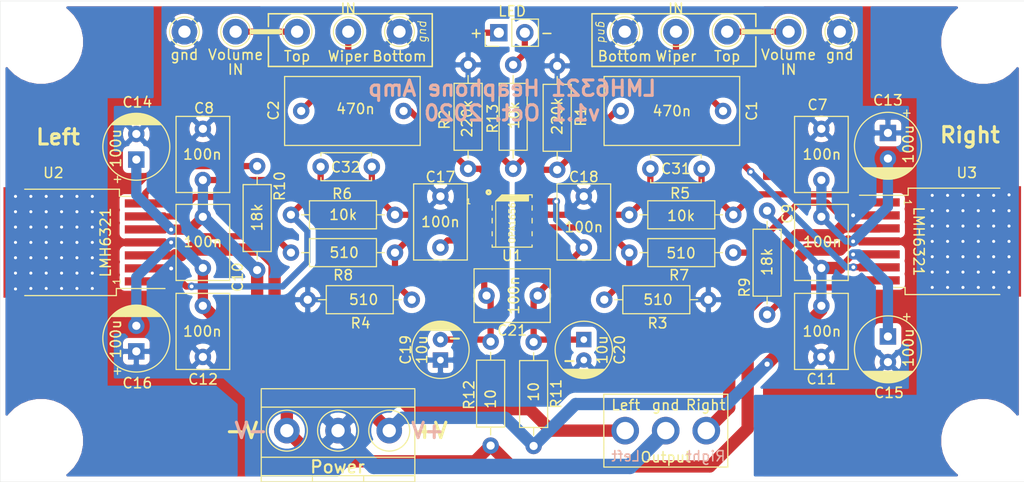
<source format=kicad_pcb>
(kicad_pcb (version 20171130) (host pcbnew "(5.1.2-1)-1")

  (general
    (thickness 1.6)
    (drawings 40)
    (tracks 206)
    (zones 0)
    (modules 52)
    (nets 24)
  )

  (page A4)
  (layers
    (0 F.Cu signal)
    (31 B.Cu signal)
    (32 B.Adhes user hide)
    (33 F.Adhes user hide)
    (36 B.SilkS user)
    (37 F.SilkS user)
    (38 B.Mask user)
    (39 F.Mask user)
    (40 Dwgs.User user hide)
    (41 Cmts.User user)
    (44 Edge.Cuts user)
    (45 Margin user)
    (46 B.CrtYd user hide)
    (47 F.CrtYd user)
    (48 B.Fab user hide)
    (49 F.Fab user hide)
  )

  (setup
    (last_trace_width 0.1524)
    (user_trace_width 0.1524)
    (user_trace_width 0.35)
    (user_trace_width 0.609)
    (user_trace_width 0.8)
    (user_trace_width 1)
    (user_trace_width 1.2)
    (trace_clearance 0.1524)
    (zone_clearance 0.508)
    (zone_45_only no)
    (trace_min 0.1524)
    (via_size 0.508)
    (via_drill 0.254)
    (via_min_size 0.508)
    (via_min_drill 0.254)
    (uvia_size 0.508)
    (uvia_drill 0.254)
    (uvias_allowed no)
    (uvia_min_size 0.2)
    (uvia_min_drill 0.1)
    (edge_width 0.15)
    (segment_width 0.1)
    (pcb_text_width 0.3)
    (pcb_text_size 1.5 1.5)
    (mod_edge_width 0.15)
    (mod_text_size 1 1)
    (mod_text_width 0.15)
    (pad_size 2.5 2.5)
    (pad_drill 1.2)
    (pad_to_mask_clearance 0.051)
    (solder_mask_min_width 0.25)
    (aux_axis_origin 0 0)
    (grid_origin 139.04 131.02)
    (visible_elements FFFFFF7F)
    (pcbplotparams
      (layerselection 0x010f0_ffffffff)
      (usegerberextensions false)
      (usegerberattributes false)
      (usegerberadvancedattributes false)
      (creategerberjobfile false)
      (excludeedgelayer false)
      (linewidth 0.100000)
      (plotframeref false)
      (viasonmask false)
      (mode 1)
      (useauxorigin false)
      (hpglpennumber 1)
      (hpglpenspeed 20)
      (hpglpendiameter 15.000000)
      (psnegative false)
      (psa4output false)
      (plotreference true)
      (plotvalue true)
      (plotinvisibletext false)
      (padsonsilk false)
      (subtractmaskfromsilk false)
      (outputformat 1)
      (mirror false)
      (drillshape 0)
      (scaleselection 1)
      (outputdirectory "gerbers/"))
  )

  (net 0 "")
  (net 1 GND)
  (net 2 "Net-(J1-Pad1)")
  (net 3 "Net-(C1-Pad1)")
  (net 4 "Net-(R9-Pad2)")
  (net 5 "Net-(J7-Pad2)")
  (net 6 "Net-(J8-Pad1)")
  (net 7 "Net-(C10-Pad1)")
  (net 8 "Net-(C18-Pad1)")
  (net 9 "Net-(C1-Pad2)")
  (net 10 "Net-(C2-Pad1)")
  (net 11 "Net-(C2-Pad2)")
  (net 12 "Net-(C10-Pad2)")
  (net 13 "Net-(C17-Pad1)")
  (net 14 "Net-(R10-Pad2)")
  (net 15 "Net-(R13-Pad1)")
  (net 16 "Net-(C32-Pad1)")
  (net 17 "Net-(C31-Pad2)")
  (net 18 "Net-(C32-Pad2)")
  (net 19 "Net-(C31-Pad1)")
  (net 20 "Net-(J6-Pad1)")
  (net 21 "Net-(J6-Pad3)")
  (net 22 "Net-(R3-Pad1)")
  (net 23 "Net-(R4-Pad1)")

  (net_class Default "This is the default net class."
    (clearance 0.1524)
    (trace_width 0.1524)
    (via_dia 0.508)
    (via_drill 0.254)
    (uvia_dia 0.508)
    (uvia_drill 0.254)
  )

  (net_class SMD ""
    (clearance 0.1524)
    (trace_width 0.254)
    (via_dia 0.508)
    (via_drill 0.254)
    (uvia_dia 0.508)
    (uvia_drill 0.254)
  )

  (net_class grounds ""
    (clearance 0.254)
    (trace_width 1)
    (via_dia 0.762)
    (via_drill 0.381)
    (uvia_dia 0.762)
    (uvia_drill 0.381)
  )

  (net_class power ""
    (clearance 0.254)
    (trace_width 1)
    (via_dia 0.762)
    (via_drill 0.254)
    (uvia_dia 0.508)
    (uvia_drill 0.254)
  )

  (net_class signal ""
    (clearance 0.2)
    (trace_width 0.6096)
    (via_dia 0.762)
    (via_drill 0.381)
    (uvia_dia 0.762)
    (uvia_drill 0.381)
    (add_net GND)
    (add_net "Net-(C1-Pad1)")
    (add_net "Net-(C1-Pad2)")
    (add_net "Net-(C10-Pad1)")
    (add_net "Net-(C10-Pad2)")
    (add_net "Net-(C17-Pad1)")
    (add_net "Net-(C18-Pad1)")
    (add_net "Net-(C2-Pad1)")
    (add_net "Net-(C2-Pad2)")
    (add_net "Net-(C31-Pad1)")
    (add_net "Net-(C31-Pad2)")
    (add_net "Net-(C32-Pad1)")
    (add_net "Net-(C32-Pad2)")
    (add_net "Net-(J1-Pad1)")
    (add_net "Net-(J6-Pad1)")
    (add_net "Net-(J6-Pad3)")
    (add_net "Net-(J7-Pad2)")
    (add_net "Net-(J8-Pad1)")
    (add_net "Net-(R10-Pad2)")
    (add_net "Net-(R13-Pad1)")
    (add_net "Net-(R3-Pad1)")
    (add_net "Net-(R4-Pad1)")
    (add_net "Net-(R9-Pad2)")
  )

  (net_class soic ""
    (clearance 0.1524)
    (trace_width 0.4)
    (via_dia 0.508)
    (via_drill 0.254)
    (uvia_dia 0.508)
    (uvia_drill 0.254)
  )

  (module SMC_generic:mkds_1,5-3 (layer F.Cu) (tedit 5FB7ECF6) (tstamp 5F7A613C)
    (at 122.04 126.02)
    (descr "3-way 5mm pitch terminal block, Phoenix MKDS series")
    (path /5D3C09A8)
    (fp_text reference J5 (at 0 -5.4) (layer F.Fab)
      (effects (font (size 1.2 1.2) (thickness 0.2)))
    )
    (fp_text value Power (at -0.05 3.55) (layer F.SilkS)
      (effects (font (size 1.2 1.2) (thickness 0.2)))
    )
    (fp_line (start -7.5 -4) (end -7.5 5) (layer F.SilkS) (width 0.12))
    (fp_line (start 7.5 -4.1) (end -7.5 -4.1) (layer F.SilkS) (width 0.12))
    (fp_line (start 7.5 5) (end 7.5 -4) (layer F.SilkS) (width 0.12))
    (fp_line (start -7.5 5) (end 7.5 5) (layer F.SilkS) (width 0.12))
    (fp_line (start -7.5 4.4) (end 7.5 4.4) (layer F.SilkS) (width 0.12))
    (fp_line (start -7.5 -2.3) (end 7.5 -2.3) (layer F.SilkS) (width 0.12))
    (fp_line (start -7.5 2.6) (end 7.5 2.6) (layer F.SilkS) (width 0.12))
    (fp_circle (center -5 0) (end -3 0) (layer F.SilkS) (width 0.12))
    (fp_circle (center 0 0) (end 2 0) (layer F.SilkS) (width 0.12))
    (fp_line (start -2.5 4.5) (end -2.5 5) (layer F.SilkS) (width 0.12))
    (fp_line (start 2.5 4.5) (end 2.5 5) (layer F.SilkS) (width 0.12))
    (fp_circle (center 5 0) (end 7 0) (layer F.SilkS) (width 0.12))
    (pad 2 thru_hole circle (at 0 0) (size 2.5 2.5) (drill 1.3) (layers *.Cu *.Mask)
      (net 1 GND) (thermal_width 1))
    (pad 1 thru_hole circle (at -5 0) (size 2.5 2.5) (drill 1.3) (layers *.Cu *.Mask)
      (net 12 "Net-(C10-Pad2)"))
    (pad 3 thru_hole circle (at 5 0) (size 2.5 2.5) (drill 1.3) (layers *.Cu *.Mask)
      (net 7 "Net-(C10-Pad1)"))
    (model ${KIPRJMOD}/Lib/3D/pxc_1935174_03_PT-1-5-3-5-0-H_3D.stp
      (offset (xyz -30.09899954795837 -44.70399932861328 -38.86199941635132))
      (scale (xyz 1 1 1))
      (rotate (xyz 90 180 90))
    )
  )

  (module SMC_generic:LMH6321D (layer F.Cu) (tedit 5FB7E4BD) (tstamp 5F7BBE3F)
    (at 97.44 107.62 180)
    (descr "TO-263 / D2PAK / DDPAK SMD package, http://www.infineon.com/cms/en/product/packages/PG-TO263/PG-TO263-7-1/")
    (tags "D2PAK DDPAK TO-263 D2PAK-7 TO-263-7 SOT-427")
    (path /5F730A92)
    (attr smd)
    (fp_text reference U2 (at 3.2 6.8) (layer F.SilkS)
      (effects (font (size 1 1) (thickness 0.15)))
    )
    (fp_text value LMH6321 (at -1.9 0 90) (layer F.SilkS)
      (effects (font (size 1 1) (thickness 0.15)))
    )
    (fp_text user 1 (at -3 -3.8 90 unlocked) (layer F.SilkS)
      (effects (font (size 0.7 0.7) (thickness 0.1)))
    )
    (fp_poly (pts (xy 6.15 3.7) (xy 0.05 3.7) (xy 0.05 -3.8) (xy 6.15 -3.8)) (layer F.Mask) (width 0.1))
    (fp_poly (pts (xy 6.2 -5.05) (xy 6.2 5.05) (xy 8.05 5.05) (xy 8.05 -5.05)) (layer F.Mask) (width 0.1))
    (fp_line (start 7.5 3.5) (end 7.2 5) (layer F.Fab) (width 0.12))
    (fp_line (start 7.5 -3.5) (end 7.2 -5) (layer F.Fab) (width 0.12))
    (fp_line (start 0.05 3.7) (end 6.25 3.7) (layer F.Fab) (width 0.12))
    (fp_line (start 0.05 -3.8) (end 0.05 3.7) (layer F.Fab) (width 0.12))
    (fp_line (start 6.25 -3.8) (end 0.05 -3.8) (layer F.Fab) (width 0.12))
    (fp_line (start 6.25 -3.8) (end 6.25 -5) (layer F.Fab) (width 0.12))
    (fp_line (start 6.25 3.7) (end 6.25 5) (layer F.Fab) (width 0.12))
    (fp_text user %R (at 0 0) (layer F.Fab)
      (effects (font (size 1 1) (thickness 0.15)))
    )
    (fp_line (start 8.32 -5.65) (end -8.32 -5.65) (layer F.CrtYd) (width 0.05))
    (fp_line (start 8.32 5.65) (end 8.32 -5.65) (layer F.CrtYd) (width 0.05))
    (fp_line (start -8.32 5.65) (end 8.32 5.65) (layer F.CrtYd) (width 0.05))
    (fp_line (start -8.32 -5.65) (end -8.32 5.65) (layer F.CrtYd) (width 0.05))
    (fp_line (start -3.25 4.51) (end -4.35 4.51) (layer F.SilkS) (width 0.12))
    (fp_line (start -3.25 5.2) (end -3.25 4.51) (layer F.SilkS) (width 0.12))
    (fp_line (start 6 5.2) (end -3.25 5.2) (layer F.SilkS) (width 0.12))
    (fp_line (start -2.95 -4.51) (end -7.7 -4.51) (layer F.SilkS) (width 0.12))
    (fp_line (start -2.95 -5.2) (end -2.95 -4.51) (layer F.SilkS) (width 0.12))
    (fp_line (start 6 -5.2) (end -2.95 -5.2) (layer F.SilkS) (width 0.12))
    (fp_line (start -7.75 4.11) (end -3.05 4.11) (layer F.Fab) (width 0.1))
    (fp_line (start -7.75 3.51) (end -7.75 4.11) (layer F.Fab) (width 0.1))
    (fp_line (start -3.05 3.51) (end -7.75 3.51) (layer F.Fab) (width 0.1))
    (fp_line (start -7.75 2.84) (end -3.05 2.84) (layer F.Fab) (width 0.1))
    (fp_line (start -7.75 2.24) (end -7.75 2.84) (layer F.Fab) (width 0.1))
    (fp_line (start -3.05 2.24) (end -7.75 2.24) (layer F.Fab) (width 0.1))
    (fp_line (start -7.75 1.57) (end -3.05 1.57) (layer F.Fab) (width 0.1))
    (fp_line (start -7.75 0.97) (end -7.75 1.57) (layer F.Fab) (width 0.1))
    (fp_line (start -3.05 0.97) (end -7.75 0.97) (layer F.Fab) (width 0.1))
    (fp_line (start -7.75 0.3) (end -3.05 0.3) (layer F.Fab) (width 0.1))
    (fp_line (start -7.75 -0.3) (end -7.75 0.3) (layer F.Fab) (width 0.1))
    (fp_line (start -3.05 -0.3) (end -7.75 -0.3) (layer F.Fab) (width 0.1))
    (fp_line (start -7.75 -0.97) (end -3.05 -0.97) (layer F.Fab) (width 0.1))
    (fp_line (start -7.75 -1.57) (end -7.75 -0.97) (layer F.Fab) (width 0.1))
    (fp_line (start -3.05 -1.57) (end -7.75 -1.57) (layer F.Fab) (width 0.1))
    (fp_line (start -7.75 -2.24) (end -3.05 -2.24) (layer F.Fab) (width 0.1))
    (fp_line (start -7.75 -2.84) (end -7.75 -2.24) (layer F.Fab) (width 0.1))
    (fp_line (start -3.05 -2.84) (end -7.75 -2.84) (layer F.Fab) (width 0.1))
    (fp_line (start -7.75 -3.51) (end -3.05 -3.51) (layer F.Fab) (width 0.1))
    (fp_line (start -7.75 -4.11) (end -7.75 -3.51) (layer F.Fab) (width 0.1))
    (fp_line (start -2.94 -4.11) (end -7.75 -4.11) (layer F.Fab) (width 0.1))
    (fp_line (start -2 -5) (end 6.25 -5) (layer F.Fab) (width 0.1))
    (fp_line (start -3 -4) (end -2 -5) (layer F.Fab) (width 0.1))
    (fp_line (start -3 5) (end -3 -4) (layer F.Fab) (width 0.1))
    (fp_line (start 6.25 5) (end -3 5) (layer F.Fab) (width 0.1))
    (fp_line (start 7.2 5) (end 6.25 5) (layer F.Fab) (width 0.1))
    (fp_line (start 7.5 -3.5) (end 7.5 3.5) (layer F.Fab) (width 0.1))
    (fp_line (start 6.25 -5) (end 7.2 -5) (layer F.Fab) (width 0.1))
    (pad 4 thru_hole circle (at 5.4 -4.5 180) (size 0.6 0.6) (drill 0.3) (layers *.Cu)
      (net 12 "Net-(C10-Pad2)"))
    (pad 4 thru_hole circle (at 3.9 -4.5 180) (size 0.6 0.6) (drill 0.3) (layers *.Cu)
      (net 12 "Net-(C10-Pad2)"))
    (pad 4 thru_hole circle (at 2.4 -4.5 180) (size 0.6 0.6) (drill 0.3) (layers *.Cu)
      (net 12 "Net-(C10-Pad2)"))
    (pad 4 thru_hole circle (at -0.6 4.5 180) (size 0.6 0.6) (drill 0.3) (layers *.Cu)
      (net 12 "Net-(C10-Pad2)"))
    (pad 4 thru_hole circle (at -0.6 3 180) (size 0.6 0.6) (drill 0.3) (layers *.Cu)
      (net 12 "Net-(C10-Pad2)"))
    (pad 4 thru_hole circle (at -0.6 1.5 180) (size 0.6 0.6) (drill 0.3) (layers *.Cu)
      (net 12 "Net-(C10-Pad2)"))
    (pad 4 thru_hole circle (at -0.6 0 180) (size 0.6 0.6) (drill 0.3) (layers *.Cu)
      (net 12 "Net-(C10-Pad2)"))
    (pad 4 thru_hole circle (at -0.6 -1.5 180) (size 0.6 0.6) (drill 0.3) (layers *.Cu)
      (net 12 "Net-(C10-Pad2)"))
    (pad 4 thru_hole circle (at -0.6 -3 180) (size 0.6 0.6) (drill 0.3) (layers *.Cu)
      (net 12 "Net-(C10-Pad2)"))
    (pad 4 thru_hole circle (at 0.9 -4.5 180) (size 0.6 0.6) (drill 0.3) (layers *.Cu)
      (net 12 "Net-(C10-Pad2)"))
    (pad 4 thru_hole circle (at 6.9 3 180) (size 0.6 0.6) (drill 0.3) (layers *.Cu F.Mask)
      (net 12 "Net-(C10-Pad2)"))
    (pad 4 thru_hole circle (at 5.4 3 180) (size 0.6 0.6) (drill 0.3) (layers *.Cu F.Mask)
      (net 12 "Net-(C10-Pad2)"))
    (pad 4 thru_hole circle (at 2.4 4.5 180) (size 0.6 0.6) (drill 0.3) (layers *.Cu)
      (net 12 "Net-(C10-Pad2)"))
    (pad 4 thru_hole circle (at 0.9 3 180) (size 0.6 0.6) (drill 0.3) (layers *.Cu F.Mask)
      (net 12 "Net-(C10-Pad2)"))
    (pad 4 thru_hole circle (at 6.9 4.5 180) (size 0.6 0.6) (drill 0.3) (layers *.Cu F.Mask)
      (net 12 "Net-(C10-Pad2)"))
    (pad 4 thru_hole circle (at 0.9 1.5 180) (size 0.6 0.6) (drill 0.3) (layers *.Cu F.Mask)
      (net 12 "Net-(C10-Pad2)"))
    (pad 4 thru_hole circle (at 5.4 1.5 180) (size 0.6 0.6) (drill 0.3) (layers *.Cu F.Mask)
      (net 12 "Net-(C10-Pad2)"))
    (pad 4 thru_hole circle (at 3.9 1.5 180) (size 0.6 0.6) (drill 0.3) (layers *.Cu F.Mask)
      (net 12 "Net-(C10-Pad2)"))
    (pad 4 thru_hole circle (at 2.4 1.5 180) (size 0.6 0.6) (drill 0.3) (layers *.Cu F.Mask)
      (net 12 "Net-(C10-Pad2)"))
    (pad 4 thru_hole circle (at 6.9 1.5 180) (size 0.6 0.6) (drill 0.3) (layers *.Cu F.Mask)
      (net 12 "Net-(C10-Pad2)"))
    (pad 4 thru_hole circle (at 3.9 4.5 180) (size 0.6 0.6) (drill 0.3) (layers *.Cu)
      (net 12 "Net-(C10-Pad2)"))
    (pad 4 thru_hole circle (at 2.4 3 180) (size 0.6 0.6) (drill 0.3) (layers *.Cu F.Mask)
      (net 12 "Net-(C10-Pad2)"))
    (pad 4 thru_hole circle (at 0.9 4.5 180) (size 0.6 0.6) (drill 0.3) (layers *.Cu)
      (net 12 "Net-(C10-Pad2)"))
    (pad 4 thru_hole circle (at 5.4 4.5 180) (size 0.6 0.6) (drill 0.3) (layers *.Cu)
      (net 12 "Net-(C10-Pad2)"))
    (pad 4 thru_hole circle (at 3.9 3 180) (size 0.6 0.6) (drill 0.3) (layers *.Cu F.Mask)
      (net 12 "Net-(C10-Pad2)"))
    (pad 4 thru_hole circle (at 5.4 -1.5 180) (size 0.6 0.6) (drill 0.3) (layers *.Cu F.Mask)
      (net 12 "Net-(C10-Pad2)"))
    (pad 4 thru_hole circle (at 3.9 -1.5 180) (size 0.6 0.6) (drill 0.3) (layers *.Cu F.Mask)
      (net 12 "Net-(C10-Pad2)"))
    (pad 4 thru_hole circle (at 0.9 0 180) (size 0.6 0.6) (drill 0.3) (layers *.Cu F.Mask)
      (net 12 "Net-(C10-Pad2)"))
    (pad 4 thru_hole circle (at 5.4 0 180) (size 0.6 0.6) (drill 0.3) (layers *.Cu F.Mask)
      (net 12 "Net-(C10-Pad2)"))
    (pad 4 thru_hole circle (at 3.9 0 180) (size 0.6 0.6) (drill 0.3) (layers *.Cu F.Mask)
      (net 12 "Net-(C10-Pad2)"))
    (pad 4 thru_hole circle (at 2.4 0 180) (size 0.6 0.6) (drill 0.3) (layers *.Cu F.Mask)
      (net 12 "Net-(C10-Pad2)"))
    (pad 4 thru_hole circle (at 6.9 0 180) (size 0.6 0.6) (drill 0.3) (layers *.Cu F.Mask)
      (net 12 "Net-(C10-Pad2)"))
    (pad 4 thru_hole circle (at 2.4 -1.5 180) (size 0.6 0.6) (drill 0.3) (layers *.Cu F.Mask)
      (net 12 "Net-(C10-Pad2)"))
    (pad 4 thru_hole circle (at 0.9 -1.5 180) (size 0.6 0.6) (drill 0.3) (layers *.Cu F.Mask)
      (net 12 "Net-(C10-Pad2)"))
    (pad 4 thru_hole circle (at 6.9 -1.5 180) (size 0.6 0.6) (drill 0.3) (layers *.Cu F.Mask)
      (net 12 "Net-(C10-Pad2)"))
    (pad 4 thru_hole circle (at 5.4 -3 180) (size 0.6 0.6) (drill 0.3) (layers *.Cu F.Mask)
      (net 12 "Net-(C10-Pad2)"))
    (pad 4 thru_hole circle (at 3.9 -3 180) (size 0.6 0.6) (drill 0.3) (layers *.Cu F.Mask)
      (net 12 "Net-(C10-Pad2)"))
    (pad 4 thru_hole circle (at 2.4 -3 180) (size 0.6 0.6) (drill 0.3) (layers *.Cu F.Mask)
      (net 12 "Net-(C10-Pad2)"))
    (pad 4 thru_hole circle (at 0.9 -3 180) (size 0.6 0.6) (drill 0.3) (layers *.Cu F.Mask)
      (net 12 "Net-(C10-Pad2)"))
    (pad 4 thru_hole circle (at 6.9 -3 180) (size 0.6 0.6) (drill 0.3) (layers *.Cu F.Mask)
      (net 12 "Net-(C10-Pad2)"))
    (pad 4 thru_hole circle (at 6.9 -4.55 180) (size 0.6 0.6) (drill 0.3) (layers *.Cu F.Mask)
      (net 12 "Net-(C10-Pad2)"))
    (pad 4 thru_hole circle (at -0.6 -4.5 180) (size 0.6 0.6) (drill 0.3) (layers *.Cu)
      (net 12 "Net-(C10-Pad2)"))
    (pad "" smd rect (at 0.95 2.775 180) (size 4.55 5.25) (layers F.Paste))
    (pad "" smd rect (at 5.8 -2.775 180) (size 4.55 5.25) (layers F.Paste))
    (pad "" smd rect (at 0.95 -2.775 180) (size 4.55 5.25) (layers F.Paste))
    (pad "" smd rect (at 5.8 2.775 180) (size 4.55 5.25) (layers F.Paste))
    (pad 4 smd rect (at 3.375 0 180) (size 9.4 10.8) (layers F.Cu)
      (net 12 "Net-(C10-Pad2)"))
    (pad 7 smd rect (at -5.775 3.81 180) (size 4 0.8) (layers F.Cu F.Paste F.Mask)
      (net 14 "Net-(R10-Pad2)"))
    (pad 6 smd rect (at -5.775 2.54 180) (size 4 0.8) (layers F.Cu F.Paste F.Mask)
      (net 15 "Net-(R13-Pad1)"))
    (pad 5 smd rect (at -5.775 1.27 180) (size 4 0.8) (layers F.Cu F.Paste F.Mask)
      (net 7 "Net-(C10-Pad1)"))
    (pad 4 smd rect (at -5.775 0 180) (size 4 0.8) (layers F.Cu F.Paste F.Mask)
      (net 12 "Net-(C10-Pad2)"))
    (pad 3 smd rect (at -5.775 -1.27 180) (size 4 0.8) (layers F.Cu F.Paste F.Mask)
      (net 20 "Net-(J6-Pad1)"))
    (pad 2 smd rect (at -5.775 -2.54 180) (size 4 0.8) (layers F.Cu F.Paste F.Mask)
      (net 1 GND))
    (pad 1 smd rect (at -5.775 -3.81 180) (size 4 0.8) (layers F.Cu F.Paste F.Mask)
      (net 18 "Net-(C32-Pad2)"))
    (model ${KISYS3DMOD}/Package_TO_SOT_SMD.3dshapes/TO-263-7_TabPin4.wrl
      (at (xyz 0 0 0))
      (scale (xyz 1 1 1))
      (rotate (xyz 0 0 0))
    )
  )

  (module SMC_generic:LMH6321D (layer F.Cu) (tedit 5FB7E4BD) (tstamp 5F7BB6CF)
    (at 180.665 107.52)
    (descr "TO-263 / D2PAK / DDPAK SMD package, http://www.infineon.com/cms/en/product/packages/PG-TO263/PG-TO263-7-1/")
    (tags "D2PAK DDPAK TO-263 D2PAK-7 TO-263-7 SOT-427")
    (path /5F7319DC)
    (attr smd)
    (fp_text reference U3 (at 2.775 -6.7) (layer F.SilkS)
      (effects (font (size 1 1) (thickness 0.15)))
    )
    (fp_text value LMH6321 (at -1.925 0 270 unlocked) (layer F.SilkS)
      (effects (font (size 1 1) (thickness 0.15)))
    )
    (fp_text user 1 (at -3 -3.8 270 unlocked) (layer F.SilkS)
      (effects (font (size 0.7 0.7) (thickness 0.1)))
    )
    (fp_poly (pts (xy 6.15 3.7) (xy 0.05 3.7) (xy 0.05 -3.8) (xy 6.15 -3.8)) (layer F.Mask) (width 0.1))
    (fp_poly (pts (xy 6.2 -5.05) (xy 6.2 5.05) (xy 8.05 5.05) (xy 8.05 -5.05)) (layer F.Mask) (width 0.1))
    (fp_line (start 7.5 3.5) (end 7.2 5) (layer F.Fab) (width 0.12))
    (fp_line (start 7.5 -3.5) (end 7.2 -5) (layer F.Fab) (width 0.12))
    (fp_line (start 0.05 3.7) (end 6.25 3.7) (layer F.Fab) (width 0.12))
    (fp_line (start 0.05 -3.8) (end 0.05 3.7) (layer F.Fab) (width 0.12))
    (fp_line (start 6.25 -3.8) (end 0.05 -3.8) (layer F.Fab) (width 0.12))
    (fp_line (start 6.25 -3.8) (end 6.25 -5) (layer F.Fab) (width 0.12))
    (fp_line (start 6.25 3.7) (end 6.25 5) (layer F.Fab) (width 0.12))
    (fp_text user %R (at -1.55 -0.05 270) (layer F.Fab)
      (effects (font (size 1 1) (thickness 0.15)))
    )
    (fp_line (start 8.32 -5.65) (end -8.32 -5.65) (layer F.CrtYd) (width 0.05))
    (fp_line (start 8.32 5.65) (end 8.32 -5.65) (layer F.CrtYd) (width 0.05))
    (fp_line (start -8.32 5.65) (end 8.32 5.65) (layer F.CrtYd) (width 0.05))
    (fp_line (start -8.32 -5.65) (end -8.32 5.65) (layer F.CrtYd) (width 0.05))
    (fp_line (start -3.25 4.51) (end -4.35 4.51) (layer F.SilkS) (width 0.12))
    (fp_line (start -3.25 5.2) (end -3.25 4.51) (layer F.SilkS) (width 0.12))
    (fp_line (start 6 5.2) (end -3.25 5.2) (layer F.SilkS) (width 0.12))
    (fp_line (start -2.95 -4.51) (end -7.7 -4.51) (layer F.SilkS) (width 0.12))
    (fp_line (start -2.95 -5.2) (end -2.95 -4.51) (layer F.SilkS) (width 0.12))
    (fp_line (start 6 -5.2) (end -2.95 -5.2) (layer F.SilkS) (width 0.12))
    (fp_line (start -7.75 4.11) (end -3.05 4.11) (layer F.Fab) (width 0.1))
    (fp_line (start -7.75 3.51) (end -7.75 4.11) (layer F.Fab) (width 0.1))
    (fp_line (start -3.05 3.51) (end -7.75 3.51) (layer F.Fab) (width 0.1))
    (fp_line (start -7.75 2.84) (end -3.05 2.84) (layer F.Fab) (width 0.1))
    (fp_line (start -7.75 2.24) (end -7.75 2.84) (layer F.Fab) (width 0.1))
    (fp_line (start -3.05 2.24) (end -7.75 2.24) (layer F.Fab) (width 0.1))
    (fp_line (start -7.75 1.57) (end -3.05 1.57) (layer F.Fab) (width 0.1))
    (fp_line (start -7.75 0.97) (end -7.75 1.57) (layer F.Fab) (width 0.1))
    (fp_line (start -3.05 0.97) (end -7.75 0.97) (layer F.Fab) (width 0.1))
    (fp_line (start -7.75 0.3) (end -3.05 0.3) (layer F.Fab) (width 0.1))
    (fp_line (start -7.75 -0.3) (end -7.75 0.3) (layer F.Fab) (width 0.1))
    (fp_line (start -3.05 -0.3) (end -7.75 -0.3) (layer F.Fab) (width 0.1))
    (fp_line (start -7.75 -0.97) (end -3.05 -0.97) (layer F.Fab) (width 0.1))
    (fp_line (start -7.75 -1.57) (end -7.75 -0.97) (layer F.Fab) (width 0.1))
    (fp_line (start -3.05 -1.57) (end -7.75 -1.57) (layer F.Fab) (width 0.1))
    (fp_line (start -7.75 -2.24) (end -3.05 -2.24) (layer F.Fab) (width 0.1))
    (fp_line (start -7.75 -2.84) (end -7.75 -2.24) (layer F.Fab) (width 0.1))
    (fp_line (start -3.05 -2.84) (end -7.75 -2.84) (layer F.Fab) (width 0.1))
    (fp_line (start -7.75 -3.51) (end -3.05 -3.51) (layer F.Fab) (width 0.1))
    (fp_line (start -7.75 -4.11) (end -7.75 -3.51) (layer F.Fab) (width 0.1))
    (fp_line (start -2.94 -4.11) (end -7.75 -4.11) (layer F.Fab) (width 0.1))
    (fp_line (start -2 -5) (end 6.25 -5) (layer F.Fab) (width 0.1))
    (fp_line (start -3 -4) (end -2 -5) (layer F.Fab) (width 0.1))
    (fp_line (start -3 5) (end -3 -4) (layer F.Fab) (width 0.1))
    (fp_line (start 6.25 5) (end -3 5) (layer F.Fab) (width 0.1))
    (fp_line (start 7.2 5) (end 6.25 5) (layer F.Fab) (width 0.1))
    (fp_line (start 7.5 -3.5) (end 7.5 3.5) (layer F.Fab) (width 0.1))
    (fp_line (start 6.25 -5) (end 7.2 -5) (layer F.Fab) (width 0.1))
    (pad 4 thru_hole circle (at 5.4 -4.5) (size 0.6 0.6) (drill 0.3) (layers *.Cu)
      (net 12 "Net-(C10-Pad2)"))
    (pad 4 thru_hole circle (at 3.9 -4.5) (size 0.6 0.6) (drill 0.3) (layers *.Cu)
      (net 12 "Net-(C10-Pad2)"))
    (pad 4 thru_hole circle (at 2.4 -4.5) (size 0.6 0.6) (drill 0.3) (layers *.Cu)
      (net 12 "Net-(C10-Pad2)"))
    (pad 4 thru_hole circle (at -0.6 4.5) (size 0.6 0.6) (drill 0.3) (layers *.Cu)
      (net 12 "Net-(C10-Pad2)"))
    (pad 4 thru_hole circle (at -0.6 3) (size 0.6 0.6) (drill 0.3) (layers *.Cu)
      (net 12 "Net-(C10-Pad2)"))
    (pad 4 thru_hole circle (at -0.6 1.5) (size 0.6 0.6) (drill 0.3) (layers *.Cu)
      (net 12 "Net-(C10-Pad2)"))
    (pad 4 thru_hole circle (at -0.6 0) (size 0.6 0.6) (drill 0.3) (layers *.Cu)
      (net 12 "Net-(C10-Pad2)"))
    (pad 4 thru_hole circle (at -0.6 -1.5) (size 0.6 0.6) (drill 0.3) (layers *.Cu)
      (net 12 "Net-(C10-Pad2)"))
    (pad 4 thru_hole circle (at -0.6 -3) (size 0.6 0.6) (drill 0.3) (layers *.Cu)
      (net 12 "Net-(C10-Pad2)"))
    (pad 4 thru_hole circle (at 0.9 -4.5) (size 0.6 0.6) (drill 0.3) (layers *.Cu)
      (net 12 "Net-(C10-Pad2)"))
    (pad 4 thru_hole circle (at 6.9 3) (size 0.6 0.6) (drill 0.3) (layers *.Cu F.Mask)
      (net 12 "Net-(C10-Pad2)"))
    (pad 4 thru_hole circle (at 5.4 3) (size 0.6 0.6) (drill 0.3) (layers *.Cu F.Mask)
      (net 12 "Net-(C10-Pad2)"))
    (pad 4 thru_hole circle (at 2.4 4.5) (size 0.6 0.6) (drill 0.3) (layers *.Cu)
      (net 12 "Net-(C10-Pad2)"))
    (pad 4 thru_hole circle (at 0.9 3) (size 0.6 0.6) (drill 0.3) (layers *.Cu F.Mask)
      (net 12 "Net-(C10-Pad2)"))
    (pad 4 thru_hole circle (at 6.9 4.5) (size 0.6 0.6) (drill 0.3) (layers *.Cu F.Mask)
      (net 12 "Net-(C10-Pad2)"))
    (pad 4 thru_hole circle (at 0.9 1.5) (size 0.6 0.6) (drill 0.3) (layers *.Cu F.Mask)
      (net 12 "Net-(C10-Pad2)"))
    (pad 4 thru_hole circle (at 5.4 1.5) (size 0.6 0.6) (drill 0.3) (layers *.Cu F.Mask)
      (net 12 "Net-(C10-Pad2)"))
    (pad 4 thru_hole circle (at 3.9 1.5) (size 0.6 0.6) (drill 0.3) (layers *.Cu F.Mask)
      (net 12 "Net-(C10-Pad2)"))
    (pad 4 thru_hole circle (at 2.4 1.5) (size 0.6 0.6) (drill 0.3) (layers *.Cu F.Mask)
      (net 12 "Net-(C10-Pad2)"))
    (pad 4 thru_hole circle (at 6.9 1.5) (size 0.6 0.6) (drill 0.3) (layers *.Cu F.Mask)
      (net 12 "Net-(C10-Pad2)"))
    (pad 4 thru_hole circle (at 3.9 4.5) (size 0.6 0.6) (drill 0.3) (layers *.Cu)
      (net 12 "Net-(C10-Pad2)"))
    (pad 4 thru_hole circle (at 2.4 3) (size 0.6 0.6) (drill 0.3) (layers *.Cu F.Mask)
      (net 12 "Net-(C10-Pad2)"))
    (pad 4 thru_hole circle (at 0.9 4.5) (size 0.6 0.6) (drill 0.3) (layers *.Cu)
      (net 12 "Net-(C10-Pad2)"))
    (pad 4 thru_hole circle (at 5.4 4.5) (size 0.6 0.6) (drill 0.3) (layers *.Cu)
      (net 12 "Net-(C10-Pad2)"))
    (pad 4 thru_hole circle (at 3.9 3) (size 0.6 0.6) (drill 0.3) (layers *.Cu F.Mask)
      (net 12 "Net-(C10-Pad2)"))
    (pad 4 thru_hole circle (at 5.4 -1.5) (size 0.6 0.6) (drill 0.3) (layers *.Cu F.Mask)
      (net 12 "Net-(C10-Pad2)"))
    (pad 4 thru_hole circle (at 3.9 -1.5) (size 0.6 0.6) (drill 0.3) (layers *.Cu F.Mask)
      (net 12 "Net-(C10-Pad2)"))
    (pad 4 thru_hole circle (at 0.9 0) (size 0.6 0.6) (drill 0.3) (layers *.Cu F.Mask)
      (net 12 "Net-(C10-Pad2)"))
    (pad 4 thru_hole circle (at 5.4 0) (size 0.6 0.6) (drill 0.3) (layers *.Cu F.Mask)
      (net 12 "Net-(C10-Pad2)"))
    (pad 4 thru_hole circle (at 3.9 0) (size 0.6 0.6) (drill 0.3) (layers *.Cu F.Mask)
      (net 12 "Net-(C10-Pad2)"))
    (pad 4 thru_hole circle (at 2.4 0) (size 0.6 0.6) (drill 0.3) (layers *.Cu F.Mask)
      (net 12 "Net-(C10-Pad2)"))
    (pad 4 thru_hole circle (at 6.9 0) (size 0.6 0.6) (drill 0.3) (layers *.Cu F.Mask)
      (net 12 "Net-(C10-Pad2)"))
    (pad 4 thru_hole circle (at 2.4 -1.5) (size 0.6 0.6) (drill 0.3) (layers *.Cu F.Mask)
      (net 12 "Net-(C10-Pad2)"))
    (pad 4 thru_hole circle (at 0.9 -1.5) (size 0.6 0.6) (drill 0.3) (layers *.Cu F.Mask)
      (net 12 "Net-(C10-Pad2)"))
    (pad 4 thru_hole circle (at 6.9 -1.5) (size 0.6 0.6) (drill 0.3) (layers *.Cu F.Mask)
      (net 12 "Net-(C10-Pad2)"))
    (pad 4 thru_hole circle (at 5.4 -3) (size 0.6 0.6) (drill 0.3) (layers *.Cu F.Mask)
      (net 12 "Net-(C10-Pad2)"))
    (pad 4 thru_hole circle (at 3.9 -3) (size 0.6 0.6) (drill 0.3) (layers *.Cu F.Mask)
      (net 12 "Net-(C10-Pad2)"))
    (pad 4 thru_hole circle (at 2.4 -3) (size 0.6 0.6) (drill 0.3) (layers *.Cu F.Mask)
      (net 12 "Net-(C10-Pad2)"))
    (pad 4 thru_hole circle (at 0.9 -3) (size 0.6 0.6) (drill 0.3) (layers *.Cu F.Mask)
      (net 12 "Net-(C10-Pad2)"))
    (pad 4 thru_hole circle (at 6.9 -3) (size 0.6 0.6) (drill 0.3) (layers *.Cu F.Mask)
      (net 12 "Net-(C10-Pad2)"))
    (pad 4 thru_hole circle (at 6.9 -4.55) (size 0.6 0.6) (drill 0.3) (layers *.Cu F.Mask)
      (net 12 "Net-(C10-Pad2)"))
    (pad 4 thru_hole circle (at -0.6 -4.5) (size 0.6 0.6) (drill 0.3) (layers *.Cu)
      (net 12 "Net-(C10-Pad2)"))
    (pad "" smd rect (at 0.95 2.775) (size 4.55 5.25) (layers F.Paste))
    (pad "" smd rect (at 5.8 -2.775) (size 4.55 5.25) (layers F.Paste))
    (pad "" smd rect (at 0.95 -2.775) (size 4.55 5.25) (layers F.Paste))
    (pad "" smd rect (at 5.8 2.775) (size 4.55 5.25) (layers F.Paste))
    (pad 4 smd rect (at 3.375 0) (size 9.4 10.8) (layers F.Cu)
      (net 12 "Net-(C10-Pad2)"))
    (pad 7 smd rect (at -5.775 3.81) (size 4 0.8) (layers F.Cu F.Paste F.Mask)
      (net 4 "Net-(R9-Pad2)"))
    (pad 6 smd rect (at -5.775 2.54) (size 4 0.8) (layers F.Cu F.Paste F.Mask)
      (net 15 "Net-(R13-Pad1)"))
    (pad 5 smd rect (at -5.775 1.27) (size 4 0.8) (layers F.Cu F.Paste F.Mask)
      (net 7 "Net-(C10-Pad1)"))
    (pad 4 smd rect (at -5.775 0) (size 4 0.8) (layers F.Cu F.Paste F.Mask)
      (net 12 "Net-(C10-Pad2)"))
    (pad 3 smd rect (at -5.775 -1.27) (size 4 0.8) (layers F.Cu F.Paste F.Mask)
      (net 21 "Net-(J6-Pad3)"))
    (pad 2 smd rect (at -5.775 -2.54) (size 4 0.8) (layers F.Cu F.Paste F.Mask)
      (net 1 GND))
    (pad 1 smd rect (at -5.775 -3.81) (size 4 0.8) (layers F.Cu F.Paste F.Mask)
      (net 17 "Net-(C31-Pad2)"))
    (model ${KISYS3DMOD}/Package_TO_SOT_SMD.3dshapes/TO-263-7_TabPin4.wrl
      (at (xyz 0 0 0))
      (scale (xyz 1 1 1))
      (rotate (xyz 0 0 0))
    )
  )

  (module SMC_Capacitors:CP_5x11mm_WP (layer F.Cu) (tedit 5FB7DEF7) (tstamp 5F740129)
    (at 146.04 118.12 180)
    (descr "Capacitor, pol, cyl 5x11mm")
    (path /5F71E44D)
    (fp_text reference C20 (at -3.5 0 90) (layer F.SilkS)
      (effects (font (size 1 1) (thickness 0.15)))
    )
    (fp_text value 10u (at -1.8 0 90) (layer F.SilkS)
      (effects (font (size 1 1) (thickness 0.15)))
    )
    (fp_poly (pts (xy -2 -1.9) (xy -1.7 -2.2) (xy -1.2 -2.5) (xy -0.6 -2.7)
      (xy -0.1 -2.8) (xy 0.1 -2.8) (xy 0.6 -2.7) (xy 1.2 -2.5)
      (xy 1.7 -2.2) (xy 2 -1.9)) (layer F.SilkS) (width 0.1))
    (fp_line (start 1 -1.1) (end 1.8 -1.1) (layer F.SilkS) (width 0.2))
    (fp_circle (center 0 0) (end 2.8 0) (layer F.SilkS) (width 0.12))
    (pad 2 thru_hole circle (at 0 -1 180) (size 1.5 1.5) (drill 0.65) (layers *.Cu *.Mask)
      (net 1 GND))
    (pad 1 thru_hole rect (at 0 1 180) (size 1.5 1.5) (drill 0.65) (layers *.Cu *.Mask)
      (net 8 "Net-(C18-Pad1)"))
    (model ${SMC_3D}/Capacitor_THT.3dshapes/cp_5x11mm_WP.wrl
      (at (xyz 0 0 0))
      (scale (xyz 1 1 1))
      (rotate (xyz 0 0 0))
    )
  )

  (module SMC_Capacitors:CP_5x11mm_WP (layer F.Cu) (tedit 5FB7DEF7) (tstamp 5F7C7A9C)
    (at 132.04 118.12)
    (descr "Capacitor, pol, cyl 5x11mm")
    (path /5F729A39)
    (fp_text reference C19 (at -3.4 0 270) (layer F.SilkS)
      (effects (font (size 1 1) (thickness 0.15)))
    )
    (fp_text value 10u (at -1.8 0 90) (layer F.SilkS)
      (effects (font (size 1 1) (thickness 0.15)))
    )
    (fp_poly (pts (xy -2 -1.9) (xy -1.7 -2.2) (xy -1.2 -2.5) (xy -0.6 -2.7)
      (xy -0.1 -2.8) (xy 0.1 -2.8) (xy 0.6 -2.7) (xy 1.2 -2.5)
      (xy 1.7 -2.2) (xy 2 -1.9)) (layer F.SilkS) (width 0.1))
    (fp_line (start 1 -1.1) (end 1.8 -1.1) (layer F.SilkS) (width 0.2))
    (fp_circle (center 0 0) (end 2.8 0) (layer F.SilkS) (width 0.12))
    (pad 2 thru_hole circle (at 0 -1) (size 1.5 1.5) (drill 0.65) (layers *.Cu *.Mask)
      (net 13 "Net-(C17-Pad1)"))
    (pad 1 thru_hole rect (at 0 1) (size 1.5 1.5) (drill 0.65) (layers *.Cu *.Mask)
      (net 1 GND))
    (model ${SMC_3D}/Capacitor_THT.3dshapes/cp_5x11mm_WP.wrl
      (at (xyz 0 0 0))
      (scale (xyz 1 1 1))
      (rotate (xyz 0 0 0))
    )
  )

  (module SMC_generic:CP_Radial_D6.3mm_P2.50mm (layer F.Cu) (tedit 5FB7DE41) (tstamp 5FB7E01F)
    (at 175.74 96.92 270)
    (descr "CP, Radial series, Radial, pin pitch=2.50mm, , diameter=6.3mm, Electrolytic Capacitor")
    (tags "CP Radial series Radial pin pitch 2.50mm  diameter 6.3mm Electrolytic Capacitor")
    (path /5F6D7306)
    (fp_text reference C13 (at -3.2 0 180) (layer F.SilkS)
      (effects (font (size 1 1) (thickness 0.15)))
    )
    (fp_text value 100u (at 1.1 -2 270) (layer F.SilkS)
      (effects (font (size 1 1) (thickness 0.15)))
    )
    (fp_text user %R (at 1.25 0 90) (layer F.Fab)
      (effects (font (size 1 1) (thickness 0.15)))
    )
    (fp_line (start -1.935241 -2.154) (end -1.935241 -1.524) (layer F.SilkS) (width 0.12))
    (fp_line (start -2.250241 -1.839) (end -1.620241 -1.839) (layer F.SilkS) (width 0.12))
    (fp_line (start 4.491 -0.402) (end 4.491 0.402) (layer F.SilkS) (width 0.12))
    (fp_line (start 4.451 -0.633) (end 4.451 0.633) (layer F.SilkS) (width 0.12))
    (fp_line (start 4.411 -0.802) (end 4.411 0.802) (layer F.SilkS) (width 0.12))
    (fp_line (start 4.371 -0.94) (end 4.371 0.94) (layer F.SilkS) (width 0.12))
    (fp_line (start 4.331 -1.059) (end 4.331 1.059) (layer F.SilkS) (width 0.12))
    (fp_line (start 4.291 -1.165) (end 4.291 1.165) (layer F.SilkS) (width 0.12))
    (fp_line (start 4.251 -1.262) (end 4.251 1.262) (layer F.SilkS) (width 0.12))
    (fp_line (start 4.211 -1.35) (end 4.211 1.35) (layer F.SilkS) (width 0.12))
    (fp_line (start 4.171 -1.432) (end 4.171 1.432) (layer F.SilkS) (width 0.12))
    (fp_line (start 4.131 -1.509) (end 4.131 1.509) (layer F.SilkS) (width 0.12))
    (fp_line (start 4.091 -1.581) (end 4.091 1.581) (layer F.SilkS) (width 0.12))
    (fp_line (start 4.051 -1.65) (end 4.051 1.65) (layer F.SilkS) (width 0.12))
    (fp_line (start 4.011 -1.714) (end 4.011 1.714) (layer F.SilkS) (width 0.12))
    (fp_line (start 3.971 -1.776) (end 3.971 1.776) (layer F.SilkS) (width 0.12))
    (fp_line (start 3.931 -1.834) (end 3.931 1.834) (layer F.SilkS) (width 0.12))
    (fp_line (start 3.891 -1.89) (end 3.891 1.89) (layer F.SilkS) (width 0.12))
    (fp_line (start 3.851 -1.944) (end 3.851 1.944) (layer F.SilkS) (width 0.12))
    (fp_line (start 3.811 -1.995) (end 3.811 1.995) (layer F.SilkS) (width 0.12))
    (fp_line (start 3.771 -2.044) (end 3.771 2.044) (layer F.SilkS) (width 0.12))
    (fp_line (start 3.731 -2.092) (end 3.731 2.092) (layer F.SilkS) (width 0.12))
    (fp_line (start 3.691 -2.137) (end 3.691 2.137) (layer F.SilkS) (width 0.12))
    (fp_line (start 3.651 -2.182) (end 3.651 2.182) (layer F.SilkS) (width 0.12))
    (fp_line (start 3.611 -2.224) (end 3.611 2.224) (layer F.SilkS) (width 0.12))
    (fp_line (start 3.571 -2.265) (end 3.571 2.265) (layer F.SilkS) (width 0.12))
    (fp_line (start 3.531 1.04) (end 3.531 2.305) (layer F.SilkS) (width 0.12))
    (fp_line (start 3.531 -2.305) (end 3.531 -1.04) (layer F.SilkS) (width 0.12))
    (fp_line (start 3.491 -1.04) (end 3.491 2.343) (layer F.SilkS) (width 0.12))
    (fp_line (start 3.491 -2.343) (end 3.491 -1.04) (layer F.SilkS) (width 0.12))
    (fp_line (start 3.451 1.04) (end 3.451 2.38) (layer F.SilkS) (width 0.12))
    (fp_line (start 3.451 -2.38) (end 3.451 -1.04) (layer F.SilkS) (width 0.12))
    (fp_line (start 3.411 -1.04) (end 3.411 2.416) (layer F.SilkS) (width 0.12))
    (fp_line (start 3.411 -2.416) (end 3.411 -1.04) (layer F.SilkS) (width 0.12))
    (fp_line (start -1.128972 -1.6885) (end -1.128972 -1.0585) (layer F.Fab) (width 0.1))
    (fp_line (start -1.443972 -1.3735) (end -0.813972 -1.3735) (layer F.Fab) (width 0.1))
    (fp_circle (center 1.25 0) (end 4.65 0) (layer F.CrtYd) (width 0.05))
    (fp_circle (center 1.25 0) (end 4.52 0) (layer F.SilkS) (width 0.12))
    (fp_circle (center 1.25 0) (end 4.4 0) (layer F.Fab) (width 0.1))
    (pad 2 thru_hole circle (at 2.5 0 270) (size 1.6 1.6) (drill 0.8) (layers *.Cu *.Mask)
      (net 12 "Net-(C10-Pad2)"))
    (pad 1 thru_hole rect (at 0 0 270) (size 1.6 1.6) (drill 0.8) (layers *.Cu *.Mask)
      (net 1 GND))
    (model ${KISYS3DMOD}/Capacitor_THT.3dshapes/CP_Radial_D6.3mm_P2.50mm.wrl
      (at (xyz 0 0 0))
      (scale (xyz 1 1 1))
      (rotate (xyz 0 0 0))
    )
  )

  (module SMC_generic:CP_Radial_D6.3mm_P2.50mm (layer F.Cu) (tedit 5FB7DE41) (tstamp 5FB7E0B2)
    (at 102.34 99.52 90)
    (descr "CP, Radial series, Radial, pin pitch=2.50mm, , diameter=6.3mm, Electrolytic Capacitor")
    (tags "CP Radial series Radial pin pitch 2.50mm  diameter 6.3mm Electrolytic Capacitor")
    (path /67F9C8EF)
    (fp_text reference C14 (at 5.6 0.1 180) (layer F.SilkS)
      (effects (font (size 1 1) (thickness 0.15)))
    )
    (fp_text value 100u (at 1.1 -2 90) (layer F.SilkS)
      (effects (font (size 1 1) (thickness 0.15)))
    )
    (fp_text user %R (at 1.25 0 90) (layer F.Fab)
      (effects (font (size 1 1) (thickness 0.15)))
    )
    (fp_line (start -1.935241 -2.154) (end -1.935241 -1.524) (layer F.SilkS) (width 0.12))
    (fp_line (start -2.250241 -1.839) (end -1.620241 -1.839) (layer F.SilkS) (width 0.12))
    (fp_line (start 4.491 -0.402) (end 4.491 0.402) (layer F.SilkS) (width 0.12))
    (fp_line (start 4.451 -0.633) (end 4.451 0.633) (layer F.SilkS) (width 0.12))
    (fp_line (start 4.411 -0.802) (end 4.411 0.802) (layer F.SilkS) (width 0.12))
    (fp_line (start 4.371 -0.94) (end 4.371 0.94) (layer F.SilkS) (width 0.12))
    (fp_line (start 4.331 -1.059) (end 4.331 1.059) (layer F.SilkS) (width 0.12))
    (fp_line (start 4.291 -1.165) (end 4.291 1.165) (layer F.SilkS) (width 0.12))
    (fp_line (start 4.251 -1.262) (end 4.251 1.262) (layer F.SilkS) (width 0.12))
    (fp_line (start 4.211 -1.35) (end 4.211 1.35) (layer F.SilkS) (width 0.12))
    (fp_line (start 4.171 -1.432) (end 4.171 1.432) (layer F.SilkS) (width 0.12))
    (fp_line (start 4.131 -1.509) (end 4.131 1.509) (layer F.SilkS) (width 0.12))
    (fp_line (start 4.091 -1.581) (end 4.091 1.581) (layer F.SilkS) (width 0.12))
    (fp_line (start 4.051 -1.65) (end 4.051 1.65) (layer F.SilkS) (width 0.12))
    (fp_line (start 4.011 -1.714) (end 4.011 1.714) (layer F.SilkS) (width 0.12))
    (fp_line (start 3.971 -1.776) (end 3.971 1.776) (layer F.SilkS) (width 0.12))
    (fp_line (start 3.931 -1.834) (end 3.931 1.834) (layer F.SilkS) (width 0.12))
    (fp_line (start 3.891 -1.89) (end 3.891 1.89) (layer F.SilkS) (width 0.12))
    (fp_line (start 3.851 -1.944) (end 3.851 1.944) (layer F.SilkS) (width 0.12))
    (fp_line (start 3.811 -1.995) (end 3.811 1.995) (layer F.SilkS) (width 0.12))
    (fp_line (start 3.771 -2.044) (end 3.771 2.044) (layer F.SilkS) (width 0.12))
    (fp_line (start 3.731 -2.092) (end 3.731 2.092) (layer F.SilkS) (width 0.12))
    (fp_line (start 3.691 -2.137) (end 3.691 2.137) (layer F.SilkS) (width 0.12))
    (fp_line (start 3.651 -2.182) (end 3.651 2.182) (layer F.SilkS) (width 0.12))
    (fp_line (start 3.611 -2.224) (end 3.611 2.224) (layer F.SilkS) (width 0.12))
    (fp_line (start 3.571 -2.265) (end 3.571 2.265) (layer F.SilkS) (width 0.12))
    (fp_line (start 3.531 1.04) (end 3.531 2.305) (layer F.SilkS) (width 0.12))
    (fp_line (start 3.531 -2.305) (end 3.531 -1.04) (layer F.SilkS) (width 0.12))
    (fp_line (start 3.491 -1.04) (end 3.491 2.343) (layer F.SilkS) (width 0.12))
    (fp_line (start 3.491 -2.343) (end 3.491 -1.04) (layer F.SilkS) (width 0.12))
    (fp_line (start 3.451 1.04) (end 3.451 2.38) (layer F.SilkS) (width 0.12))
    (fp_line (start 3.451 -2.38) (end 3.451 -1.04) (layer F.SilkS) (width 0.12))
    (fp_line (start 3.411 -1.04) (end 3.411 2.416) (layer F.SilkS) (width 0.12))
    (fp_line (start 3.411 -2.416) (end 3.411 -1.04) (layer F.SilkS) (width 0.12))
    (fp_line (start -1.128972 -1.6885) (end -1.128972 -1.0585) (layer F.Fab) (width 0.1))
    (fp_line (start -1.443972 -1.3735) (end -0.813972 -1.3735) (layer F.Fab) (width 0.1))
    (fp_circle (center 1.25 0) (end 4.65 0) (layer F.CrtYd) (width 0.05))
    (fp_circle (center 1.25 0) (end 4.52 0) (layer F.SilkS) (width 0.12))
    (fp_circle (center 1.25 0) (end 4.4 0) (layer F.Fab) (width 0.1))
    (pad 2 thru_hole circle (at 2.5 0 90) (size 1.6 1.6) (drill 0.8) (layers *.Cu *.Mask)
      (net 1 GND))
    (pad 1 thru_hole rect (at 0 0 90) (size 1.6 1.6) (drill 0.8) (layers *.Cu *.Mask)
      (net 7 "Net-(C10-Pad1)"))
    (model ${KISYS3DMOD}/Capacitor_THT.3dshapes/CP_Radial_D6.3mm_P2.50mm.wrl
      (at (xyz 0 0 0))
      (scale (xyz 1 1 1))
      (rotate (xyz 0 0 0))
    )
  )

  (module SMC_generic:CP_Radial_D6.3mm_P2.50mm (layer F.Cu) (tedit 5FB7DE41) (tstamp 5FB7E145)
    (at 175.74 116.82 270)
    (descr "CP, Radial series, Radial, pin pitch=2.50mm, , diameter=6.3mm, Electrolytic Capacitor")
    (tags "CP Radial series Radial pin pitch 2.50mm  diameter 6.3mm Electrolytic Capacitor")
    (path /5F6D7330)
    (fp_text reference C15 (at 5.5 -0.1 180) (layer F.SilkS)
      (effects (font (size 1 1) (thickness 0.15)))
    )
    (fp_text value 100u (at 1.1 -2 270) (layer F.SilkS)
      (effects (font (size 1 1) (thickness 0.15)))
    )
    (fp_text user %R (at 1.25 0 90) (layer F.Fab)
      (effects (font (size 1 1) (thickness 0.15)))
    )
    (fp_line (start -1.935241 -2.154) (end -1.935241 -1.524) (layer F.SilkS) (width 0.12))
    (fp_line (start -2.250241 -1.839) (end -1.620241 -1.839) (layer F.SilkS) (width 0.12))
    (fp_line (start 4.491 -0.402) (end 4.491 0.402) (layer F.SilkS) (width 0.12))
    (fp_line (start 4.451 -0.633) (end 4.451 0.633) (layer F.SilkS) (width 0.12))
    (fp_line (start 4.411 -0.802) (end 4.411 0.802) (layer F.SilkS) (width 0.12))
    (fp_line (start 4.371 -0.94) (end 4.371 0.94) (layer F.SilkS) (width 0.12))
    (fp_line (start 4.331 -1.059) (end 4.331 1.059) (layer F.SilkS) (width 0.12))
    (fp_line (start 4.291 -1.165) (end 4.291 1.165) (layer F.SilkS) (width 0.12))
    (fp_line (start 4.251 -1.262) (end 4.251 1.262) (layer F.SilkS) (width 0.12))
    (fp_line (start 4.211 -1.35) (end 4.211 1.35) (layer F.SilkS) (width 0.12))
    (fp_line (start 4.171 -1.432) (end 4.171 1.432) (layer F.SilkS) (width 0.12))
    (fp_line (start 4.131 -1.509) (end 4.131 1.509) (layer F.SilkS) (width 0.12))
    (fp_line (start 4.091 -1.581) (end 4.091 1.581) (layer F.SilkS) (width 0.12))
    (fp_line (start 4.051 -1.65) (end 4.051 1.65) (layer F.SilkS) (width 0.12))
    (fp_line (start 4.011 -1.714) (end 4.011 1.714) (layer F.SilkS) (width 0.12))
    (fp_line (start 3.971 -1.776) (end 3.971 1.776) (layer F.SilkS) (width 0.12))
    (fp_line (start 3.931 -1.834) (end 3.931 1.834) (layer F.SilkS) (width 0.12))
    (fp_line (start 3.891 -1.89) (end 3.891 1.89) (layer F.SilkS) (width 0.12))
    (fp_line (start 3.851 -1.944) (end 3.851 1.944) (layer F.SilkS) (width 0.12))
    (fp_line (start 3.811 -1.995) (end 3.811 1.995) (layer F.SilkS) (width 0.12))
    (fp_line (start 3.771 -2.044) (end 3.771 2.044) (layer F.SilkS) (width 0.12))
    (fp_line (start 3.731 -2.092) (end 3.731 2.092) (layer F.SilkS) (width 0.12))
    (fp_line (start 3.691 -2.137) (end 3.691 2.137) (layer F.SilkS) (width 0.12))
    (fp_line (start 3.651 -2.182) (end 3.651 2.182) (layer F.SilkS) (width 0.12))
    (fp_line (start 3.611 -2.224) (end 3.611 2.224) (layer F.SilkS) (width 0.12))
    (fp_line (start 3.571 -2.265) (end 3.571 2.265) (layer F.SilkS) (width 0.12))
    (fp_line (start 3.531 1.04) (end 3.531 2.305) (layer F.SilkS) (width 0.12))
    (fp_line (start 3.531 -2.305) (end 3.531 -1.04) (layer F.SilkS) (width 0.12))
    (fp_line (start 3.491 -1.04) (end 3.491 2.343) (layer F.SilkS) (width 0.12))
    (fp_line (start 3.491 -2.343) (end 3.491 -1.04) (layer F.SilkS) (width 0.12))
    (fp_line (start 3.451 1.04) (end 3.451 2.38) (layer F.SilkS) (width 0.12))
    (fp_line (start 3.451 -2.38) (end 3.451 -1.04) (layer F.SilkS) (width 0.12))
    (fp_line (start 3.411 -1.04) (end 3.411 2.416) (layer F.SilkS) (width 0.12))
    (fp_line (start 3.411 -2.416) (end 3.411 -1.04) (layer F.SilkS) (width 0.12))
    (fp_line (start -1.128972 -1.6885) (end -1.128972 -1.0585) (layer F.Fab) (width 0.1))
    (fp_line (start -1.443972 -1.3735) (end -0.813972 -1.3735) (layer F.Fab) (width 0.1))
    (fp_circle (center 1.25 0) (end 4.65 0) (layer F.CrtYd) (width 0.05))
    (fp_circle (center 1.25 0) (end 4.52 0) (layer F.SilkS) (width 0.12))
    (fp_circle (center 1.25 0) (end 4.4 0) (layer F.Fab) (width 0.1))
    (pad 2 thru_hole circle (at 2.5 0 270) (size 1.6 1.6) (drill 0.8) (layers *.Cu *.Mask)
      (net 1 GND))
    (pad 1 thru_hole rect (at 0 0 270) (size 1.6 1.6) (drill 0.8) (layers *.Cu *.Mask)
      (net 7 "Net-(C10-Pad1)"))
    (model ${KISYS3DMOD}/Capacitor_THT.3dshapes/CP_Radial_D6.3mm_P2.50mm.wrl
      (at (xyz 0 0 0))
      (scale (xyz 1 1 1))
      (rotate (xyz 0 0 0))
    )
  )

  (module SMC_generic:CP_Radial_D6.3mm_P2.50mm (layer F.Cu) (tedit 5FB7DE41) (tstamp 5FB7E1D8)
    (at 102.34 118.27 90)
    (descr "CP, Radial series, Radial, pin pitch=2.50mm, , diameter=6.3mm, Electrolytic Capacitor")
    (tags "CP Radial series Radial pin pitch 2.50mm  diameter 6.3mm Electrolytic Capacitor")
    (path /6803C707)
    (fp_text reference C16 (at -3.1 0.1 180) (layer F.SilkS)
      (effects (font (size 1 1) (thickness 0.15)))
    )
    (fp_text value 100u (at 1.2 -2 90) (layer F.SilkS)
      (effects (font (size 1 1) (thickness 0.15)))
    )
    (fp_text user %R (at 1.25 0 90) (layer F.Fab)
      (effects (font (size 1 1) (thickness 0.15)))
    )
    (fp_line (start -1.935241 -2.154) (end -1.935241 -1.524) (layer F.SilkS) (width 0.12))
    (fp_line (start -2.250241 -1.839) (end -1.620241 -1.839) (layer F.SilkS) (width 0.12))
    (fp_line (start 4.491 -0.402) (end 4.491 0.402) (layer F.SilkS) (width 0.12))
    (fp_line (start 4.451 -0.633) (end 4.451 0.633) (layer F.SilkS) (width 0.12))
    (fp_line (start 4.411 -0.802) (end 4.411 0.802) (layer F.SilkS) (width 0.12))
    (fp_line (start 4.371 -0.94) (end 4.371 0.94) (layer F.SilkS) (width 0.12))
    (fp_line (start 4.331 -1.059) (end 4.331 1.059) (layer F.SilkS) (width 0.12))
    (fp_line (start 4.291 -1.165) (end 4.291 1.165) (layer F.SilkS) (width 0.12))
    (fp_line (start 4.251 -1.262) (end 4.251 1.262) (layer F.SilkS) (width 0.12))
    (fp_line (start 4.211 -1.35) (end 4.211 1.35) (layer F.SilkS) (width 0.12))
    (fp_line (start 4.171 -1.432) (end 4.171 1.432) (layer F.SilkS) (width 0.12))
    (fp_line (start 4.131 -1.509) (end 4.131 1.509) (layer F.SilkS) (width 0.12))
    (fp_line (start 4.091 -1.581) (end 4.091 1.581) (layer F.SilkS) (width 0.12))
    (fp_line (start 4.051 -1.65) (end 4.051 1.65) (layer F.SilkS) (width 0.12))
    (fp_line (start 4.011 -1.714) (end 4.011 1.714) (layer F.SilkS) (width 0.12))
    (fp_line (start 3.971 -1.776) (end 3.971 1.776) (layer F.SilkS) (width 0.12))
    (fp_line (start 3.931 -1.834) (end 3.931 1.834) (layer F.SilkS) (width 0.12))
    (fp_line (start 3.891 -1.89) (end 3.891 1.89) (layer F.SilkS) (width 0.12))
    (fp_line (start 3.851 -1.944) (end 3.851 1.944) (layer F.SilkS) (width 0.12))
    (fp_line (start 3.811 -1.995) (end 3.811 1.995) (layer F.SilkS) (width 0.12))
    (fp_line (start 3.771 -2.044) (end 3.771 2.044) (layer F.SilkS) (width 0.12))
    (fp_line (start 3.731 -2.092) (end 3.731 2.092) (layer F.SilkS) (width 0.12))
    (fp_line (start 3.691 -2.137) (end 3.691 2.137) (layer F.SilkS) (width 0.12))
    (fp_line (start 3.651 -2.182) (end 3.651 2.182) (layer F.SilkS) (width 0.12))
    (fp_line (start 3.611 -2.224) (end 3.611 2.224) (layer F.SilkS) (width 0.12))
    (fp_line (start 3.571 -2.265) (end 3.571 2.265) (layer F.SilkS) (width 0.12))
    (fp_line (start 3.531 1.04) (end 3.531 2.305) (layer F.SilkS) (width 0.12))
    (fp_line (start 3.531 -2.305) (end 3.531 -1.04) (layer F.SilkS) (width 0.12))
    (fp_line (start 3.491 -1.04) (end 3.491 2.343) (layer F.SilkS) (width 0.12))
    (fp_line (start 3.491 -2.343) (end 3.491 -1.04) (layer F.SilkS) (width 0.12))
    (fp_line (start 3.451 1.04) (end 3.451 2.38) (layer F.SilkS) (width 0.12))
    (fp_line (start 3.451 -2.38) (end 3.451 -1.04) (layer F.SilkS) (width 0.12))
    (fp_line (start 3.411 -1.04) (end 3.411 2.416) (layer F.SilkS) (width 0.12))
    (fp_line (start 3.411 -2.416) (end 3.411 -1.04) (layer F.SilkS) (width 0.12))
    (fp_line (start -1.128972 -1.6885) (end -1.128972 -1.0585) (layer F.Fab) (width 0.1))
    (fp_line (start -1.443972 -1.3735) (end -0.813972 -1.3735) (layer F.Fab) (width 0.1))
    (fp_circle (center 1.25 0) (end 4.65 0) (layer F.CrtYd) (width 0.05))
    (fp_circle (center 1.25 0) (end 4.52 0) (layer F.SilkS) (width 0.12))
    (fp_circle (center 1.25 0) (end 4.4 0) (layer F.Fab) (width 0.1))
    (pad 2 thru_hole circle (at 2.5 0 90) (size 1.6 1.6) (drill 0.8) (layers *.Cu *.Mask)
      (net 12 "Net-(C10-Pad2)"))
    (pad 1 thru_hole rect (at 0 0 90) (size 1.6 1.6) (drill 0.8) (layers *.Cu *.Mask)
      (net 1 GND))
    (model ${KISYS3DMOD}/Capacitor_THT.3dshapes/CP_Radial_D6.3mm_P2.50mm.wrl
      (at (xyz 0 0 0))
      (scale (xyz 1 1 1))
      (rotate (xyz 0 0 0))
    )
  )

  (module SMC_generic:Molex_KK_1x03_P3.96mm_Plain (layer F.Cu) (tedit 5F7C9437) (tstamp 5F7A61FA)
    (at 150.08 126.02)
    (descr "JST VH series connector, B3P-VH (http://www.jst-mfg.com/product/pdf/eng/eVH.pdf), generated with kicad-footprint-generator")
    (tags "connector JST VH side entry")
    (path /5F79A99F)
    (fp_text reference J6 (at 3.96 -4.9) (layer F.SilkS) hide
      (effects (font (size 1 1) (thickness 0.15)))
    )
    (fp_text value Output (at 3.9 5.1) (layer F.Fab)
      (effects (font (size 1 1) (thickness 0.15)))
    )
    (fp_line (start -1.98 -3.45) (end -1.98 3.45) (layer F.Fab) (width 0.1))
    (fp_line (start -1.98 3.45) (end 9.91 3.45) (layer F.Fab) (width 0.1))
    (fp_line (start 9.91 3.45) (end 9.91 -3.45) (layer F.Fab) (width 0.1))
    (fp_line (start 9.91 -3.45) (end -1.98 -3.45) (layer F.Fab) (width 0.1))
    (fp_line (start -2.4 -3.9) (end -2.4 3.8) (layer F.CrtYd) (width 0.05))
    (fp_line (start -2.4 3.8) (end 10.3 3.8) (layer F.CrtYd) (width 0.05))
    (fp_line (start 10.3 3.8) (end 10.3 -3.9) (layer F.CrtYd) (width 0.05))
    (fp_line (start 10.3 -3.9) (end -2.4 -3.9) (layer F.CrtYd) (width 0.05))
    (fp_line (start -2.08 3.56) (end -2.09 -3.56) (layer F.SilkS) (width 0.12))
    (fp_line (start -2.09 -3.56) (end 10.02 -3.56) (layer F.SilkS) (width 0.12))
    (fp_line (start 10.02 -3.56) (end 10.02 3.56) (layer F.SilkS) (width 0.12))
    (fp_line (start 10.02 3.56) (end -2.08 3.56) (layer F.SilkS) (width 0.12))
    (fp_text user %R (at 4.5 2.5) (layer F.Fab)
      (effects (font (size 1 1) (thickness 0.15)))
    )
    (pad 1 thru_hole circle (at 0 0) (size 2.7 2.7) (drill 1.7) (layers *.Cu *.Mask)
      (net 20 "Net-(J6-Pad1)"))
    (pad 2 thru_hole circle (at 3.96 0) (size 2.7 2.7) (drill 1.7) (layers *.Cu *.Mask)
      (net 1 GND))
    (pad 3 thru_hole circle (at 7.92 0) (size 2.7 2.7) (drill 1.7) (layers *.Cu *.Mask)
      (net 21 "Net-(J6-Pad3)"))
    (model ${KISYS3DMOD}/Connector_JST.3dshapes/JST_VH_B3P-VH_1x03_P3.96mm_Vertical.wrl
      (at (xyz 0 0 0))
      (scale (xyz 1 1 1))
      (rotate (xyz 0 0 0))
    )
  )

  (module SMC_generic:R_Axial__L6.3mm_D2.5mm_P10.16mm_custom (layer F.Cu) (tedit 5D5348AB) (tstamp 5F791184)
    (at 136.94 117.32 270)
    (descr "Resistor, Axial_DIN0207 series, Axial, Horizontal, pin pitch=10.16mm, 0.25W = 1/4W, length*diameter=6.3*2.5mm^2, http://cdn-reichelt.de/documents/datenblatt/B400/1_4W%23YAG.pdf")
    (tags "Resistor Axial_DIN0207 series Axial Horizontal pin pitch 10.16mm 0.25W = 1/4W length 6.3mm diameter 2.5mm")
    (path /675E0A18)
    (fp_text reference R12 (at 5.2 2.1 90) (layer F.SilkS)
      (effects (font (size 1 1) (thickness 0.15)))
    )
    (fp_text value 10 (at 5.6 0 270) (layer F.SilkS)
      (effects (font (size 1 1) (thickness 0.15)))
    )
    (fp_line (start 11.21 -1.5) (end -1.05 -1.5) (layer F.CrtYd) (width 0.05))
    (fp_line (start 11.21 1.5) (end 11.21 -1.5) (layer F.CrtYd) (width 0.05))
    (fp_line (start -1.05 1.5) (end 11.21 1.5) (layer F.CrtYd) (width 0.05))
    (fp_line (start -1.05 -1.5) (end -1.05 1.5) (layer F.CrtYd) (width 0.05))
    (fp_line (start 9.12 0) (end 8.35 0) (layer F.SilkS) (width 0.12))
    (fp_line (start 1.04 0) (end 1.81 0) (layer F.SilkS) (width 0.12))
    (fp_line (start 8.35 -1.37) (end 1.81 -1.37) (layer F.SilkS) (width 0.12))
    (fp_line (start 8.35 1.37) (end 8.35 -1.37) (layer F.SilkS) (width 0.12))
    (fp_line (start 1.81 1.37) (end 8.35 1.37) (layer F.SilkS) (width 0.12))
    (fp_line (start 1.81 -1.37) (end 1.81 1.37) (layer F.SilkS) (width 0.12))
    (fp_line (start 10.16 0) (end 8.23 0) (layer F.Fab) (width 0.1))
    (fp_line (start 0 0) (end 1.93 0) (layer F.Fab) (width 0.1))
    (fp_line (start 8.23 -1.25) (end 1.93 -1.25) (layer F.Fab) (width 0.1))
    (fp_line (start 8.23 1.25) (end 8.23 -1.25) (layer F.Fab) (width 0.1))
    (fp_line (start 1.93 1.25) (end 8.23 1.25) (layer F.Fab) (width 0.1))
    (fp_line (start 1.93 -1.25) (end 1.93 1.25) (layer F.Fab) (width 0.1))
    (pad 2 thru_hole oval (at 10.16 0 270) (size 1.6 1.6) (drill 0.8) (layers *.Cu *.Mask)
      (net 12 "Net-(C10-Pad2)"))
    (pad 1 thru_hole circle (at 0 0 270) (size 1.6 1.6) (drill 0.8) (layers *.Cu *.Mask)
      (net 13 "Net-(C17-Pad1)"))
    (model ${KISYS3DMOD}/Resistor_THT.3dshapes/R_Axial_DIN0207_L6.3mm_D2.5mm_P10.16mm_Horizontal.wrl
      (at (xyz 0 0 0))
      (scale (xyz 1 1 1))
      (rotate (xyz 0 0 0))
    )
  )

  (module SMC_generic:R_Axial__L6.3mm_D2.5mm_P10.16mm_custom (layer F.Cu) (tedit 5D5348AB) (tstamp 5F7BE15F)
    (at 148.04 113.22)
    (descr "Resistor, Axial_DIN0207 series, Axial, Horizontal, pin pitch=10.16mm, 0.25W = 1/4W, length*diameter=6.3*2.5mm^2, http://cdn-reichelt.de/documents/datenblatt/B400/1_4W%23YAG.pdf")
    (tags "Resistor Axial_DIN0207 series Axial Horizontal pin pitch 10.16mm 0.25W = 1/4W length 6.3mm diameter 2.5mm")
    (path /5F6D7539)
    (fp_text reference R3 (at 5.2 2.3) (layer F.SilkS)
      (effects (font (size 1 1) (thickness 0.15)))
    )
    (fp_text value 510 (at 5.25 0) (layer F.SilkS)
      (effects (font (size 1 1) (thickness 0.15)))
    )
    (fp_line (start 11.21 -1.5) (end -1.05 -1.5) (layer F.CrtYd) (width 0.05))
    (fp_line (start 11.21 1.5) (end 11.21 -1.5) (layer F.CrtYd) (width 0.05))
    (fp_line (start -1.05 1.5) (end 11.21 1.5) (layer F.CrtYd) (width 0.05))
    (fp_line (start -1.05 -1.5) (end -1.05 1.5) (layer F.CrtYd) (width 0.05))
    (fp_line (start 9.12 0) (end 8.35 0) (layer F.SilkS) (width 0.12))
    (fp_line (start 1.04 0) (end 1.81 0) (layer F.SilkS) (width 0.12))
    (fp_line (start 8.35 -1.37) (end 1.81 -1.37) (layer F.SilkS) (width 0.12))
    (fp_line (start 8.35 1.37) (end 8.35 -1.37) (layer F.SilkS) (width 0.12))
    (fp_line (start 1.81 1.37) (end 8.35 1.37) (layer F.SilkS) (width 0.12))
    (fp_line (start 1.81 -1.37) (end 1.81 1.37) (layer F.SilkS) (width 0.12))
    (fp_line (start 10.16 0) (end 8.23 0) (layer F.Fab) (width 0.1))
    (fp_line (start 0 0) (end 1.93 0) (layer F.Fab) (width 0.1))
    (fp_line (start 8.23 -1.25) (end 1.93 -1.25) (layer F.Fab) (width 0.1))
    (fp_line (start 8.23 1.25) (end 8.23 -1.25) (layer F.Fab) (width 0.1))
    (fp_line (start 1.93 1.25) (end 8.23 1.25) (layer F.Fab) (width 0.1))
    (fp_line (start 1.93 -1.25) (end 1.93 1.25) (layer F.Fab) (width 0.1))
    (pad 2 thru_hole oval (at 10.16 0) (size 1.6 1.6) (drill 0.8) (layers *.Cu *.Mask)
      (net 1 GND))
    (pad 1 thru_hole circle (at 0 0) (size 1.6 1.6) (drill 0.8) (layers *.Cu *.Mask)
      (net 22 "Net-(R3-Pad1)"))
    (model ${KISYS3DMOD}/Resistor_THT.3dshapes/R_Axial_DIN0207_L6.3mm_D2.5mm_P10.16mm_Horizontal.wrl
      (at (xyz 0 0 0))
      (scale (xyz 1 1 1))
      (rotate (xyz 0 0 0))
    )
  )

  (module SMC_generic:C_Rect_L7.2mm_W5.0mm_P5.00mm_Wima (layer F.Cu) (tedit 5D53486E) (tstamp 5F790CFA)
    (at 146.04 108.12 90)
    (descr "C, Rect series, Radial, pin pitch=5.00mm, , length*width=7.2*5.5mm^2, Capacitor, http://www.wima.com/EN/WIMA_FKS_2.pdf")
    (tags "C Rect series Radial pin pitch 5.00mm  length 7.2mm width 5.5mm Capacitor")
    (path /5F762F3D)
    (fp_text reference C18 (at 6.9 0) (layer F.SilkS)
      (effects (font (size 1 1) (thickness 0.15)))
    )
    (fp_text value 100n (at 2 0 180) (layer F.SilkS)
      (effects (font (size 1 1) (thickness 0.15)))
    )
    (fp_line (start 6.35 -2.75) (end -1.35 -2.75) (layer F.CrtYd) (width 0.05))
    (fp_line (start 6.35 2.75) (end 6.35 -2.75) (layer F.CrtYd) (width 0.05))
    (fp_line (start -1.35 2.75) (end 6.35 2.75) (layer F.CrtYd) (width 0.05))
    (fp_line (start -1.35 -2.75) (end -1.35 2.75) (layer F.CrtYd) (width 0.05))
    (fp_line (start 6.22 -2.62) (end 6.22 2.62) (layer F.SilkS) (width 0.12))
    (fp_line (start -1.22 -2.62) (end -1.22 2.62) (layer F.SilkS) (width 0.12))
    (fp_line (start -1.22 2.62) (end 6.22 2.62) (layer F.SilkS) (width 0.12))
    (fp_line (start -1.22 -2.62) (end 6.22 -2.62) (layer F.SilkS) (width 0.12))
    (fp_line (start 6.1 -2.5) (end -1.1 -2.5) (layer F.Fab) (width 0.1))
    (fp_line (start 6.1 2.5) (end 6.1 -2.5) (layer F.Fab) (width 0.1))
    (fp_line (start -1.1 2.5) (end 6.1 2.5) (layer F.Fab) (width 0.1))
    (fp_line (start -1.1 -2.5) (end -1.1 2.5) (layer F.Fab) (width 0.1))
    (pad 2 thru_hole circle (at 5 0 90) (size 1.6 1.6) (drill 0.8) (layers *.Cu *.Mask)
      (net 1 GND))
    (pad 1 thru_hole circle (at 0 0 90) (size 1.6 1.6) (drill 0.8) (layers *.Cu *.Mask)
      (net 8 "Net-(C18-Pad1)"))
    (model ${KIPRJMOD}/Lib/3D/C_Rect_L7.2mm_W5.0mm_P5.00mm_Wima.wrl
      (at (xyz 0 0 0))
      (scale (xyz 1 1.1 1.1))
      (rotate (xyz 0 0 0))
    )
  )

  (module SMC_generic:R_Axial__L6.3mm_D2.5mm_P10.16mm_custom (layer F.Cu) (tedit 5D5348AB) (tstamp 5F7789CA)
    (at 134.74 100.42 90)
    (descr "Resistor, Axial_DIN0207 series, Axial, Horizontal, pin pitch=10.16mm, 0.25W = 1/4W, length*diameter=6.3*2.5mm^2, http://cdn-reichelt.de/documents/datenblatt/B400/1_4W%23YAG.pdf")
    (tags "Resistor Axial_DIN0207 series Axial Horizontal pin pitch 10.16mm 0.25W = 1/4W length 6.3mm diameter 2.5mm")
    (path /5F6B0A14)
    (fp_text reference R2 (at 4.8 -2.3 90) (layer F.SilkS)
      (effects (font (size 1 1) (thickness 0.15)))
    )
    (fp_text value 220k (at 4.9 -0.1 90) (layer F.SilkS)
      (effects (font (size 1 1) (thickness 0.15)))
    )
    (fp_line (start 1.93 -1.25) (end 1.93 1.25) (layer F.Fab) (width 0.1))
    (fp_line (start 1.93 1.25) (end 8.23 1.25) (layer F.Fab) (width 0.1))
    (fp_line (start 8.23 1.25) (end 8.23 -1.25) (layer F.Fab) (width 0.1))
    (fp_line (start 8.23 -1.25) (end 1.93 -1.25) (layer F.Fab) (width 0.1))
    (fp_line (start 0 0) (end 1.93 0) (layer F.Fab) (width 0.1))
    (fp_line (start 10.16 0) (end 8.23 0) (layer F.Fab) (width 0.1))
    (fp_line (start 1.81 -1.37) (end 1.81 1.37) (layer F.SilkS) (width 0.12))
    (fp_line (start 1.81 1.37) (end 8.35 1.37) (layer F.SilkS) (width 0.12))
    (fp_line (start 8.35 1.37) (end 8.35 -1.37) (layer F.SilkS) (width 0.12))
    (fp_line (start 8.35 -1.37) (end 1.81 -1.37) (layer F.SilkS) (width 0.12))
    (fp_line (start 1.04 0) (end 1.81 0) (layer F.SilkS) (width 0.12))
    (fp_line (start 9.12 0) (end 8.35 0) (layer F.SilkS) (width 0.12))
    (fp_line (start -1.05 -1.5) (end -1.05 1.5) (layer F.CrtYd) (width 0.05))
    (fp_line (start -1.05 1.5) (end 11.21 1.5) (layer F.CrtYd) (width 0.05))
    (fp_line (start 11.21 1.5) (end 11.21 -1.5) (layer F.CrtYd) (width 0.05))
    (fp_line (start 11.21 -1.5) (end -1.05 -1.5) (layer F.CrtYd) (width 0.05))
    (pad 1 thru_hole circle (at 0 0 90) (size 1.6 1.6) (drill 0.8) (layers *.Cu *.Mask)
      (net 11 "Net-(C2-Pad2)"))
    (pad 2 thru_hole oval (at 10.16 0 90) (size 1.6 1.6) (drill 0.8) (layers *.Cu *.Mask)
      (net 1 GND))
    (model ${KISYS3DMOD}/Resistor_THT.3dshapes/R_Axial_DIN0207_L6.3mm_D2.5mm_P10.16mm_Horizontal.wrl
      (at (xyz 0 0 0))
      (scale (xyz 1 1 1))
      (rotate (xyz 0 0 0))
    )
  )

  (module SMC_generic:C_Rect_L7.2mm_W5.0mm_P5.00mm_Wima (layer F.Cu) (tedit 5D53486E) (tstamp 5F790D50)
    (at 132.04 108.12 90)
    (descr "C, Rect series, Radial, pin pitch=5.00mm, , length*width=7.2*5.5mm^2, Capacitor, http://www.wima.com/EN/WIMA_FKS_2.pdf")
    (tags "C Rect series Radial pin pitch 5.00mm  length 7.2mm width 5.5mm Capacitor")
    (path /5F748089)
    (fp_text reference C17 (at 6.9 0) (layer F.SilkS)
      (effects (font (size 1 1) (thickness 0.15)))
    )
    (fp_text value 100n (at 2.5 0 180) (layer F.SilkS)
      (effects (font (size 1 1) (thickness 0.15)))
    )
    (fp_line (start -1.1 -2.5) (end -1.1 2.5) (layer F.Fab) (width 0.1))
    (fp_line (start -1.1 2.5) (end 6.1 2.5) (layer F.Fab) (width 0.1))
    (fp_line (start 6.1 2.5) (end 6.1 -2.5) (layer F.Fab) (width 0.1))
    (fp_line (start 6.1 -2.5) (end -1.1 -2.5) (layer F.Fab) (width 0.1))
    (fp_line (start -1.22 -2.62) (end 6.22 -2.62) (layer F.SilkS) (width 0.12))
    (fp_line (start -1.22 2.62) (end 6.22 2.62) (layer F.SilkS) (width 0.12))
    (fp_line (start -1.22 -2.62) (end -1.22 2.62) (layer F.SilkS) (width 0.12))
    (fp_line (start 6.22 -2.62) (end 6.22 2.62) (layer F.SilkS) (width 0.12))
    (fp_line (start -1.35 -2.75) (end -1.35 2.75) (layer F.CrtYd) (width 0.05))
    (fp_line (start -1.35 2.75) (end 6.35 2.75) (layer F.CrtYd) (width 0.05))
    (fp_line (start 6.35 2.75) (end 6.35 -2.75) (layer F.CrtYd) (width 0.05))
    (fp_line (start 6.35 -2.75) (end -1.35 -2.75) (layer F.CrtYd) (width 0.05))
    (pad 1 thru_hole circle (at 0 0 90) (size 1.6 1.6) (drill 0.8) (layers *.Cu *.Mask)
      (net 13 "Net-(C17-Pad1)"))
    (pad 2 thru_hole circle (at 5 0 90) (size 1.6 1.6) (drill 0.8) (layers *.Cu *.Mask)
      (net 1 GND))
    (model ${KIPRJMOD}/Lib/3D/C_Rect_L7.2mm_W5.0mm_P5.00mm_Wima.wrl
      (at (xyz 0 0 0))
      (scale (xyz 1 1.1 1.1))
      (rotate (xyz 0 0 0))
    )
  )

  (module MountingHole:MountingHole_3.2mm_M3 (layer F.Cu) (tedit 5F94A867) (tstamp 5F70F354)
    (at 93.04 127.02 90)
    (descr "Mounting Hole 3.2mm, no annular, M3")
    (tags "mounting hole 3.2mm no annular m3")
    (path /5D5BE645)
    (attr virtual)
    (fp_text reference H2 (at 0 -4.2 90) (layer F.SilkS) hide
      (effects (font (size 1 1) (thickness 0.15)))
    )
    (fp_text value MountingHole (at 0 4.2 90) (layer F.Fab)
      (effects (font (size 1 1) (thickness 0.15)))
    )
    (fp_circle (center 0 0) (end 3.45 0) (layer F.CrtYd) (width 0.05))
    (fp_circle (center 0 0) (end 3.2 0) (layer Cmts.User) (width 0.15))
    (fp_text user %R (at 0.3 0 90) (layer F.Fab)
      (effects (font (size 1 1) (thickness 0.15)))
    )
    (pad "" np_thru_hole circle (at 0 0 90) (size 3.2 3.2) (drill 3.2) (layers *.Cu *.Mask)
      (clearance 2.5))
  )

  (module MountingHole:MountingHole_3.2mm_M3 (layer F.Cu) (tedit 5F94A879) (tstamp 5F5E4B9C)
    (at 185.04 127.02 90)
    (descr "Mounting Hole 3.2mm, no annular, M3")
    (tags "mounting hole 3.2mm no annular m3")
    (path /5D5BF9B5)
    (attr virtual)
    (fp_text reference H4 (at 0 -4.2 90) (layer F.SilkS) hide
      (effects (font (size 1 1) (thickness 0.15)))
    )
    (fp_text value MountingHole (at 0 4.2 90) (layer F.Fab)
      (effects (font (size 1 1) (thickness 0.15)))
    )
    (fp_text user %R (at 0.3 0 90) (layer F.Fab)
      (effects (font (size 1 1) (thickness 0.15)))
    )
    (fp_circle (center 0 0) (end 3.2 0) (layer Cmts.User) (width 0.15))
    (fp_circle (center 0 0) (end 3.45 0) (layer F.CrtYd) (width 0.05))
    (pad "" np_thru_hole circle (at 0 0 90) (size 3.2 3.2) (drill 3.2) (layers *.Cu *.Mask)
      (clearance 2.5))
  )

  (module MountingHole:MountingHole_3.2mm_M3 (layer F.Cu) (tedit 5F94A83C) (tstamp 5F75E7B1)
    (at 93.04 88.02 90)
    (descr "Mounting Hole 3.2mm, no annular, M3")
    (tags "mounting hole 3.2mm no annular m3")
    (path /5D5BFDAF)
    (attr virtual)
    (fp_text reference H1 (at 0 -4.2 90) (layer F.SilkS) hide
      (effects (font (size 1 1) (thickness 0.15)))
    )
    (fp_text value MountingHole (at 0 4.2 90) (layer F.Fab)
      (effects (font (size 1 1) (thickness 0.15)))
    )
    (fp_text user %R (at 0.3 0 90) (layer F.Fab)
      (effects (font (size 1 1) (thickness 0.15)))
    )
    (fp_circle (center 0 0) (end 3.2 0) (layer Cmts.User) (width 0.15))
    (fp_circle (center 0 0) (end 3.45 0) (layer F.CrtYd) (width 0.05))
    (pad "" np_thru_hole circle (at 0 0 90) (size 3.2 3.2) (drill 3.2) (layers *.Cu *.Mask)
      (clearance 2.5))
  )

  (module MountingHole:MountingHole_3.2mm_M3 (layer F.Cu) (tedit 5F94A88A) (tstamp 5F70FFAB)
    (at 185.04 88.02 90)
    (descr "Mounting Hole 3.2mm, no annular, M3")
    (tags "mounting hole 3.2mm no annular m3")
    (path /5D5BFBB7)
    (attr virtual)
    (fp_text reference H3 (at 0 -4.2 90) (layer F.SilkS) hide
      (effects (font (size 1 1) (thickness 0.15)))
    )
    (fp_text value MountingHole (at 0 4.2 90) (layer F.Fab)
      (effects (font (size 1 1) (thickness 0.15)))
    )
    (fp_circle (center 0 0) (end 3.45 0) (layer F.CrtYd) (width 0.05))
    (fp_circle (center 0 0) (end 3.2 0) (layer Cmts.User) (width 0.15))
    (fp_text user %R (at 0.3 0 90) (layer F.Fab)
      (effects (font (size 1 1) (thickness 0.15)))
    )
    (pad "" np_thru_hole circle (at 0 0 90) (size 3.2 3.2) (drill 3.2) (layers *.Cu *.Mask)
      (clearance 2.5))
  )

  (module SMC_generic:R_Axial__L6.3mm_D2.5mm_P10.16mm_custom (layer F.Cu) (tedit 5D5348AB) (tstamp 5F753BC2)
    (at 141.14 127.52 90)
    (descr "Resistor, Axial_DIN0207 series, Axial, Horizontal, pin pitch=10.16mm, 0.25W = 1/4W, length*diameter=6.3*2.5mm^2, http://cdn-reichelt.de/documents/datenblatt/B400/1_4W%23YAG.pdf")
    (tags "Resistor Axial_DIN0207 series Axial Horizontal pin pitch 10.16mm 0.25W = 1/4W length 6.3mm diameter 2.5mm")
    (path /675DD24D)
    (fp_text reference R11 (at 5.1 2.2 90) (layer F.SilkS)
      (effects (font (size 1 1) (thickness 0.15)))
    )
    (fp_text value 10 (at 5.3 0 90) (layer F.SilkS)
      (effects (font (size 1 1) (thickness 0.15)))
    )
    (fp_line (start 11.21 -1.5) (end -1.05 -1.5) (layer F.CrtYd) (width 0.05))
    (fp_line (start 11.21 1.5) (end 11.21 -1.5) (layer F.CrtYd) (width 0.05))
    (fp_line (start -1.05 1.5) (end 11.21 1.5) (layer F.CrtYd) (width 0.05))
    (fp_line (start -1.05 -1.5) (end -1.05 1.5) (layer F.CrtYd) (width 0.05))
    (fp_line (start 9.12 0) (end 8.35 0) (layer F.SilkS) (width 0.12))
    (fp_line (start 1.04 0) (end 1.81 0) (layer F.SilkS) (width 0.12))
    (fp_line (start 8.35 -1.37) (end 1.81 -1.37) (layer F.SilkS) (width 0.12))
    (fp_line (start 8.35 1.37) (end 8.35 -1.37) (layer F.SilkS) (width 0.12))
    (fp_line (start 1.81 1.37) (end 8.35 1.37) (layer F.SilkS) (width 0.12))
    (fp_line (start 1.81 -1.37) (end 1.81 1.37) (layer F.SilkS) (width 0.12))
    (fp_line (start 10.16 0) (end 8.23 0) (layer F.Fab) (width 0.1))
    (fp_line (start 0 0) (end 1.93 0) (layer F.Fab) (width 0.1))
    (fp_line (start 8.23 -1.25) (end 1.93 -1.25) (layer F.Fab) (width 0.1))
    (fp_line (start 8.23 1.25) (end 8.23 -1.25) (layer F.Fab) (width 0.1))
    (fp_line (start 1.93 1.25) (end 8.23 1.25) (layer F.Fab) (width 0.1))
    (fp_line (start 1.93 -1.25) (end 1.93 1.25) (layer F.Fab) (width 0.1))
    (pad 2 thru_hole oval (at 10.16 0 90) (size 1.6 1.6) (drill 0.8) (layers *.Cu *.Mask)
      (net 8 "Net-(C18-Pad1)"))
    (pad 1 thru_hole circle (at 0 0 90) (size 1.6 1.6) (drill 0.8) (layers *.Cu *.Mask)
      (net 7 "Net-(C10-Pad1)"))
    (model ${KISYS3DMOD}/Resistor_THT.3dshapes/R_Axial_DIN0207_L6.3mm_D2.5mm_P10.16mm_Horizontal.wrl
      (at (xyz 0 0 0))
      (scale (xyz 1 1 1))
      (rotate (xyz 0 0 0))
    )
  )

  (module SMC_generic:R_Axial__L6.3mm_D2.5mm_P10.16mm_custom (layer F.Cu) (tedit 5D5348AB) (tstamp 5F7BD9EA)
    (at 114.14 110.32 90)
    (descr "Resistor, Axial_DIN0207 series, Axial, Horizontal, pin pitch=10.16mm, 0.25W = 1/4W, length*diameter=6.3*2.5mm^2, http://cdn-reichelt.de/documents/datenblatt/B400/1_4W%23YAG.pdf")
    (tags "Resistor Axial_DIN0207 series Axial Horizontal pin pitch 10.16mm 0.25W = 1/4W length 6.3mm diameter 2.5mm")
    (path /5F718945)
    (fp_text reference R10 (at 8.2 2.2 270) (layer F.SilkS)
      (effects (font (size 1 1) (thickness 0.15)))
    )
    (fp_text value 18k (at 5.15 0 90) (layer F.SilkS)
      (effects (font (size 1 1) (thickness 0.15)))
    )
    (fp_line (start 11.21 -1.5) (end -1.05 -1.5) (layer F.CrtYd) (width 0.05))
    (fp_line (start 11.21 1.5) (end 11.21 -1.5) (layer F.CrtYd) (width 0.05))
    (fp_line (start -1.05 1.5) (end 11.21 1.5) (layer F.CrtYd) (width 0.05))
    (fp_line (start -1.05 -1.5) (end -1.05 1.5) (layer F.CrtYd) (width 0.05))
    (fp_line (start 9.12 0) (end 8.35 0) (layer F.SilkS) (width 0.12))
    (fp_line (start 1.04 0) (end 1.81 0) (layer F.SilkS) (width 0.12))
    (fp_line (start 8.35 -1.37) (end 1.81 -1.37) (layer F.SilkS) (width 0.12))
    (fp_line (start 8.35 1.37) (end 8.35 -1.37) (layer F.SilkS) (width 0.12))
    (fp_line (start 1.81 1.37) (end 8.35 1.37) (layer F.SilkS) (width 0.12))
    (fp_line (start 1.81 -1.37) (end 1.81 1.37) (layer F.SilkS) (width 0.12))
    (fp_line (start 10.16 0) (end 8.23 0) (layer F.Fab) (width 0.1))
    (fp_line (start 0 0) (end 1.93 0) (layer F.Fab) (width 0.1))
    (fp_line (start 8.23 -1.25) (end 1.93 -1.25) (layer F.Fab) (width 0.1))
    (fp_line (start 8.23 1.25) (end 8.23 -1.25) (layer F.Fab) (width 0.1))
    (fp_line (start 1.93 1.25) (end 8.23 1.25) (layer F.Fab) (width 0.1))
    (fp_line (start 1.93 -1.25) (end 1.93 1.25) (layer F.Fab) (width 0.1))
    (pad 2 thru_hole oval (at 10.16 0 90) (size 1.6 1.6) (drill 0.8) (layers *.Cu *.Mask)
      (net 14 "Net-(R10-Pad2)"))
    (pad 1 thru_hole circle (at 0 0 90) (size 1.6 1.6) (drill 0.8) (layers *.Cu *.Mask)
      (net 7 "Net-(C10-Pad1)"))
    (model ${KISYS3DMOD}/Resistor_THT.3dshapes/R_Axial_DIN0207_L6.3mm_D2.5mm_P10.16mm_Horizontal.wrl
      (at (xyz 0 0 0))
      (scale (xyz 1 1 1))
      (rotate (xyz 0 0 0))
    )
  )

  (module SMC_generic:R_Axial__L6.3mm_D2.5mm_P10.16mm_custom (layer F.Cu) (tedit 5D5348AB) (tstamp 5F7BE3A2)
    (at 117.44 108.62)
    (descr "Resistor, Axial_DIN0207 series, Axial, Horizontal, pin pitch=10.16mm, 0.25W = 1/4W, length*diameter=6.3*2.5mm^2, http://cdn-reichelt.de/documents/datenblatt/B400/1_4W%23YAG.pdf")
    (tags "Resistor Axial_DIN0207 series Axial Horizontal pin pitch 10.16mm 0.25W = 1/4W length 6.3mm diameter 2.5mm")
    (path /666DFCAD)
    (fp_text reference R8 (at 5.1 2.2) (layer F.SilkS)
      (effects (font (size 1 1) (thickness 0.15)))
    )
    (fp_text value 510 (at 5.2 0) (layer F.SilkS)
      (effects (font (size 1 1) (thickness 0.15)))
    )
    (fp_line (start 11.21 -1.5) (end -1.05 -1.5) (layer F.CrtYd) (width 0.05))
    (fp_line (start 11.21 1.5) (end 11.21 -1.5) (layer F.CrtYd) (width 0.05))
    (fp_line (start -1.05 1.5) (end 11.21 1.5) (layer F.CrtYd) (width 0.05))
    (fp_line (start -1.05 -1.5) (end -1.05 1.5) (layer F.CrtYd) (width 0.05))
    (fp_line (start 9.12 0) (end 8.35 0) (layer F.SilkS) (width 0.12))
    (fp_line (start 1.04 0) (end 1.81 0) (layer F.SilkS) (width 0.12))
    (fp_line (start 8.35 -1.37) (end 1.81 -1.37) (layer F.SilkS) (width 0.12))
    (fp_line (start 8.35 1.37) (end 8.35 -1.37) (layer F.SilkS) (width 0.12))
    (fp_line (start 1.81 1.37) (end 8.35 1.37) (layer F.SilkS) (width 0.12))
    (fp_line (start 1.81 -1.37) (end 1.81 1.37) (layer F.SilkS) (width 0.12))
    (fp_line (start 10.16 0) (end 8.23 0) (layer F.Fab) (width 0.1))
    (fp_line (start 0 0) (end 1.93 0) (layer F.Fab) (width 0.1))
    (fp_line (start 8.23 -1.25) (end 1.93 -1.25) (layer F.Fab) (width 0.1))
    (fp_line (start 8.23 1.25) (end 8.23 -1.25) (layer F.Fab) (width 0.1))
    (fp_line (start 1.93 1.25) (end 8.23 1.25) (layer F.Fab) (width 0.1))
    (fp_line (start 1.93 -1.25) (end 1.93 1.25) (layer F.Fab) (width 0.1))
    (pad 2 thru_hole oval (at 10.16 0) (size 1.6 1.6) (drill 0.8) (layers *.Cu *.Mask)
      (net 23 "Net-(R4-Pad1)"))
    (pad 1 thru_hole circle (at 0 0) (size 1.6 1.6) (drill 0.8) (layers *.Cu *.Mask)
      (net 20 "Net-(J6-Pad1)"))
    (model ${KISYS3DMOD}/Resistor_THT.3dshapes/R_Axial_DIN0207_L6.3mm_D2.5mm_P10.16mm_Horizontal.wrl
      (at (xyz 0 0 0))
      (scale (xyz 1 1 1))
      (rotate (xyz 0 0 0))
    )
  )

  (module SMC_generic:C_Rect_L7.2mm_W5.0mm_P5.00mm_Wima (layer F.Cu) (tedit 5D53486E) (tstamp 5F7BBCBE)
    (at 108.84 101.52 90)
    (descr "C, Rect series, Radial, pin pitch=5.00mm, , length*width=7.2*5.5mm^2, Capacitor, http://www.wima.com/EN/WIMA_FKS_2.pdf")
    (tags "C Rect series Radial pin pitch 5.00mm  length 7.2mm width 5.5mm Capacitor")
    (path /67F9C8F9)
    (fp_text reference C8 (at 7.02 0.11 180) (layer F.SilkS)
      (effects (font (size 1 1) (thickness 0.15)))
    )
    (fp_text value 100n (at 2.5 -0.05 180) (layer F.SilkS)
      (effects (font (size 1 1) (thickness 0.15)))
    )
    (fp_line (start 6.35 -2.75) (end -1.35 -2.75) (layer F.CrtYd) (width 0.05))
    (fp_line (start 6.35 2.75) (end 6.35 -2.75) (layer F.CrtYd) (width 0.05))
    (fp_line (start -1.35 2.75) (end 6.35 2.75) (layer F.CrtYd) (width 0.05))
    (fp_line (start -1.35 -2.75) (end -1.35 2.75) (layer F.CrtYd) (width 0.05))
    (fp_line (start 6.22 -2.62) (end 6.22 2.62) (layer F.SilkS) (width 0.12))
    (fp_line (start -1.22 -2.62) (end -1.22 2.62) (layer F.SilkS) (width 0.12))
    (fp_line (start -1.22 2.62) (end 6.22 2.62) (layer F.SilkS) (width 0.12))
    (fp_line (start -1.22 -2.62) (end 6.22 -2.62) (layer F.SilkS) (width 0.12))
    (fp_line (start 6.1 -2.5) (end -1.1 -2.5) (layer F.Fab) (width 0.1))
    (fp_line (start 6.1 2.5) (end 6.1 -2.5) (layer F.Fab) (width 0.1))
    (fp_line (start -1.1 2.5) (end 6.1 2.5) (layer F.Fab) (width 0.1))
    (fp_line (start -1.1 -2.5) (end -1.1 2.5) (layer F.Fab) (width 0.1))
    (pad 2 thru_hole circle (at 5 0 90) (size 1.6 1.6) (drill 0.8) (layers *.Cu *.Mask)
      (net 1 GND))
    (pad 1 thru_hole circle (at 0 0 90) (size 1.6 1.6) (drill 0.8) (layers *.Cu *.Mask)
      (net 7 "Net-(C10-Pad1)"))
    (model ${KIPRJMOD}/Lib/3D/C_Rect_L7.2mm_W5.0mm_P5.00mm_Wima.wrl
      (at (xyz 0 0 0))
      (scale (xyz 1 1.1 1.1))
      (rotate (xyz 0 0 0))
    )
  )

  (module SMC_generic:C_Rect_L7.2mm_W5.0mm_P5.00mm_Wima (layer F.Cu) (tedit 5F6DFAAC) (tstamp 5F7BBC45)
    (at 108.84 113.82 270)
    (descr "C, Rect series, Radial, pin pitch=5.00mm, , length*width=7.2*5.5mm^2, Capacitor, http://www.wima.com/EN/WIMA_FKS_2.pdf")
    (tags "C Rect series Radial pin pitch 5.00mm  length 7.2mm width 5.5mm Capacitor")
    (path /6803C711)
    (fp_text reference C12 (at 7.18 -0.02 180) (layer F.SilkS)
      (effects (font (size 1 1) (thickness 0.15)))
    )
    (fp_text value 100n (at 2.5 0.05 180) (layer F.SilkS)
      (effects (font (size 1 1) (thickness 0.15)))
    )
    (fp_line (start -1.1 -2.5) (end -1.1 2.5) (layer F.Fab) (width 0.1))
    (fp_line (start -1.1 2.5) (end 6.1 2.5) (layer F.Fab) (width 0.1))
    (fp_line (start 6.1 2.5) (end 6.1 -2.5) (layer F.Fab) (width 0.1))
    (fp_line (start 6.1 -2.5) (end -1.1 -2.5) (layer F.Fab) (width 0.1))
    (fp_line (start -1.22 -2.62) (end 6.22 -2.62) (layer F.SilkS) (width 0.12))
    (fp_line (start -1.22 2.62) (end 6.22 2.62) (layer F.SilkS) (width 0.12))
    (fp_line (start -1.22 -2.62) (end -1.22 2.62) (layer F.SilkS) (width 0.12))
    (fp_line (start 6.22 -2.62) (end 6.22 2.62) (layer F.SilkS) (width 0.12))
    (fp_line (start -1.35 -2.75) (end -1.35 2.75) (layer F.CrtYd) (width 0.05))
    (fp_line (start -1.35 2.75) (end 6.35 2.75) (layer F.CrtYd) (width 0.05))
    (fp_line (start 6.35 2.75) (end 6.35 -2.75) (layer F.CrtYd) (width 0.05))
    (fp_line (start 6.35 -2.75) (end -1.35 -2.75) (layer F.CrtYd) (width 0.05))
    (pad 1 thru_hole circle (at 0 0 270) (size 1.6 1.6) (drill 0.8) (layers *.Cu *.Mask)
      (net 12 "Net-(C10-Pad2)") (zone_connect 0))
    (pad 2 thru_hole circle (at 5 0 270) (size 1.6 1.6) (drill 0.8) (layers *.Cu *.Mask)
      (net 1 GND))
    (model ${KIPRJMOD}/Lib/3D/C_Rect_L7.2mm_W5.0mm_P5.00mm_Wima.wrl
      (at (xyz 0 0 0))
      (scale (xyz 1 1.1 1.1))
      (rotate (xyz 0 0 0))
    )
  )

  (module SMC_generic:IO_Pad_D2.5mm_Drill1.2mm placed (layer F.Cu) (tedit 5D56008B) (tstamp 5F7436B9)
    (at 118.04 87.02)
    (descr "THT pad as test Point, diameter 2.5mm, hole diameter 1.2mm ")
    (tags "test point THT pad")
    (path /5F752C36)
    (attr virtual)
    (fp_text reference J2 (at 0 -2.148) (layer F.Fab)
      (effects (font (size 1 1) (thickness 0.15)))
    )
    (fp_text value Top (at 0 2.4 180) (layer F.SilkS)
      (effects (font (size 1 1) (thickness 0.15)))
    )
    (fp_circle (center 0 0) (end 0 1.45) (layer F.SilkS) (width 0.12))
    (fp_circle (center 0 0) (end 1.75 0) (layer F.CrtYd) (width 0.05))
    (fp_text user %R (at 0 -2.15) (layer F.Fab)
      (effects (font (size 1 1) (thickness 0.15)))
    )
    (pad 1 thru_hole circle (at 0 0) (size 2.5 2.5) (drill 1.2) (layers *.Cu *.Mask)
      (net 2 "Net-(J1-Pad1)"))
  )

  (module SMC_generic:IO_Pad_D2.5mm_Drill1.2mm placed (layer F.Cu) (tedit 5D56008B) (tstamp 5F6BDE60)
    (at 123.04 87.02 180)
    (descr "THT pad as test Point, diameter 2.5mm, hole diameter 1.2mm ")
    (tags "test point THT pad")
    (path /5F7538D7)
    (attr virtual)
    (fp_text reference J3 (at 0 -2.148) (layer F.Fab)
      (effects (font (size 1 1) (thickness 0.15)))
    )
    (fp_text value IN (at 0 2.25) (layer F.SilkS)
      (effects (font (size 1 1) (thickness 0.15)))
    )
    (fp_text user %R (at 0 -2.15) (layer F.Fab)
      (effects (font (size 1 1) (thickness 0.15)))
    )
    (fp_circle (center 0 0) (end 1.75 0) (layer F.CrtYd) (width 0.05))
    (fp_circle (center 0 0) (end 0 1.45) (layer F.SilkS) (width 0.12))
    (pad 1 thru_hole circle (at 0 0 180) (size 2.5 2.5) (drill 1.2) (layers *.Cu *.Mask)
      (net 10 "Net-(C2-Pad1)"))
  )

  (module SMC_generic:IO_Pad_D2.5mm_Drill1.2mm (layer F.Cu) (tedit 5D56008B) (tstamp 5F7436E3)
    (at 128.04 87.02 180)
    (descr "THT pad as test Point, diameter 2.5mm, hole diameter 1.2mm ")
    (tags "test point THT pad")
    (path /5F7542E9)
    (attr virtual)
    (fp_text reference J4 (at 0 -2.148) (layer F.Fab)
      (effects (font (size 1 1) (thickness 0.15)))
    )
    (fp_text value Bottom (at 0 -2.4) (layer F.SilkS)
      (effects (font (size 1 1) (thickness 0.15)))
    )
    (fp_text user %R (at 0 -2.15) (layer F.Fab)
      (effects (font (size 1 1) (thickness 0.15)))
    )
    (fp_circle (center 0 0) (end 1.75 0) (layer F.CrtYd) (width 0.05))
    (fp_circle (center 0 0) (end 0 1.45) (layer F.SilkS) (width 0.12))
    (pad 1 thru_hole circle (at 0 0 180) (size 2.5 2.5) (drill 1.2) (layers *.Cu *.Mask)
      (net 1 GND))
  )

  (module SMC_generic:R_Axial__L6.3mm_D2.5mm_P10.16mm_custom (layer F.Cu) (tedit 5D5348AB) (tstamp 5F7BE10A)
    (at 129.24 113.22 180)
    (descr "Resistor, Axial_DIN0207 series, Axial, Horizontal, pin pitch=10.16mm, 0.25W = 1/4W, length*diameter=6.3*2.5mm^2, http://cdn-reichelt.de/documents/datenblatt/B400/1_4W%23YAG.pdf")
    (tags "Resistor Axial_DIN0207 series Axial Horizontal pin pitch 10.16mm 0.25W = 1/4W length 6.3mm diameter 2.5mm")
    (path /5F7133D1)
    (fp_text reference R4 (at 5 -2.3 180) (layer F.SilkS)
      (effects (font (size 1 1) (thickness 0.15)))
    )
    (fp_text value 510 (at 4.7 0) (layer F.SilkS)
      (effects (font (size 1 1) (thickness 0.15)))
    )
    (fp_line (start 11.21 -1.5) (end -1.05 -1.5) (layer F.CrtYd) (width 0.05))
    (fp_line (start 11.21 1.5) (end 11.21 -1.5) (layer F.CrtYd) (width 0.05))
    (fp_line (start -1.05 1.5) (end 11.21 1.5) (layer F.CrtYd) (width 0.05))
    (fp_line (start -1.05 -1.5) (end -1.05 1.5) (layer F.CrtYd) (width 0.05))
    (fp_line (start 9.12 0) (end 8.35 0) (layer F.SilkS) (width 0.12))
    (fp_line (start 1.04 0) (end 1.81 0) (layer F.SilkS) (width 0.12))
    (fp_line (start 8.35 -1.37) (end 1.81 -1.37) (layer F.SilkS) (width 0.12))
    (fp_line (start 8.35 1.37) (end 8.35 -1.37) (layer F.SilkS) (width 0.12))
    (fp_line (start 1.81 1.37) (end 8.35 1.37) (layer F.SilkS) (width 0.12))
    (fp_line (start 1.81 -1.37) (end 1.81 1.37) (layer F.SilkS) (width 0.12))
    (fp_line (start 10.16 0) (end 8.23 0) (layer F.Fab) (width 0.1))
    (fp_line (start 0 0) (end 1.93 0) (layer F.Fab) (width 0.1))
    (fp_line (start 8.23 -1.25) (end 1.93 -1.25) (layer F.Fab) (width 0.1))
    (fp_line (start 8.23 1.25) (end 8.23 -1.25) (layer F.Fab) (width 0.1))
    (fp_line (start 1.93 1.25) (end 8.23 1.25) (layer F.Fab) (width 0.1))
    (fp_line (start 1.93 -1.25) (end 1.93 1.25) (layer F.Fab) (width 0.1))
    (pad 2 thru_hole oval (at 10.16 0 180) (size 1.6 1.6) (drill 0.8) (layers *.Cu *.Mask)
      (net 1 GND))
    (pad 1 thru_hole circle (at 0 0 180) (size 1.6 1.6) (drill 0.8) (layers *.Cu *.Mask)
      (net 23 "Net-(R4-Pad1)"))
    (model ${KISYS3DMOD}/Resistor_THT.3dshapes/R_Axial_DIN0207_L6.3mm_D2.5mm_P10.16mm_Horizontal.wrl
      (at (xyz 0 0 0))
      (scale (xyz 1 1 1))
      (rotate (xyz 0 0 0))
    )
  )

  (module SMC_Capacitors:C_Rect_L13mm_W6.5mm_P10mm_Panasonic (layer F.Cu) (tedit 5F6A0B8D) (tstamp 5F752B70)
    (at 118.44 94.77)
    (descr "C, Rect series, Radial, pin pitch=7.50mm 10.00mm, , length*width=13*6.5mm^2, Capacitor")
    (tags "C Rect series Radial pin pitch 7.50mm 10.00mm  length 13mm width 6.5mm Capacitor")
    (path /5F6E702E)
    (fp_text reference C2 (at -2.7 -0.05 90) (layer F.SilkS)
      (effects (font (size 1 1) (thickness 0.15)))
    )
    (fp_text value 470n (at 5.3 -0.2 -180) (layer F.SilkS)
      (effects (font (size 1 1) (thickness 0.15)))
    )
    (fp_line (start -1.5 -3.25) (end -1.5 3.25) (layer F.Fab) (width 0.1))
    (fp_line (start -1.5 3.25) (end 11.5 3.25) (layer F.Fab) (width 0.1))
    (fp_line (start 11.5 3.25) (end 11.5 -3.25) (layer F.Fab) (width 0.1))
    (fp_line (start 11.5 -3.25) (end -1.5 -3.25) (layer F.Fab) (width 0.1))
    (fp_line (start -1.62 -3.37) (end 11.62 -3.37) (layer F.SilkS) (width 0.12))
    (fp_line (start -1.62 3.37) (end 11.62 3.37) (layer F.SilkS) (width 0.12))
    (fp_line (start -1.62 -3.37) (end -1.62 3.37) (layer F.SilkS) (width 0.12))
    (fp_line (start 11.62 -3.37) (end 11.62 3.37) (layer F.SilkS) (width 0.12))
    (fp_line (start -1.75 -3.5) (end -1.75 3.5) (layer F.CrtYd) (width 0.05))
    (fp_line (start -1.75 3.5) (end 11.75 3.5) (layer F.CrtYd) (width 0.05))
    (fp_line (start 11.75 3.5) (end 11.75 -3.5) (layer F.CrtYd) (width 0.05))
    (fp_line (start 11.75 -3.5) (end -1.75 -3.5) (layer F.CrtYd) (width 0.05))
    (fp_text user %R (at 3.75 0) (layer F.Fab)
      (effects (font (size 1 1) (thickness 0.15)))
    )
    (pad 1 thru_hole circle (at 0 0) (size 1.6 1.6) (drill 0.8) (layers *.Cu *.Mask)
      (net 10 "Net-(C2-Pad1)"))
    (pad 2 thru_hole circle (at 10 0) (size 1.6 1.6) (drill 0.8) (layers *.Cu *.Mask)
      (net 11 "Net-(C2-Pad2)"))
    (model ${SMC_3D}/Capacitor_THT.3dshapes/C_Rect_L13mm_W6.5mm_P10mm_Panasonic.wrl
      (at (xyz 0 0 0))
      (scale (xyz 1 1 1))
      (rotate (xyz 0 0 0))
    )
  )

  (module SMC_generic:C_Rect_L7.2mm_W5.0mm_P5.00mm_Wima (layer F.Cu) (tedit 5D53486E) (tstamp 5F7BBAFC)
    (at 169.24 113.82 270)
    (descr "C, Rect series, Radial, pin pitch=5.00mm, , length*width=7.2*5.5mm^2, Capacitor, http://www.wima.com/EN/WIMA_FKS_2.pdf")
    (tags "C Rect series Radial pin pitch 5.00mm  length 7.2mm width 5.5mm Capacitor")
    (path /5F6D7326)
    (fp_text reference C11 (at 7.16 0 180) (layer F.SilkS)
      (effects (font (size 1 1) (thickness 0.15)))
    )
    (fp_text value 100n (at 2.5 -0.05 180) (layer F.SilkS)
      (effects (font (size 1 1) (thickness 0.15)))
    )
    (fp_line (start 6.35 -2.75) (end -1.35 -2.75) (layer F.CrtYd) (width 0.05))
    (fp_line (start 6.35 2.75) (end 6.35 -2.75) (layer F.CrtYd) (width 0.05))
    (fp_line (start -1.35 2.75) (end 6.35 2.75) (layer F.CrtYd) (width 0.05))
    (fp_line (start -1.35 -2.75) (end -1.35 2.75) (layer F.CrtYd) (width 0.05))
    (fp_line (start 6.22 -2.62) (end 6.22 2.62) (layer F.SilkS) (width 0.12))
    (fp_line (start -1.22 -2.62) (end -1.22 2.62) (layer F.SilkS) (width 0.12))
    (fp_line (start -1.22 2.62) (end 6.22 2.62) (layer F.SilkS) (width 0.12))
    (fp_line (start -1.22 -2.62) (end 6.22 -2.62) (layer F.SilkS) (width 0.12))
    (fp_line (start 6.1 -2.5) (end -1.1 -2.5) (layer F.Fab) (width 0.1))
    (fp_line (start 6.1 2.5) (end 6.1 -2.5) (layer F.Fab) (width 0.1))
    (fp_line (start -1.1 2.5) (end 6.1 2.5) (layer F.Fab) (width 0.1))
    (fp_line (start -1.1 -2.5) (end -1.1 2.5) (layer F.Fab) (width 0.1))
    (pad 2 thru_hole circle (at 5 0 270) (size 1.6 1.6) (drill 0.8) (layers *.Cu *.Mask)
      (net 1 GND))
    (pad 1 thru_hole circle (at 0 0 270) (size 1.6 1.6) (drill 0.8) (layers *.Cu *.Mask)
      (net 7 "Net-(C10-Pad1)"))
    (model ${KIPRJMOD}/Lib/3D/C_Rect_L7.2mm_W5.0mm_P5.00mm_Wima.wrl
      (at (xyz 0 0 0))
      (scale (xyz 1 1.1 1.1))
      (rotate (xyz 0 0 0))
    )
  )

  (module SMC_Capacitors:C_Rect_L13mm_W6.5mm_P10mm_Panasonic (layer F.Cu) (tedit 5F6A0B8D) (tstamp 5F7A4B89)
    (at 159.64 94.77 180)
    (descr "C, Rect series, Radial, pin pitch=7.50mm 10.00mm, , length*width=13*6.5mm^2, Capacitor")
    (tags "C Rect series Radial pin pitch 7.50mm 10.00mm  length 13mm width 6.5mm Capacitor")
    (path /5F6D73ED)
    (fp_text reference C1 (at -2.8 0 90) (layer F.SilkS)
      (effects (font (size 1 1) (thickness 0.15)))
    )
    (fp_text value 470n (at 5 -0.01 180) (layer F.SilkS)
      (effects (font (size 1 1) (thickness 0.15)))
    )
    (fp_line (start -1.5 -3.25) (end -1.5 3.25) (layer F.Fab) (width 0.1))
    (fp_line (start -1.5 3.25) (end 11.5 3.25) (layer F.Fab) (width 0.1))
    (fp_line (start 11.5 3.25) (end 11.5 -3.25) (layer F.Fab) (width 0.1))
    (fp_line (start 11.5 -3.25) (end -1.5 -3.25) (layer F.Fab) (width 0.1))
    (fp_line (start -1.62 -3.37) (end 11.62 -3.37) (layer F.SilkS) (width 0.12))
    (fp_line (start -1.62 3.37) (end 11.62 3.37) (layer F.SilkS) (width 0.12))
    (fp_line (start -1.62 -3.37) (end -1.62 3.37) (layer F.SilkS) (width 0.12))
    (fp_line (start 11.62 -3.37) (end 11.62 3.37) (layer F.SilkS) (width 0.12))
    (fp_line (start -1.75 -3.5) (end -1.75 3.5) (layer F.CrtYd) (width 0.05))
    (fp_line (start -1.75 3.5) (end 11.75 3.5) (layer F.CrtYd) (width 0.05))
    (fp_line (start 11.75 3.5) (end 11.75 -3.5) (layer F.CrtYd) (width 0.05))
    (fp_line (start 11.75 -3.5) (end -1.75 -3.5) (layer F.CrtYd) (width 0.05))
    (fp_text user %R (at 3.75 0) (layer F.Fab)
      (effects (font (size 1 1) (thickness 0.15)))
    )
    (pad 1 thru_hole circle (at 0 0 180) (size 1.6 1.6) (drill 0.8) (layers *.Cu *.Mask)
      (net 3 "Net-(C1-Pad1)"))
    (pad 2 thru_hole circle (at 10 0 180) (size 1.6 1.6) (drill 0.8) (layers *.Cu *.Mask)
      (net 9 "Net-(C1-Pad2)"))
    (model ${SMC_3D}/Capacitor_THT.3dshapes/C_Rect_L13mm_W6.5mm_P10mm_Panasonic.wrl
      (at (xyz 0 0 0))
      (scale (xyz 1 1 1))
      (rotate (xyz 0 0 0))
    )
  )

  (module SMC_generic:C_Rect_L7.2mm_W5.0mm_P5.00mm_Wima (layer F.Cu) (tedit 5F6DFC43) (tstamp 5F7BBB52)
    (at 169.24 101.52 90)
    (descr "C, Rect series, Radial, pin pitch=5.00mm, , length*width=7.2*5.5mm^2, Capacitor, http://www.wima.com/EN/WIMA_FKS_2.pdf")
    (tags "C Rect series Radial pin pitch 5.00mm  length 7.2mm width 5.5mm Capacitor")
    (path /5F6D72FC)
    (fp_text reference C7 (at 7.35 -0.38 180) (layer F.SilkS)
      (effects (font (size 1 1) (thickness 0.15)))
    )
    (fp_text value 100n (at 2.5 0.05 180) (layer F.SilkS)
      (effects (font (size 1 1) (thickness 0.15)))
    )
    (fp_line (start -1.1 -2.5) (end -1.1 2.5) (layer F.Fab) (width 0.1))
    (fp_line (start -1.1 2.5) (end 6.1 2.5) (layer F.Fab) (width 0.1))
    (fp_line (start 6.1 2.5) (end 6.1 -2.5) (layer F.Fab) (width 0.1))
    (fp_line (start 6.1 -2.5) (end -1.1 -2.5) (layer F.Fab) (width 0.1))
    (fp_line (start -1.22 -2.62) (end 6.22 -2.62) (layer F.SilkS) (width 0.12))
    (fp_line (start -1.22 2.62) (end 6.22 2.62) (layer F.SilkS) (width 0.12))
    (fp_line (start -1.22 -2.62) (end -1.22 2.62) (layer F.SilkS) (width 0.12))
    (fp_line (start 6.22 -2.62) (end 6.22 2.62) (layer F.SilkS) (width 0.12))
    (fp_line (start -1.35 -2.75) (end -1.35 2.75) (layer F.CrtYd) (width 0.05))
    (fp_line (start -1.35 2.75) (end 6.35 2.75) (layer F.CrtYd) (width 0.05))
    (fp_line (start 6.35 2.75) (end 6.35 -2.75) (layer F.CrtYd) (width 0.05))
    (fp_line (start 6.35 -2.75) (end -1.35 -2.75) (layer F.CrtYd) (width 0.05))
    (pad 1 thru_hole circle (at 0 0 90) (size 1.6 1.6) (drill 0.8) (layers *.Cu *.Mask)
      (net 12 "Net-(C10-Pad2)") (zone_connect 0))
    (pad 2 thru_hole circle (at 5 0 90) (size 1.6 1.6) (drill 0.8) (layers *.Cu *.Mask)
      (net 1 GND))
    (model ${KIPRJMOD}/Lib/3D/C_Rect_L7.2mm_W5.0mm_P5.00mm_Wima.wrl
      (at (xyz 0 0 0))
      (scale (xyz 1 1.1 1.1))
      (rotate (xyz 0 0 0))
    )
  )

  (module SMC_generic:R_Axial__L6.3mm_D2.5mm_P10.16mm_custom (layer F.Cu) (tedit 5D5348AB) (tstamp 5F7A33AA)
    (at 163.94 104.52 270)
    (descr "Resistor, Axial_DIN0207 series, Axial, Horizontal, pin pitch=10.16mm, 0.25W = 1/4W, length*diameter=6.3*2.5mm^2, http://cdn-reichelt.de/documents/datenblatt/B400/1_4W%23YAG.pdf")
    (tags "Resistor Axial_DIN0207 series Axial Horizontal pin pitch 10.16mm 0.25W = 1/4W length 6.3mm diameter 2.5mm")
    (path /5F6D7415)
    (fp_text reference R9 (at 7.5 2.2 90) (layer F.SilkS)
      (effects (font (size 1 1) (thickness 0.15)))
    )
    (fp_text value 18k (at 5 0 90) (layer F.SilkS)
      (effects (font (size 1 1) (thickness 0.15)))
    )
    (fp_line (start 1.93 -1.25) (end 1.93 1.25) (layer F.Fab) (width 0.1))
    (fp_line (start 1.93 1.25) (end 8.23 1.25) (layer F.Fab) (width 0.1))
    (fp_line (start 8.23 1.25) (end 8.23 -1.25) (layer F.Fab) (width 0.1))
    (fp_line (start 8.23 -1.25) (end 1.93 -1.25) (layer F.Fab) (width 0.1))
    (fp_line (start 0 0) (end 1.93 0) (layer F.Fab) (width 0.1))
    (fp_line (start 10.16 0) (end 8.23 0) (layer F.Fab) (width 0.1))
    (fp_line (start 1.81 -1.37) (end 1.81 1.37) (layer F.SilkS) (width 0.12))
    (fp_line (start 1.81 1.37) (end 8.35 1.37) (layer F.SilkS) (width 0.12))
    (fp_line (start 8.35 1.37) (end 8.35 -1.37) (layer F.SilkS) (width 0.12))
    (fp_line (start 8.35 -1.37) (end 1.81 -1.37) (layer F.SilkS) (width 0.12))
    (fp_line (start 1.04 0) (end 1.81 0) (layer F.SilkS) (width 0.12))
    (fp_line (start 9.12 0) (end 8.35 0) (layer F.SilkS) (width 0.12))
    (fp_line (start -1.05 -1.5) (end -1.05 1.5) (layer F.CrtYd) (width 0.05))
    (fp_line (start -1.05 1.5) (end 11.21 1.5) (layer F.CrtYd) (width 0.05))
    (fp_line (start 11.21 1.5) (end 11.21 -1.5) (layer F.CrtYd) (width 0.05))
    (fp_line (start 11.21 -1.5) (end -1.05 -1.5) (layer F.CrtYd) (width 0.05))
    (pad 1 thru_hole circle (at 0 0 270) (size 1.6 1.6) (drill 0.8) (layers *.Cu *.Mask)
      (net 7 "Net-(C10-Pad1)"))
    (pad 2 thru_hole oval (at 10.16 0 270) (size 1.6 1.6) (drill 0.8) (layers *.Cu *.Mask)
      (net 4 "Net-(R9-Pad2)"))
    (model ${KISYS3DMOD}/Resistor_THT.3dshapes/R_Axial_DIN0207_L6.3mm_D2.5mm_P10.16mm_Horizontal.wrl
      (at (xyz 0 0 0))
      (scale (xyz 1 1 1))
      (rotate (xyz 0 0 0))
    )
  )

  (module SMC_generic:R_Axial__L6.3mm_D2.5mm_P10.16mm_custom (layer F.Cu) (tedit 5D5348AB) (tstamp 5F778FD9)
    (at 160.64 108.62 180)
    (descr "Resistor, Axial_DIN0207 series, Axial, Horizontal, pin pitch=10.16mm, 0.25W = 1/4W, length*diameter=6.3*2.5mm^2, http://cdn-reichelt.de/documents/datenblatt/B400/1_4W%23YAG.pdf")
    (tags "Resistor Axial_DIN0207 series Axial Horizontal pin pitch 10.16mm 0.25W = 1/4W length 6.3mm diameter 2.5mm")
    (path /5F6D736F)
    (fp_text reference R7 (at 5.3 -2.2) (layer F.SilkS)
      (effects (font (size 1 1) (thickness 0.15)))
    )
    (fp_text value 510 (at 5.1 -0.05) (layer F.SilkS)
      (effects (font (size 1 1) (thickness 0.15)))
    )
    (fp_line (start 1.93 -1.25) (end 1.93 1.25) (layer F.Fab) (width 0.1))
    (fp_line (start 1.93 1.25) (end 8.23 1.25) (layer F.Fab) (width 0.1))
    (fp_line (start 8.23 1.25) (end 8.23 -1.25) (layer F.Fab) (width 0.1))
    (fp_line (start 8.23 -1.25) (end 1.93 -1.25) (layer F.Fab) (width 0.1))
    (fp_line (start 0 0) (end 1.93 0) (layer F.Fab) (width 0.1))
    (fp_line (start 10.16 0) (end 8.23 0) (layer F.Fab) (width 0.1))
    (fp_line (start 1.81 -1.37) (end 1.81 1.37) (layer F.SilkS) (width 0.12))
    (fp_line (start 1.81 1.37) (end 8.35 1.37) (layer F.SilkS) (width 0.12))
    (fp_line (start 8.35 1.37) (end 8.35 -1.37) (layer F.SilkS) (width 0.12))
    (fp_line (start 8.35 -1.37) (end 1.81 -1.37) (layer F.SilkS) (width 0.12))
    (fp_line (start 1.04 0) (end 1.81 0) (layer F.SilkS) (width 0.12))
    (fp_line (start 9.12 0) (end 8.35 0) (layer F.SilkS) (width 0.12))
    (fp_line (start -1.05 -1.5) (end -1.05 1.5) (layer F.CrtYd) (width 0.05))
    (fp_line (start -1.05 1.5) (end 11.21 1.5) (layer F.CrtYd) (width 0.05))
    (fp_line (start 11.21 1.5) (end 11.21 -1.5) (layer F.CrtYd) (width 0.05))
    (fp_line (start 11.21 -1.5) (end -1.05 -1.5) (layer F.CrtYd) (width 0.05))
    (pad 1 thru_hole circle (at 0 0 180) (size 1.6 1.6) (drill 0.8) (layers *.Cu *.Mask)
      (net 21 "Net-(J6-Pad3)"))
    (pad 2 thru_hole oval (at 10.16 0 180) (size 1.6 1.6) (drill 0.8) (layers *.Cu *.Mask)
      (net 22 "Net-(R3-Pad1)"))
    (model ${KISYS3DMOD}/Resistor_THT.3dshapes/R_Axial_DIN0207_L6.3mm_D2.5mm_P10.16mm_Horizontal.wrl
      (at (xyz 0 0 0))
      (scale (xyz 1 1 1))
      (rotate (xyz 0 0 0))
    )
  )

  (module SMC_generic:R_Axial__L6.3mm_D2.5mm_P10.16mm_custom (layer F.Cu) (tedit 5D5348AB) (tstamp 5F710EC0)
    (at 143.44 100.52 90)
    (descr "Resistor, Axial_DIN0207 series, Axial, Horizontal, pin pitch=10.16mm, 0.25W = 1/4W, length*diameter=6.3*2.5mm^2, http://cdn-reichelt.de/documents/datenblatt/B400/1_4W%23YAG.pdf")
    (tags "Resistor Axial_DIN0207 series Axial Horizontal pin pitch 10.16mm 0.25W = 1/4W length 6.3mm diameter 2.5mm")
    (path /5F6D72BF)
    (fp_text reference R1 (at 5.2 2.3 90) (layer F.SilkS)
      (effects (font (size 1 1) (thickness 0.15)))
    )
    (fp_text value 220k (at 5.25 0 90) (layer F.SilkS)
      (effects (font (size 1 1) (thickness 0.15)))
    )
    (fp_line (start 11.21 -1.5) (end -1.05 -1.5) (layer F.CrtYd) (width 0.05))
    (fp_line (start 11.21 1.5) (end 11.21 -1.5) (layer F.CrtYd) (width 0.05))
    (fp_line (start -1.05 1.5) (end 11.21 1.5) (layer F.CrtYd) (width 0.05))
    (fp_line (start -1.05 -1.5) (end -1.05 1.5) (layer F.CrtYd) (width 0.05))
    (fp_line (start 9.12 0) (end 8.35 0) (layer F.SilkS) (width 0.12))
    (fp_line (start 1.04 0) (end 1.81 0) (layer F.SilkS) (width 0.12))
    (fp_line (start 8.35 -1.37) (end 1.81 -1.37) (layer F.SilkS) (width 0.12))
    (fp_line (start 8.35 1.37) (end 8.35 -1.37) (layer F.SilkS) (width 0.12))
    (fp_line (start 1.81 1.37) (end 8.35 1.37) (layer F.SilkS) (width 0.12))
    (fp_line (start 1.81 -1.37) (end 1.81 1.37) (layer F.SilkS) (width 0.12))
    (fp_line (start 10.16 0) (end 8.23 0) (layer F.Fab) (width 0.1))
    (fp_line (start 0 0) (end 1.93 0) (layer F.Fab) (width 0.1))
    (fp_line (start 8.23 -1.25) (end 1.93 -1.25) (layer F.Fab) (width 0.1))
    (fp_line (start 8.23 1.25) (end 8.23 -1.25) (layer F.Fab) (width 0.1))
    (fp_line (start 1.93 1.25) (end 8.23 1.25) (layer F.Fab) (width 0.1))
    (fp_line (start 1.93 -1.25) (end 1.93 1.25) (layer F.Fab) (width 0.1))
    (pad 2 thru_hole oval (at 10.16 0 90) (size 1.6 1.6) (drill 0.8) (layers *.Cu *.Mask)
      (net 1 GND))
    (pad 1 thru_hole circle (at 0 0 90) (size 1.6 1.6) (drill 0.8) (layers *.Cu *.Mask)
      (net 9 "Net-(C1-Pad2)"))
    (model ${KISYS3DMOD}/Resistor_THT.3dshapes/R_Axial_DIN0207_L6.3mm_D2.5mm_P10.16mm_Horizontal.wrl
      (at (xyz 0 0 0))
      (scale (xyz 1 1 1))
      (rotate (xyz 0 0 0))
    )
  )

  (module SMC_generic:IO_Pad_D2.5mm_Drill1.2mm (layer F.Cu) (tedit 5D56008B) (tstamp 5F78F766)
    (at 160.04 87.02)
    (descr "THT pad as test Point, diameter 2.5mm, hole diameter 1.2mm ")
    (tags "test point THT pad")
    (path /5F82BE58)
    (attr virtual)
    (fp_text reference J9 (at 0 -2.148) (layer F.Fab)
      (effects (font (size 1 1) (thickness 0.15)))
    )
    (fp_text value Top (at 0 2.4) (layer F.SilkS)
      (effects (font (size 1 1) (thickness 0.15)))
    )
    (fp_circle (center 0 0) (end 0 1.45) (layer F.SilkS) (width 0.12))
    (fp_circle (center 0 0) (end 1.75 0) (layer F.CrtYd) (width 0.05))
    (fp_text user %R (at 0 -2.15) (layer F.Fab)
      (effects (font (size 1 1) (thickness 0.15)))
    )
    (pad 1 thru_hole circle (at 0 0) (size 2.5 2.5) (drill 1.2) (layers *.Cu *.Mask)
      (net 6 "Net-(J8-Pad1)"))
  )

  (module SMC_generic:IO_Pad_D2.5mm_Drill1.2mm (layer F.Cu) (tedit 5D56008B) (tstamp 5F78F751)
    (at 155.04 87.02 180)
    (descr "THT pad as test Point, diameter 2.5mm, hole diameter 1.2mm ")
    (tags "test point THT pad")
    (path /5F7CFB53)
    (attr virtual)
    (fp_text reference J10 (at 0 -2.148) (layer F.Fab)
      (effects (font (size 1 1) (thickness 0.15)))
    )
    (fp_text value IN (at 0 2.25) (layer F.SilkS)
      (effects (font (size 1 1) (thickness 0.15)))
    )
    (fp_text user %R (at 0 -2.15) (layer F.Fab)
      (effects (font (size 1 1) (thickness 0.15)))
    )
    (fp_circle (center 0 0) (end 1.75 0) (layer F.CrtYd) (width 0.05))
    (fp_circle (center 0 0) (end 0 1.45) (layer F.SilkS) (width 0.12))
    (pad 1 thru_hole circle (at 0 0 180) (size 2.5 2.5) (drill 1.2) (layers *.Cu *.Mask)
      (net 3 "Net-(C1-Pad1)"))
  )

  (module SMC_generic:IO_Pad_D2.5mm_Drill1.2mm (layer F.Cu) (tedit 5D56008B) (tstamp 5F78F73C)
    (at 150.04 87.02)
    (descr "THT pad as test Point, diameter 2.5mm, hole diameter 1.2mm ")
    (tags "test point THT pad")
    (path /5F82D0C5)
    (attr virtual)
    (fp_text reference J11 (at 0 -2.148) (layer F.Fab)
      (effects (font (size 1 1) (thickness 0.15)))
    )
    (fp_text value Bottom (at 0 2.4) (layer F.SilkS)
      (effects (font (size 1 1) (thickness 0.15)))
    )
    (fp_text user %R (at 0 -2.15) (layer F.Fab)
      (effects (font (size 1 1) (thickness 0.15)))
    )
    (fp_circle (center 0 0) (end 1.75 0) (layer F.CrtYd) (width 0.05))
    (fp_circle (center 0 0) (end 0 1.45) (layer F.SilkS) (width 0.12))
    (pad 1 thru_hole circle (at 0 0) (size 2.5 2.5) (drill 1.2) (layers *.Cu *.Mask)
      (net 1 GND))
  )

  (module SMC_generic:SO-LOMC (layer F.Cu) (tedit 5E18F70F) (tstamp 5F752B14)
    (at 139.04 105.52)
    (descr "SOIC, 8 Pin (JEDEC MS-012AA, https://www.analog.com/media/en/package-pcb-resources/package/pkg_pdf/soic_narrow-r/r_8.pdf), generated with kicad-footprint-generator ipc_gullwing_generator.py")
    (tags "SOIC SO")
    (path /5F737015)
    (attr smd)
    (fp_text reference U1 (at 0 3.4) (layer F.SilkS)
      (effects (font (size 1 1) (thickness 0.15)))
    )
    (fp_text value OPA1656 (at 0 0.2 90) (layer F.SilkS)
      (effects (font (size 0.6 0.6) (thickness 0.1)))
    )
    (fp_line (start 0 2.56) (end 1.95 2.56) (layer F.SilkS) (width 0.12))
    (fp_line (start 0 2.56) (end -1.95 2.56) (layer F.SilkS) (width 0.12))
    (fp_line (start 1.95 -2.45) (end 1.95 2.45) (layer F.Fab) (width 0.1))
    (fp_line (start 1.95 2.45) (end -1.95 2.45) (layer F.Fab) (width 0.1))
    (fp_line (start -1.95 2.45) (end -1.95 -1.475) (layer F.Fab) (width 0.1))
    (fp_line (start -1.95 -1.475) (end -0.975 -2.45) (layer F.Fab) (width 0.1))
    (fp_line (start -3.7 -2.7) (end -3.7 2.7) (layer F.CrtYd) (width 0.05))
    (fp_line (start -3.7 2.7) (end 3.7 2.7) (layer F.CrtYd) (width 0.05))
    (fp_line (start 3.7 2.7) (end 3.7 -2.7) (layer F.CrtYd) (width 0.05))
    (fp_line (start 3.7 -2.7) (end -3.7 -2.7) (layer F.CrtYd) (width 0.05))
    (fp_text user %R (at 0 0) (layer F.Fab)
      (effects (font (size 0.98 0.98) (thickness 0.15)))
    )
    (fp_line (start -1.95 -1.5) (end -1.95 -1.05) (layer F.SilkS) (width 0.12))
    (fp_line (start -1.95 -0.25) (end -1.95 0.2) (layer F.SilkS) (width 0.12))
    (fp_line (start -1.95 1.05) (end -1.95 1.45) (layer F.SilkS) (width 0.12))
    (fp_line (start 1.95 -1.5) (end 1.95 -1.05) (layer F.SilkS) (width 0.12))
    (fp_line (start 1.95 -0.25) (end 1.95 0.2) (layer F.SilkS) (width 0.12))
    (fp_line (start 1.95 1.05) (end 1.95 1.45) (layer F.SilkS) (width 0.12))
    (fp_line (start -1.95 2.56) (end -1.95 2.35) (layer F.SilkS) (width 0.12))
    (fp_line (start 1.95 2.56) (end 1.95 2.35) (layer F.SilkS) (width 0.12))
    (fp_circle (center -2.3 -2.8) (end -2.1 -2.8) (layer F.SilkS) (width 0.2))
    (fp_line (start -1.6 2.55) (end -1.6 -1.95) (layer F.SilkS) (width 0.1))
    (fp_circle (center -2.3 -2.8) (end -2.25 -2.8) (layer F.SilkS) (width 0.12))
    (fp_text user 1 (at -4.25 -1.9 unlocked) (layer F.SilkS)
      (effects (font (size 0.5 0.5) (thickness 0.1)))
    )
    (fp_poly (pts (xy -1.6 -1.95) (xy -1 -2.55) (xy 1.6 -2.55) (xy 1.6 -1.95)) (layer F.SilkS) (width 0.1))
    (fp_line (start 1.6 -2.55) (end 1.95 -2.55) (layer F.SilkS) (width 0.12))
    (fp_line (start 1.95 -2.55) (end 1.95 -2.3) (layer F.SilkS) (width 0.12))
    (pad 1 smd roundrect (at -2.725 -1.905) (size 2 0.6) (layers F.Cu F.Paste F.Mask) (roundrect_rratio 0.25)
      (net 16 "Net-(C32-Pad1)"))
    (pad 2 smd roundrect (at -2.725 -0.635) (size 2 0.6) (layers F.Cu F.Paste F.Mask) (roundrect_rratio 0.25)
      (net 23 "Net-(R4-Pad1)"))
    (pad 3 smd roundrect (at -2.725 0.635) (size 2 0.6) (layers F.Cu F.Paste F.Mask) (roundrect_rratio 0.25)
      (net 11 "Net-(C2-Pad2)"))
    (pad 4 smd roundrect (at -2.725 1.905) (size 2 0.6) (layers F.Cu F.Paste F.Mask) (roundrect_rratio 0.25)
      (net 13 "Net-(C17-Pad1)"))
    (pad 5 smd roundrect (at 2.725 1.905) (size 2 0.6) (layers F.Cu F.Paste F.Mask) (roundrect_rratio 0.25)
      (net 9 "Net-(C1-Pad2)"))
    (pad 6 smd roundrect (at 2.725 0.635) (size 2 0.6) (layers F.Cu F.Paste F.Mask) (roundrect_rratio 0.25)
      (net 22 "Net-(R3-Pad1)"))
    (pad 7 smd roundrect (at 2.725 -0.635) (size 2 0.6) (layers F.Cu F.Paste F.Mask) (roundrect_rratio 0.25)
      (net 19 "Net-(C31-Pad1)"))
    (pad 8 smd roundrect (at 2.725 -1.905) (size 2 0.6) (layers F.Cu F.Paste F.Mask) (roundrect_rratio 0.25)
      (net 8 "Net-(C18-Pad1)"))
    (model ${KISYS3DMOD}/Package_SO.3dshapes/SOIC-8_3.9x4.9mm_P1.27mm.wrl
      (at (xyz 0 0 0))
      (scale (xyz 1 1 1))
      (rotate (xyz 0 0 0))
    )
  )

  (module SMC_generic:IO_Pad_D2.5mm_Drill1.2mm (layer F.Cu) (tedit 5D56008B) (tstamp 5F740006)
    (at 112.04 87.02 180)
    (descr "THT pad as test Point, diameter 2.5mm, hole diameter 1.2mm ")
    (tags "test point THT pad")
    (path /5F7F0D67)
    (attr virtual)
    (fp_text reference J1 (at 0 -2.148) (layer F.Fab)
      (effects (font (size 1 1) (thickness 0.15)))
    )
    (fp_text value Volume (at 0 -2.25 180) (layer F.SilkS)
      (effects (font (size 1 1) (thickness 0.15)))
    )
    (fp_circle (center 0 0) (end 0 1.45) (layer F.SilkS) (width 0.12))
    (fp_circle (center 0 0) (end 1.75 0) (layer F.CrtYd) (width 0.05))
    (fp_text user %R (at 0 -2.15) (layer F.Fab)
      (effects (font (size 1 1) (thickness 0.15)))
    )
    (pad 1 thru_hole circle (at 0 0 180) (size 2.5 2.5) (drill 1.2) (layers *.Cu *.Mask)
      (net 2 "Net-(J1-Pad1)"))
  )

  (module SMC_generic:IO_Pad_D2.5mm_Drill1.2mm (layer F.Cu) (tedit 5D56008B) (tstamp 5F78F71B)
    (at 166.04 87.02 180)
    (descr "THT pad as test Point, diameter 2.5mm, hole diameter 1.2mm ")
    (tags "test point THT pad")
    (path /5F7FAAE6)
    (attr virtual)
    (fp_text reference J8 (at 0 -2.148) (layer F.Fab)
      (effects (font (size 1 1) (thickness 0.15)))
    )
    (fp_text value Volume (at 0 -2.25) (layer F.SilkS)
      (effects (font (size 1 1) (thickness 0.15)))
    )
    (fp_text user %R (at 0 -2.15) (layer F.Fab)
      (effects (font (size 1 1) (thickness 0.15)))
    )
    (fp_circle (center 0 0) (end 1.75 0) (layer F.CrtYd) (width 0.05))
    (fp_circle (center 0 0) (end 0 1.45) (layer F.SilkS) (width 0.12))
    (pad 1 thru_hole circle (at 0 0 180) (size 2.5 2.5) (drill 1.2) (layers *.Cu *.Mask)
      (net 6 "Net-(J8-Pad1)"))
  )

  (module SMC_generic:R_Axial__L6.3mm_D2.5mm_P10.16mm_custom (layer F.Cu) (tedit 5D5348AB) (tstamp 5F7BE2BC)
    (at 117.44 104.92)
    (descr "Resistor, Axial_DIN0207 series, Axial, Horizontal, pin pitch=10.16mm, 0.25W = 1/4W, length*diameter=6.3*2.5mm^2, http://cdn-reichelt.de/documents/datenblatt/B400/1_4W%23YAG.pdf")
    (tags "Resistor Axial_DIN0207 series Axial Horizontal pin pitch 10.16mm 0.25W = 1/4W length 6.3mm diameter 2.5mm")
    (path /5F73F5E9)
    (fp_text reference R6 (at 5 -2.05) (layer F.SilkS)
      (effects (font (size 1 1) (thickness 0.15)))
    )
    (fp_text value 10k (at 5.1 0) (layer F.SilkS)
      (effects (font (size 1 1) (thickness 0.15)))
    )
    (fp_line (start 11.21 -1.5) (end -1.05 -1.5) (layer F.CrtYd) (width 0.05))
    (fp_line (start 11.21 1.5) (end 11.21 -1.5) (layer F.CrtYd) (width 0.05))
    (fp_line (start -1.05 1.5) (end 11.21 1.5) (layer F.CrtYd) (width 0.05))
    (fp_line (start -1.05 -1.5) (end -1.05 1.5) (layer F.CrtYd) (width 0.05))
    (fp_line (start 9.12 0) (end 8.35 0) (layer F.SilkS) (width 0.12))
    (fp_line (start 1.04 0) (end 1.81 0) (layer F.SilkS) (width 0.12))
    (fp_line (start 8.35 -1.37) (end 1.81 -1.37) (layer F.SilkS) (width 0.12))
    (fp_line (start 8.35 1.37) (end 8.35 -1.37) (layer F.SilkS) (width 0.12))
    (fp_line (start 1.81 1.37) (end 8.35 1.37) (layer F.SilkS) (width 0.12))
    (fp_line (start 1.81 -1.37) (end 1.81 1.37) (layer F.SilkS) (width 0.12))
    (fp_line (start 10.16 0) (end 8.23 0) (layer F.Fab) (width 0.1))
    (fp_line (start 0 0) (end 1.93 0) (layer F.Fab) (width 0.1))
    (fp_line (start 8.23 -1.25) (end 1.93 -1.25) (layer F.Fab) (width 0.1))
    (fp_line (start 8.23 1.25) (end 8.23 -1.25) (layer F.Fab) (width 0.1))
    (fp_line (start 1.93 1.25) (end 8.23 1.25) (layer F.Fab) (width 0.1))
    (fp_line (start 1.93 -1.25) (end 1.93 1.25) (layer F.Fab) (width 0.1))
    (pad 2 thru_hole oval (at 10.16 0) (size 1.6 1.6) (drill 0.8) (layers *.Cu *.Mask)
      (net 16 "Net-(C32-Pad1)"))
    (pad 1 thru_hole circle (at 0 0) (size 1.6 1.6) (drill 0.8) (layers *.Cu *.Mask)
      (net 18 "Net-(C32-Pad2)"))
    (model ${KISYS3DMOD}/Resistor_THT.3dshapes/R_Axial_DIN0207_L6.3mm_D2.5mm_P10.16mm_Horizontal.wrl
      (at (xyz 0 0 0))
      (scale (xyz 1 1 1))
      (rotate (xyz 0 0 0))
    )
  )

  (module SMC_generic:R_Axial__L6.3mm_D2.5mm_P10.16mm_custom (layer F.Cu) (tedit 5D5348AB) (tstamp 5F73B608)
    (at 160.64 104.92 180)
    (descr "Resistor, Axial_DIN0207 series, Axial, Horizontal, pin pitch=10.16mm, 0.25W = 1/4W, length*diameter=6.3*2.5mm^2, http://cdn-reichelt.de/documents/datenblatt/B400/1_4W%23YAG.pdf")
    (tags "Resistor Axial_DIN0207 series Axial Horizontal pin pitch 10.16mm 0.25W = 1/4W length 6.3mm diameter 2.5mm")
    (path /5F740307)
    (fp_text reference R5 (at 5.2 2.1) (layer F.SilkS)
      (effects (font (size 1 1) (thickness 0.15)))
    )
    (fp_text value 10k (at 5.1 -0.1) (layer F.SilkS)
      (effects (font (size 1 1) (thickness 0.15)))
    )
    (fp_line (start 1.93 -1.25) (end 1.93 1.25) (layer F.Fab) (width 0.1))
    (fp_line (start 1.93 1.25) (end 8.23 1.25) (layer F.Fab) (width 0.1))
    (fp_line (start 8.23 1.25) (end 8.23 -1.25) (layer F.Fab) (width 0.1))
    (fp_line (start 8.23 -1.25) (end 1.93 -1.25) (layer F.Fab) (width 0.1))
    (fp_line (start 0 0) (end 1.93 0) (layer F.Fab) (width 0.1))
    (fp_line (start 10.16 0) (end 8.23 0) (layer F.Fab) (width 0.1))
    (fp_line (start 1.81 -1.37) (end 1.81 1.37) (layer F.SilkS) (width 0.12))
    (fp_line (start 1.81 1.37) (end 8.35 1.37) (layer F.SilkS) (width 0.12))
    (fp_line (start 8.35 1.37) (end 8.35 -1.37) (layer F.SilkS) (width 0.12))
    (fp_line (start 8.35 -1.37) (end 1.81 -1.37) (layer F.SilkS) (width 0.12))
    (fp_line (start 1.04 0) (end 1.81 0) (layer F.SilkS) (width 0.12))
    (fp_line (start 9.12 0) (end 8.35 0) (layer F.SilkS) (width 0.12))
    (fp_line (start -1.05 -1.5) (end -1.05 1.5) (layer F.CrtYd) (width 0.05))
    (fp_line (start -1.05 1.5) (end 11.21 1.5) (layer F.CrtYd) (width 0.05))
    (fp_line (start 11.21 1.5) (end 11.21 -1.5) (layer F.CrtYd) (width 0.05))
    (fp_line (start 11.21 -1.5) (end -1.05 -1.5) (layer F.CrtYd) (width 0.05))
    (pad 1 thru_hole circle (at 0 0 180) (size 1.6 1.6) (drill 0.8) (layers *.Cu *.Mask)
      (net 17 "Net-(C31-Pad2)"))
    (pad 2 thru_hole oval (at 10.16 0 180) (size 1.6 1.6) (drill 0.8) (layers *.Cu *.Mask)
      (net 19 "Net-(C31-Pad1)"))
    (model ${KISYS3DMOD}/Resistor_THT.3dshapes/R_Axial_DIN0207_L6.3mm_D2.5mm_P10.16mm_Horizontal.wrl
      (at (xyz 0 0 0))
      (scale (xyz 1 1 1))
      (rotate (xyz 0 0 0))
    )
  )

  (module Connector_PinHeader_2.54mm:PinHeader_1x02_P2.54mm_Vertical (layer F.Cu) (tedit 59FED5CC) (tstamp 5F76DFA8)
    (at 137.74 87.12 90)
    (descr "Through hole straight pin header, 1x02, 2.54mm pitch, single row")
    (tags "Through hole pin header THT 1x02 2.54mm single row")
    (path /5F87813A)
    (fp_text reference J7 (at 0 -2.33 90) (layer F.Fab)
      (effects (font (size 1 1) (thickness 0.15)))
    )
    (fp_text value LED (at 2.1 1.3 180) (layer F.SilkS)
      (effects (font (size 1 1) (thickness 0.15)))
    )
    (fp_line (start -0.635 -1.27) (end 1.27 -1.27) (layer F.Fab) (width 0.1))
    (fp_line (start 1.27 -1.27) (end 1.27 3.81) (layer F.Fab) (width 0.1))
    (fp_line (start 1.27 3.81) (end -1.27 3.81) (layer F.Fab) (width 0.1))
    (fp_line (start -1.27 3.81) (end -1.27 -0.635) (layer F.Fab) (width 0.1))
    (fp_line (start -1.27 -0.635) (end -0.635 -1.27) (layer F.Fab) (width 0.1))
    (fp_line (start -1.33 3.87) (end 1.33 3.87) (layer F.SilkS) (width 0.12))
    (fp_line (start -1.33 1.27) (end -1.33 3.87) (layer F.SilkS) (width 0.12))
    (fp_line (start 1.33 1.27) (end 1.33 3.87) (layer F.SilkS) (width 0.12))
    (fp_line (start -1.33 1.27) (end 1.33 1.27) (layer F.SilkS) (width 0.12))
    (fp_line (start -1.33 0) (end -1.33 -1.33) (layer F.SilkS) (width 0.12))
    (fp_line (start -1.33 -1.33) (end 0 -1.33) (layer F.SilkS) (width 0.12))
    (fp_line (start -1.8 -1.8) (end -1.8 4.35) (layer F.CrtYd) (width 0.05))
    (fp_line (start -1.8 4.35) (end 1.8 4.35) (layer F.CrtYd) (width 0.05))
    (fp_line (start 1.8 4.35) (end 1.8 -1.8) (layer F.CrtYd) (width 0.05))
    (fp_line (start 1.8 -1.8) (end -1.8 -1.8) (layer F.CrtYd) (width 0.05))
    (fp_text user %R (at 0 1.27) (layer F.Fab)
      (effects (font (size 1 1) (thickness 0.15)))
    )
    (pad 1 thru_hole rect (at 0 0 90) (size 1.7 1.7) (drill 1) (layers *.Cu *.Mask)
      (net 7 "Net-(C10-Pad1)"))
    (pad 2 thru_hole oval (at 0 2.54 90) (size 1.7 1.7) (drill 1) (layers *.Cu *.Mask)
      (net 5 "Net-(J7-Pad2)"))
    (model ${KISYS3DMOD}/Connector_PinHeader_2.54mm.3dshapes/PinHeader_1x02_P2.54mm_Vertical.wrl
      (at (xyz 0 0 0))
      (scale (xyz 1 1 1))
      (rotate (xyz 0 0 0))
    )
  )

  (module SMC_generic:R_Axial__L6.3mm_D2.5mm_P10.16mm_custom (layer F.Cu) (tedit 5D5348AB) (tstamp 5F76D5F4)
    (at 139.14 100.42 90)
    (descr "Resistor, Axial_DIN0207 series, Axial, Horizontal, pin pitch=10.16mm, 0.25W = 1/4W, length*diameter=6.3*2.5mm^2, http://cdn-reichelt.de/documents/datenblatt/B400/1_4W%23YAG.pdf")
    (tags "Resistor Axial_DIN0207 series Axial Horizontal pin pitch 10.16mm 0.25W = 1/4W length 6.3mm diameter 2.5mm")
    (path /5F86EA95)
    (fp_text reference R13 (at 4.9 -2 270) (layer F.SilkS)
      (effects (font (size 1 1) (thickness 0.15)))
    )
    (fp_text value 10k (at 5.224999 0.074999 90) (layer F.SilkS)
      (effects (font (size 1 1) (thickness 0.15)))
    )
    (fp_line (start 1.93 -1.25) (end 1.93 1.25) (layer F.Fab) (width 0.1))
    (fp_line (start 1.93 1.25) (end 8.23 1.25) (layer F.Fab) (width 0.1))
    (fp_line (start 8.23 1.25) (end 8.23 -1.25) (layer F.Fab) (width 0.1))
    (fp_line (start 8.23 -1.25) (end 1.93 -1.25) (layer F.Fab) (width 0.1))
    (fp_line (start 0 0) (end 1.93 0) (layer F.Fab) (width 0.1))
    (fp_line (start 10.16 0) (end 8.23 0) (layer F.Fab) (width 0.1))
    (fp_line (start 1.81 -1.37) (end 1.81 1.37) (layer F.SilkS) (width 0.12))
    (fp_line (start 1.81 1.37) (end 8.35 1.37) (layer F.SilkS) (width 0.12))
    (fp_line (start 8.35 1.37) (end 8.35 -1.37) (layer F.SilkS) (width 0.12))
    (fp_line (start 8.35 -1.37) (end 1.81 -1.37) (layer F.SilkS) (width 0.12))
    (fp_line (start 1.04 0) (end 1.81 0) (layer F.SilkS) (width 0.12))
    (fp_line (start 9.12 0) (end 8.35 0) (layer F.SilkS) (width 0.12))
    (fp_line (start -1.05 -1.5) (end -1.05 1.5) (layer F.CrtYd) (width 0.05))
    (fp_line (start -1.05 1.5) (end 11.21 1.5) (layer F.CrtYd) (width 0.05))
    (fp_line (start 11.21 1.5) (end 11.21 -1.5) (layer F.CrtYd) (width 0.05))
    (fp_line (start 11.21 -1.5) (end -1.05 -1.5) (layer F.CrtYd) (width 0.05))
    (pad 1 thru_hole circle (at 0 0 90) (size 1.6 1.6) (drill 0.8) (layers *.Cu *.Mask)
      (net 15 "Net-(R13-Pad1)"))
    (pad 2 thru_hole oval (at 10.16 0 90) (size 1.6 1.6) (drill 0.8) (layers *.Cu *.Mask)
      (net 5 "Net-(J7-Pad2)"))
    (model ${KISYS3DMOD}/Resistor_THT.3dshapes/R_Axial_DIN0207_L6.3mm_D2.5mm_P10.16mm_Horizontal.wrl
      (at (xyz 0 0 0))
      (scale (xyz 1 1 1))
      (rotate (xyz 0 0 0))
    )
  )

  (module SMC_generic:C_Rect_L7.2mm_W5.0mm_P5.00mm_Wima (layer F.Cu) (tedit 5D53486E) (tstamp 5F7BC03B)
    (at 108.84 105.12 270)
    (descr "C, Rect series, Radial, pin pitch=5.00mm, , length*width=7.2*5.5mm^2, Capacitor, http://www.wima.com/EN/WIMA_FKS_2.pdf")
    (tags "C Rect series Radial pin pitch 5.00mm  length 7.2mm width 5.5mm Capacitor")
    (path /5F7BD826)
    (fp_text reference C10 (at 5.9 -3.4 90) (layer F.SilkS)
      (effects (font (size 1 1) (thickness 0.15)))
    )
    (fp_text value 100n (at 2.45 0) (layer F.SilkS)
      (effects (font (size 1 1) (thickness 0.15)))
    )
    (fp_line (start -1.1 -2.5) (end -1.1 2.5) (layer F.Fab) (width 0.1))
    (fp_line (start -1.1 2.5) (end 6.1 2.5) (layer F.Fab) (width 0.1))
    (fp_line (start 6.1 2.5) (end 6.1 -2.5) (layer F.Fab) (width 0.1))
    (fp_line (start 6.1 -2.5) (end -1.1 -2.5) (layer F.Fab) (width 0.1))
    (fp_line (start -1.22 -2.62) (end 6.22 -2.62) (layer F.SilkS) (width 0.12))
    (fp_line (start -1.22 2.62) (end 6.22 2.62) (layer F.SilkS) (width 0.12))
    (fp_line (start -1.22 -2.62) (end -1.22 2.62) (layer F.SilkS) (width 0.12))
    (fp_line (start 6.22 -2.62) (end 6.22 2.62) (layer F.SilkS) (width 0.12))
    (fp_line (start -1.35 -2.75) (end -1.35 2.75) (layer F.CrtYd) (width 0.05))
    (fp_line (start -1.35 2.75) (end 6.35 2.75) (layer F.CrtYd) (width 0.05))
    (fp_line (start 6.35 2.75) (end 6.35 -2.75) (layer F.CrtYd) (width 0.05))
    (fp_line (start 6.35 -2.75) (end -1.35 -2.75) (layer F.CrtYd) (width 0.05))
    (pad 1 thru_hole circle (at 0 0 270) (size 1.6 1.6) (drill 0.8) (layers *.Cu *.Mask)
      (net 7 "Net-(C10-Pad1)"))
    (pad 2 thru_hole circle (at 5 0 270) (size 1.6 1.6) (drill 0.8) (layers *.Cu *.Mask)
      (net 12 "Net-(C10-Pad2)"))
    (model ${KIPRJMOD}/Lib/3D/C_Rect_L7.2mm_W5.0mm_P5.00mm_Wima.wrl
      (at (xyz 0 0 0))
      (scale (xyz 1 1.1 1.1))
      (rotate (xyz 0 0 0))
    )
  )

  (module SMC_generic:C_Rect_L7.2mm_W5.0mm_P5.00mm_Wima (layer F.Cu) (tedit 5D53486E) (tstamp 5F79D06E)
    (at 141.54 112.82 180)
    (descr "C, Rect series, Radial, pin pitch=5.00mm, , length*width=7.2*5.5mm^2, Capacitor, http://www.wima.com/EN/WIMA_FKS_2.pdf")
    (tags "C Rect series Radial pin pitch 5.00mm  length 7.2mm width 5.5mm Capacitor")
    (path /5F7B4EDF)
    (fp_text reference C21 (at 2.5 -3.4) (layer F.SilkS)
      (effects (font (size 1 1) (thickness 0.15)))
    )
    (fp_text value 100n (at 2.324999 0.024999 90) (layer F.SilkS)
      (effects (font (size 1 1) (thickness 0.15)))
    )
    (fp_line (start 6.35 -2.75) (end -1.35 -2.75) (layer F.CrtYd) (width 0.05))
    (fp_line (start 6.35 2.75) (end 6.35 -2.75) (layer F.CrtYd) (width 0.05))
    (fp_line (start -1.35 2.75) (end 6.35 2.75) (layer F.CrtYd) (width 0.05))
    (fp_line (start -1.35 -2.75) (end -1.35 2.75) (layer F.CrtYd) (width 0.05))
    (fp_line (start 6.22 -2.62) (end 6.22 2.62) (layer F.SilkS) (width 0.12))
    (fp_line (start -1.22 -2.62) (end -1.22 2.62) (layer F.SilkS) (width 0.12))
    (fp_line (start -1.22 2.62) (end 6.22 2.62) (layer F.SilkS) (width 0.12))
    (fp_line (start -1.22 -2.62) (end 6.22 -2.62) (layer F.SilkS) (width 0.12))
    (fp_line (start 6.1 -2.5) (end -1.1 -2.5) (layer F.Fab) (width 0.1))
    (fp_line (start 6.1 2.5) (end 6.1 -2.5) (layer F.Fab) (width 0.1))
    (fp_line (start -1.1 2.5) (end 6.1 2.5) (layer F.Fab) (width 0.1))
    (fp_line (start -1.1 -2.5) (end -1.1 2.5) (layer F.Fab) (width 0.1))
    (pad 2 thru_hole circle (at 5 0 180) (size 1.6 1.6) (drill 0.8) (layers *.Cu *.Mask)
      (net 13 "Net-(C17-Pad1)"))
    (pad 1 thru_hole circle (at 0 0 180) (size 1.6 1.6) (drill 0.8) (layers *.Cu *.Mask)
      (net 8 "Net-(C18-Pad1)"))
    (model ${KIPRJMOD}/Lib/3D/C_Rect_L7.2mm_W5.0mm_P5.00mm_Wima.wrl
      (at (xyz 0 0 0))
      (scale (xyz 1 1.1 1.1))
      (rotate (xyz 0 0 0))
    )
  )

  (module SMC_generic:C_Rect_L7.2mm_W5.0mm_P5.00mm_Wima (layer F.Cu) (tedit 5D53486E) (tstamp 5F7BC10A)
    (at 169.24 110.12 90)
    (descr "C, Rect series, Radial, pin pitch=5.00mm, , length*width=7.2*5.5mm^2, Capacitor, http://www.wima.com/EN/WIMA_FKS_2.pdf")
    (tags "C Rect series Radial pin pitch 5.00mm  length 7.2mm width 5.5mm Capacitor")
    (path /5F7C6E23)
    (fp_text reference C9 (at 5.3 -3.3 90) (layer F.SilkS)
      (effects (font (size 1 1) (thickness 0.15)))
    )
    (fp_text value 100n (at 2.55 0.1) (layer F.SilkS)
      (effects (font (size 1 1) (thickness 0.15)))
    )
    (fp_line (start -1.1 -2.5) (end -1.1 2.5) (layer F.Fab) (width 0.1))
    (fp_line (start -1.1 2.5) (end 6.1 2.5) (layer F.Fab) (width 0.1))
    (fp_line (start 6.1 2.5) (end 6.1 -2.5) (layer F.Fab) (width 0.1))
    (fp_line (start 6.1 -2.5) (end -1.1 -2.5) (layer F.Fab) (width 0.1))
    (fp_line (start -1.22 -2.62) (end 6.22 -2.62) (layer F.SilkS) (width 0.12))
    (fp_line (start -1.22 2.62) (end 6.22 2.62) (layer F.SilkS) (width 0.12))
    (fp_line (start -1.22 -2.62) (end -1.22 2.62) (layer F.SilkS) (width 0.12))
    (fp_line (start 6.22 -2.62) (end 6.22 2.62) (layer F.SilkS) (width 0.12))
    (fp_line (start -1.35 -2.75) (end -1.35 2.75) (layer F.CrtYd) (width 0.05))
    (fp_line (start -1.35 2.75) (end 6.35 2.75) (layer F.CrtYd) (width 0.05))
    (fp_line (start 6.35 2.75) (end 6.35 -2.75) (layer F.CrtYd) (width 0.05))
    (fp_line (start 6.35 -2.75) (end -1.35 -2.75) (layer F.CrtYd) (width 0.05))
    (pad 1 thru_hole circle (at 0 0 90) (size 1.6 1.6) (drill 0.8) (layers *.Cu *.Mask)
      (net 7 "Net-(C10-Pad1)"))
    (pad 2 thru_hole circle (at 5 0 90) (size 1.6 1.6) (drill 0.8) (layers *.Cu *.Mask)
      (net 12 "Net-(C10-Pad2)"))
    (model ${KIPRJMOD}/Lib/3D/C_Rect_L7.2mm_W5.0mm_P5.00mm_Wima.wrl
      (at (xyz 0 0 0))
      (scale (xyz 1 1.1 1.1))
      (rotate (xyz 0 0 0))
    )
  )

  (module Capacitor_THT:C_Disc_D4.7mm_W2.5mm_P5.00mm (layer F.Cu) (tedit 5AE50EF0) (tstamp 5F7BE269)
    (at 125.34 100.22 180)
    (descr "C, Disc series, Radial, pin pitch=5.00mm, , diameter*width=4.7*2.5mm^2, Capacitor, http://www.vishay.com/docs/45233/krseries.pdf")
    (tags "C Disc series Radial pin pitch 5.00mm  diameter 4.7mm width 2.5mm Capacitor")
    (path /5F7C57EB)
    (fp_text reference C32 (at 2.55 -0.05) (layer F.SilkS)
      (effects (font (size 1 1) (thickness 0.15)))
    )
    (fp_text value 1n (at 2.5 2.5) (layer F.Fab)
      (effects (font (size 1 1) (thickness 0.15)))
    )
    (fp_text user %R (at 2.5 0) (layer F.Fab)
      (effects (font (size 0.94 0.94) (thickness 0.141)))
    )
    (fp_line (start 6.05 -1.5) (end -1.05 -1.5) (layer F.CrtYd) (width 0.05))
    (fp_line (start 6.05 1.5) (end 6.05 -1.5) (layer F.CrtYd) (width 0.05))
    (fp_line (start -1.05 1.5) (end 6.05 1.5) (layer F.CrtYd) (width 0.05))
    (fp_line (start -1.05 -1.5) (end -1.05 1.5) (layer F.CrtYd) (width 0.05))
    (fp_line (start 4.97 1.055) (end 4.97 1.37) (layer F.SilkS) (width 0.12))
    (fp_line (start 4.97 -1.37) (end 4.97 -1.055) (layer F.SilkS) (width 0.12))
    (fp_line (start 0.03 1.055) (end 0.03 1.37) (layer F.SilkS) (width 0.12))
    (fp_line (start 0.03 -1.37) (end 0.03 -1.055) (layer F.SilkS) (width 0.12))
    (fp_line (start 0.03 1.37) (end 4.97 1.37) (layer F.SilkS) (width 0.12))
    (fp_line (start 0.03 -1.37) (end 4.97 -1.37) (layer F.SilkS) (width 0.12))
    (fp_line (start 4.85 -1.25) (end 0.15 -1.25) (layer F.Fab) (width 0.1))
    (fp_line (start 4.85 1.25) (end 4.85 -1.25) (layer F.Fab) (width 0.1))
    (fp_line (start 0.15 1.25) (end 4.85 1.25) (layer F.Fab) (width 0.1))
    (fp_line (start 0.15 -1.25) (end 0.15 1.25) (layer F.Fab) (width 0.1))
    (pad 2 thru_hole circle (at 5 0 180) (size 1.6 1.6) (drill 0.8) (layers *.Cu *.Mask)
      (net 18 "Net-(C32-Pad2)"))
    (pad 1 thru_hole circle (at 0 0 180) (size 1.6 1.6) (drill 0.8) (layers *.Cu *.Mask)
      (net 16 "Net-(C32-Pad1)"))
    (model ${KISYS3DMOD}/Capacitor_THT.3dshapes/C_Disc_D4.7mm_W2.5mm_P5.00mm.wrl
      (at (xyz 0 0 0))
      (scale (xyz 1 1 1))
      (rotate (xyz 0 0 0))
    )
  )

  (module Capacitor_THT:C_Disc_D4.7mm_W2.5mm_P5.00mm (layer F.Cu) (tedit 5AE50EF0) (tstamp 5F7BE218)
    (at 152.54 100.42)
    (descr "C, Disc series, Radial, pin pitch=5.00mm, , diameter*width=4.7*2.5mm^2, Capacitor, http://www.vishay.com/docs/45233/krseries.pdf")
    (tags "C Disc series Radial pin pitch 5.00mm  diameter 4.7mm width 2.5mm Capacitor")
    (path /5F7BA24B)
    (fp_text reference C31 (at 2.5 0) (layer F.SilkS)
      (effects (font (size 1 1) (thickness 0.15)))
    )
    (fp_text value 1n (at 2.5 2.5) (layer F.Fab)
      (effects (font (size 1 1) (thickness 0.15)))
    )
    (fp_line (start 0.15 -1.25) (end 0.15 1.25) (layer F.Fab) (width 0.1))
    (fp_line (start 0.15 1.25) (end 4.85 1.25) (layer F.Fab) (width 0.1))
    (fp_line (start 4.85 1.25) (end 4.85 -1.25) (layer F.Fab) (width 0.1))
    (fp_line (start 4.85 -1.25) (end 0.15 -1.25) (layer F.Fab) (width 0.1))
    (fp_line (start 0.03 -1.37) (end 4.97 -1.37) (layer F.SilkS) (width 0.12))
    (fp_line (start 0.03 1.37) (end 4.97 1.37) (layer F.SilkS) (width 0.12))
    (fp_line (start 0.03 -1.37) (end 0.03 -1.055) (layer F.SilkS) (width 0.12))
    (fp_line (start 0.03 1.055) (end 0.03 1.37) (layer F.SilkS) (width 0.12))
    (fp_line (start 4.97 -1.37) (end 4.97 -1.055) (layer F.SilkS) (width 0.12))
    (fp_line (start 4.97 1.055) (end 4.97 1.37) (layer F.SilkS) (width 0.12))
    (fp_line (start -1.05 -1.5) (end -1.05 1.5) (layer F.CrtYd) (width 0.05))
    (fp_line (start -1.05 1.5) (end 6.05 1.5) (layer F.CrtYd) (width 0.05))
    (fp_line (start 6.05 1.5) (end 6.05 -1.5) (layer F.CrtYd) (width 0.05))
    (fp_line (start 6.05 -1.5) (end -1.05 -1.5) (layer F.CrtYd) (width 0.05))
    (fp_text user %R (at 2.5 0) (layer F.Fab)
      (effects (font (size 0.94 0.94) (thickness 0.141)))
    )
    (pad 1 thru_hole circle (at 0 0) (size 1.6 1.6) (drill 0.8) (layers *.Cu *.Mask)
      (net 19 "Net-(C31-Pad1)"))
    (pad 2 thru_hole circle (at 5 0) (size 1.6 1.6) (drill 0.8) (layers *.Cu *.Mask)
      (net 17 "Net-(C31-Pad2)"))
    (model ${KISYS3DMOD}/Capacitor_THT.3dshapes/C_Disc_D4.7mm_W2.5mm_P5.00mm.wrl
      (at (xyz 0 0 0))
      (scale (xyz 1 1 1))
      (rotate (xyz 0 0 0))
    )
  )

  (module SMC_generic:IO_Pad_D2.5mm_Drill1.2mm (layer F.Cu) (tedit 5D56008B) (tstamp 5F943EC6)
    (at 107.04 87.02)
    (descr "THT pad as test Point, diameter 2.5mm, hole diameter 1.2mm ")
    (tags "test point THT pad")
    (path /5F95487E)
    (attr virtual)
    (fp_text reference J12 (at 0 -2.148) (layer F.Fab)
      (effects (font (size 1 1) (thickness 0.15)))
    )
    (fp_text value gnd (at 0 2.25) (layer F.SilkS)
      (effects (font (size 1 1) (thickness 0.15)))
    )
    (fp_circle (center 0 0) (end 0 1.45) (layer F.SilkS) (width 0.12))
    (fp_circle (center 0 0) (end 1.75 0) (layer F.CrtYd) (width 0.05))
    (fp_text user %R (at 0 -2.15) (layer F.Fab)
      (effects (font (size 1 1) (thickness 0.15)))
    )
    (pad 1 thru_hole circle (at 0 0) (size 2.5 2.5) (drill 1.2) (layers *.Cu *.Mask)
      (net 1 GND))
  )

  (module SMC_generic:IO_Pad_D2.5mm_Drill1.2mm (layer F.Cu) (tedit 5D56008B) (tstamp 5F943ECE)
    (at 171.04 87.02)
    (descr "THT pad as test Point, diameter 2.5mm, hole diameter 1.2mm ")
    (tags "test point THT pad")
    (path /5F953DDE)
    (attr virtual)
    (fp_text reference J13 (at 0 -2.148) (layer F.Fab)
      (effects (font (size 1 1) (thickness 0.15)))
    )
    (fp_text value gnd (at 0 2.25) (layer F.SilkS)
      (effects (font (size 1 1) (thickness 0.15)))
    )
    (fp_text user %R (at 0 -2.15) (layer F.Fab)
      (effects (font (size 1 1) (thickness 0.15)))
    )
    (fp_circle (center 0 0) (end 1.75 0) (layer F.CrtYd) (width 0.05))
    (fp_circle (center 0 0) (end 0 1.45) (layer F.SilkS) (width 0.12))
    (pad 1 thru_hole circle (at 0 0) (size 2.5 2.5) (drill 1.2) (layers *.Cu *.Mask)
      (net 1 GND))
  )

  (gr_line (start 162.84 85.27) (end 162.84 86.52) (layer F.SilkS) (width 0.15))
  (gr_line (start 162.84 90.42) (end 162.84 87.52) (layer F.SilkS) (width 0.15))
  (gr_line (start 161.64 87.02) (end 164.34 87.02) (layer F.SilkS) (width 0.5))
  (gr_line (start 115.24 85.27) (end 115.24 86.52) (layer F.SilkS) (width 0.15))
  (gr_line (start 115.24 90.42) (end 115.24 87.52) (layer F.SilkS) (width 0.15))
  (gr_line (start 113.64 87.02) (end 116.34 87.02) (layer F.SilkS) (width 0.5))
  (gr_text IN (at 166.04 90.72) (layer F.SilkS)
    (effects (font (size 1 1) (thickness 0.15)))
  )
  (gr_text IN (at 112.04 90.72) (layer F.SilkS)
    (effects (font (size 1 1) (thickness 0.15)))
  )
  (gr_text gnd (at 130.24 87.02 90) (layer F.SilkS) (tstamp 5FB871D5)
    (effects (font (size 0.8 0.8) (thickness 0.1) italic))
  )
  (gr_text gnd (at 147.84 87.02 270) (layer F.SilkS)
    (effects (font (size 0.8 0.8) (thickness 0.1) italic))
  )
  (gr_text + (at 135.54 87.12) (layer F.SilkS)
    (effects (font (size 1 1) (thickness 0.15)))
  )
  (gr_text - (at 142.44 87.12) (layer F.SilkS)
    (effects (font (size 1 1) (thickness 0.15)))
  )
  (gr_text Right (at 157.94 128.52) (layer B.SilkS) (tstamp 5F7C9B96)
    (effects (font (size 1 1) (thickness 0.15)) (justify mirror))
  )
  (gr_text Left (at 150.14 128.52) (layer B.SilkS) (tstamp 5F7C9B7F)
    (effects (font (size 1 1) (thickness 0.15)) (justify mirror))
  )
  (gr_text V+ (at 130.79 126.02) (layer B.SilkS) (tstamp 5F7C96EF)
    (effects (font (size 1.5 1.5) (thickness 0.3)))
  )
  (gr_text V- (at 113.54 126.02) (layer B.SilkS) (tstamp 5F7C96EB)
    (effects (font (size 1.5 1.5) (thickness 0.3)))
  )
  (gr_text gnd (at 154.04 123.52) (layer F.SilkS)
    (effects (font (size 1 1) (thickness 0.15)))
  )
  (gr_text Right (at 157.94 123.52) (layer F.SilkS)
    (effects (font (size 1 1) (thickness 0.15)))
  )
  (gr_text Left (at 150.14 123.52) (layer F.SilkS)
    (effects (font (size 1 1) (thickness 0.15)))
  )
  (gr_text Output (at 154.04 128.62) (layer F.SilkS)
    (effects (font (size 1 1) (thickness 0.15)))
  )
  (gr_text "LMH6321 Heaphone Amp\nv1.1 Oct. 2020" (at 139.04 93.77) (layer B.SilkS) (tstamp 5F794469)
    (effects (font (size 1.5 1.5) (thickness 0.3)) (justify mirror))
  )
  (gr_line (start 146.84 85.27) (end 162.84 85.27) (layer F.SilkS) (width 0.15) (tstamp 5F78F70F))
  (gr_line (start 146.84 90.42) (end 146.84 85.27) (layer F.SilkS) (width 0.15) (tstamp 5F78F70C))
  (gr_line (start 162.84 90.42) (end 146.84 90.42) (layer F.SilkS) (width 0.15) (tstamp 5F78F709))
  (gr_line (start 115.24 90.42) (end 131.24 90.42) (layer F.SilkS) (width 0.15))
  (gr_line (start 131.24 90.42) (end 131.24 85.27) (layer F.SilkS) (width 0.15))
  (gr_line (start 131.24 85.27) (end 115.24 85.27) (layer F.SilkS) (width 0.15) (tstamp 5F73CB21))
  (gr_text Wiper (at 155.04 89.42) (layer F.SilkS) (tstamp 5F78F703)
    (effects (font (size 1 1) (thickness 0.15)))
  )
  (gr_text Wiper (at 123.04 89.42) (layer F.SilkS) (tstamp 5F7436CB)
    (effects (font (size 1 1) (thickness 0.15)))
  )
  (gr_text Left (at 94.69 97.32) (layer F.SilkS)
    (effects (font (size 1.5 1.5) (thickness 0.3)))
  )
  (gr_text Right (at 183.74 97.12) (layer F.SilkS)
    (effects (font (size 1.5 1.5) (thickness 0.3)))
  )
  (gr_text V- (at 112.64 126.02) (layer F.SilkS) (tstamp 5F6D3845)
    (effects (font (size 1.5 1.5) (thickness 0.3)) (justify mirror))
  )
  (gr_text V+ (at 131.14 126.02) (layer F.SilkS)
    (effects (font (size 1.5 1.5) (thickness 0.3)) (justify mirror))
  )
  (gr_line (start 139.04 83.02) (end 189.04 83.02) (layer Dwgs.User) (width 0.15))
  (gr_line (start 139.04 83.02) (end 89.04 83.02) (layer Dwgs.User) (width 0.15))
  (gr_line (start 139.04 83.02) (end 139.04 134.02) (layer Dwgs.User) (width 0.15) (tstamp 5F6BDB4C))
  (gr_line (start 189.04 84.02) (end 189.04 131.02) (layer Edge.Cuts) (width 0.025) (tstamp 5F6526BD))
  (gr_line (start 89.04 84.02) (end 189.04 84.02) (layer Edge.Cuts) (width 0.025) (tstamp 5F6BDB68))
  (gr_line (start 89.04 131.02) (end 89.04 84.02) (layer Edge.Cuts) (width 0.025) (tstamp 5F725EB5))
  (gr_line (start 189.04 131.02) (end 89.04 131.02) (layer Edge.Cuts) (width 0.025) (tstamp 5F779873))

  (via (at 172.34 104.97) (size 0.762) (drill 0.381) (layers F.Cu B.Cu) (net 1) (tstamp 5F73A5D9))
  (via (at 105.74 110.17) (size 0.762) (drill 0.381) (layers F.Cu B.Cu) (net 1) (tstamp 5F752A72))
  (segment (start 122.04 126.02) (end 125.54 129.52) (width 1.5) (layer B.Cu) (net 1))
  (segment (start 150.54 129.52) (end 154.04 126.02) (width 1.5) (layer B.Cu) (net 1))
  (segment (start 125.54 129.52) (end 150.54 129.52) (width 1.5) (layer B.Cu) (net 1))
  (segment (start 105.73 110.16) (end 105.74 110.17) (width 0.6096) (layer F.Cu) (net 1))
  (segment (start 103.215 110.16) (end 105.73 110.16) (width 0.6096) (layer F.Cu) (net 1))
  (segment (start 174.88 104.97) (end 174.89 104.98) (width 0.6096) (layer F.Cu) (net 1))
  (segment (start 172.34 104.97) (end 174.88 104.97) (width 0.6096) (layer F.Cu) (net 1))
  (segment (start 118.04 87.02) (end 112.04 87.02) (width 0.6096) (layer F.Cu) (net 2))
  (segment (start 155.04 90.17) (end 159.64 94.77) (width 0.6096) (layer F.Cu) (net 3))
  (segment (start 155.04 87.02) (end 155.04 90.17) (width 0.6096) (layer F.Cu) (net 3))
  (segment (start 163.94 114.68) (end 166.6 112.02) (width 0.6096) (layer F.Cu) (net 4))
  (segment (start 166.6 112.02) (end 171.14 112.02) (width 0.6096) (layer F.Cu) (net 4))
  (segment (start 171.83 111.33) (end 174.89 111.33) (width 0.6096) (layer F.Cu) (net 4))
  (segment (start 171.14 112.02) (end 171.83 111.33) (width 0.6096) (layer F.Cu) (net 4))
  (segment (start 140.28 89.12) (end 139.14 90.26) (width 0.6096) (layer F.Cu) (net 5))
  (segment (start 140.28 87.12) (end 140.28 89.12) (width 0.6096) (layer F.Cu) (net 5))
  (segment (start 160.04 87.02) (end 166.04 87.02) (width 0.6096) (layer F.Cu) (net 6))
  (via (at 172.34 108.795) (size 0.762) (drill 0.381) (layers F.Cu B.Cu) (net 7) (tstamp 5F73A5B8))
  (via (at 105.74 106.37) (size 0.762) (drill 0.381) (layers F.Cu B.Cu) (net 7) (tstamp 5F7BB29D))
  (via (at 163.94 119.52) (size 1) (drill 0.5) (layers F.Cu B.Cu) (net 7))
  (segment (start 128.289999 124.770001) (end 127.04 126.02) (width 1.2) (layer B.Cu) (net 7))
  (segment (start 138.390001 124.770001) (end 128.289999 124.770001) (width 1.2) (layer B.Cu) (net 7))
  (segment (start 141.14 127.52) (end 138.390001 124.770001) (width 1.2) (layer B.Cu) (net 7))
  (segment (start 109.29 101.52) (end 115.34 101.52) (width 0.6096) (layer F.Cu) (net 7))
  (segment (start 141.14 127.52) (end 145.24 123.42) (width 1.2) (layer B.Cu) (net 7))
  (segment (start 160.04 123.42) (end 163.94 119.52) (width 1.2) (layer B.Cu) (net 7))
  (segment (start 145.24 123.42) (end 160.04 123.42) (width 1.2) (layer B.Cu) (net 7))
  (segment (start 103.235 106.37) (end 103.215 106.35) (width 0.6096) (layer F.Cu) (net 7))
  (segment (start 105.74 106.37) (end 103.235 106.37) (width 0.6096) (layer F.Cu) (net 7))
  (segment (start 174.885 108.795) (end 174.89 108.79) (width 0.6096) (layer F.Cu) (net 7))
  (segment (start 172.34 108.795) (end 174.885 108.795) (width 0.6096) (layer F.Cu) (net 7))
  (segment (start 102.34 102.97) (end 105.74 106.37) (width 1) (layer B.Cu) (net 7))
  (segment (start 102.34 99.52) (end 102.34 102.97) (width 1) (layer B.Cu) (net 7))
  (segment (start 169.24 113.82) (end 169.24 110.12) (width 1) (layer B.Cu) (net 7))
  (segment (start 163.94 104.82) (end 163.94 104.52) (width 0.6096) (layer B.Cu) (net 7))
  (segment (start 169.24 110.12) (end 163.94 104.82) (width 0.6096) (layer B.Cu) (net 7))
  (segment (start 169.24 114.22) (end 163.94 119.52) (width 1.2) (layer F.Cu) (net 7))
  (segment (start 169.24 113.82) (end 169.24 114.22) (width 1.2) (layer F.Cu) (net 7))
  (segment (start 175.74 111.656185) (end 172.878815 108.795) (width 1) (layer B.Cu) (net 7))
  (segment (start 172.878815 108.795) (end 172.34 108.795) (width 1) (layer B.Cu) (net 7))
  (segment (start 175.74 116.82) (end 175.74 111.656185) (width 1) (layer B.Cu) (net 7))
  (segment (start 108.84 101.52) (end 108.84 105.12) (width 1) (layer B.Cu) (net 7))
  (segment (start 114.04 110.32) (end 108.84 105.12) (width 1.2) (layer B.Cu) (net 7))
  (segment (start 114.14 110.32) (end 114.04 110.32) (width 1.2) (layer B.Cu) (net 7))
  (segment (start 107.59 106.37) (end 108.84 105.12) (width 1) (layer F.Cu) (net 7))
  (segment (start 105.74 106.37) (end 107.59 106.37) (width 1) (layer F.Cu) (net 7))
  (segment (start 171.015 110.12) (end 172.34 108.795) (width 0.6096) (layer F.Cu) (net 7))
  (segment (start 169.24 110.12) (end 171.015 110.12) (width 1.2) (layer F.Cu) (net 7))
  (segment (start 114.14 110.32) (end 114.14 116.37) (width 1.2) (layer F.Cu) (net 7))
  (segment (start 114.14 116.37) (end 121.29 123.52) (width 1.2) (layer F.Cu) (net 7))
  (segment (start 124.54 123.52) (end 127.04 126.02) (width 1.2) (layer F.Cu) (net 7))
  (segment (start 121.29 123.52) (end 124.54 123.52) (width 1.2) (layer F.Cu) (net 7))
  (segment (start 115.34 101.52) (end 126.14 90.72) (width 0.6096) (layer F.Cu) (net 7))
  (segment (start 126.14 90.72) (end 130.64 90.72) (width 0.6096) (layer F.Cu) (net 7))
  (segment (start 134.24 87.12) (end 137.74 87.12) (width 0.6096) (layer F.Cu) (net 7))
  (segment (start 130.64 90.72) (end 134.24 87.12) (width 0.6096) (layer F.Cu) (net 7))
  (via (at 143.34 103.62) (size 0.762) (drill 0.381) (layers F.Cu B.Cu) (net 8))
  (segment (start 143.335 103.615) (end 143.34 103.62) (width 0.6096) (layer F.Cu) (net 8))
  (segment (start 141.765 103.615) (end 143.335 103.615) (width 0.6096) (layer F.Cu) (net 8))
  (segment (start 143.34 105.37) (end 146.09 108.12) (width 0.6096) (layer B.Cu) (net 8))
  (segment (start 143.34 103.62) (end 143.34 105.37) (width 0.6096) (layer B.Cu) (net 8))
  (segment (start 141.14 113.22) (end 141.54 112.82) (width 0.6096) (layer F.Cu) (net 8))
  (segment (start 141.14 117.36) (end 141.14 113.22) (width 0.6096) (layer F.Cu) (net 8))
  (segment (start 141.54 112.62) (end 141.54 112.82) (width 0.6096) (layer F.Cu) (net 8))
  (segment (start 146.04 108.12) (end 141.54 112.62) (width 0.6096) (layer F.Cu) (net 8))
  (segment (start 141.38 117.12) (end 141.14 117.36) (width 0.6096) (layer F.Cu) (net 8))
  (segment (start 146.04 117.12) (end 141.38 117.12) (width 0.6096) (layer F.Cu) (net 8))
  (segment (start 140.665 107.425) (end 141.765 107.425) (width 0.6096) (layer F.Cu) (net 9))
  (segment (start 139.89 106.65) (end 140.665 107.425) (width 0.6096) (layer F.Cu) (net 9))
  (segment (start 139.89 106.65) (end 139.89 102.67) (width 0.6096) (layer F.Cu) (net 9))
  (segment (start 139.89 102.67) (end 142.04 100.52) (width 0.6096) (layer F.Cu) (net 9))
  (segment (start 142.04 100.52) (end 143.44 100.52) (width 0.6096) (layer F.Cu) (net 9))
  (segment (start 149.19 94.77) (end 149.64 94.77) (width 0.6096) (layer F.Cu) (net 9))
  (segment (start 143.44 100.52) (end 149.19 94.77) (width 0.6096) (layer F.Cu) (net 9))
  (segment (start 123.04 90.17) (end 118.44 94.77) (width 0.6096) (layer F.Cu) (net 10))
  (segment (start 123.04 87.02) (end 123.04 90.17) (width 0.6096) (layer F.Cu) (net 10))
  (segment (start 137.415 106.155) (end 136.315 106.155) (width 0.6096) (layer F.Cu) (net 11) (tstamp 5F75310B))
  (segment (start 138.29 105.28) (end 137.415 106.155) (width 0.6096) (layer F.Cu) (net 11))
  (segment (start 138.29 102.77) (end 138.29 105.28) (width 0.6096) (layer F.Cu) (net 11))
  (segment (start 138.29 102.77) (end 135.94 100.42) (width 0.6096) (layer F.Cu) (net 11))
  (segment (start 135.94 100.42) (end 134.74 100.42) (width 0.6096) (layer F.Cu) (net 11))
  (segment (start 129.09 94.77) (end 128.44 94.77) (width 0.6096) (layer F.Cu) (net 11))
  (segment (start 134.74 100.42) (end 129.09 94.77) (width 0.6096) (layer F.Cu) (net 11))
  (via (at 172.34 107.52) (size 0.762) (drill 0.381) (layers F.Cu B.Cu) (net 12) (tstamp 5F73A5CD))
  (via (at 105.74 107.62) (size 0.762) (drill 0.381) (layers F.Cu B.Cu) (net 12) (tstamp 5F7530ED))
  (segment (start 103.215 107.62) (end 94.065 107.62) (width 0.6096) (layer F.Cu) (net 12))
  (segment (start 117.04 126.02) (end 120.04 129.02) (width 1.2) (layer F.Cu) (net 12))
  (segment (start 135.4 129.02) (end 136.94 127.48) (width 1.2) (layer F.Cu) (net 12))
  (segment (start 120.04 129.02) (end 135.4 129.02) (width 1.2) (layer F.Cu) (net 12))
  (segment (start 105.74 107.62) (end 103.215 107.62) (width 0.6096) (layer F.Cu) (net 12))
  (segment (start 172.34 107.52) (end 174.89 107.52) (width 0.6096) (layer F.Cu) (net 12))
  (segment (start 174.89 107.52) (end 184.04 107.52) (width 0.6096) (layer F.Cu) (net 12))
  (segment (start 102.34 111.02) (end 105.74 107.62) (width 1) (layer B.Cu) (net 12))
  (segment (start 102.34 115.77) (end 102.34 111.02) (width 1) (layer B.Cu) (net 12))
  (segment (start 169.24 101.52) (end 169.24 105.12) (width 1) (layer B.Cu) (net 12))
  (segment (start 171.64 107.52) (end 169.24 105.12) (width 0.6096) (layer B.Cu) (net 12))
  (segment (start 172.34 107.52) (end 171.64 107.52) (width 0.6096) (layer B.Cu) (net 12))
  (segment (start 175.74 104.12) (end 172.34 107.52) (width 1) (layer B.Cu) (net 12))
  (segment (start 175.74 99.42) (end 175.74 104.12) (width 1) (layer B.Cu) (net 12))
  (segment (start 106.34 107.62) (end 108.84 110.12) (width 1) (layer B.Cu) (net 12))
  (segment (start 105.74 107.62) (end 106.34 107.62) (width 1) (layer B.Cu) (net 12))
  (segment (start 108.84 110.12) (end 108.84 113.82) (width 1) (layer F.Cu) (net 12))
  (segment (start 172.34 107.52) (end 171.84 107.52) (width 1) (layer F.Cu) (net 12))
  (segment (start 138.98 129.52) (end 136.94 127.48) (width 1.2) (layer F.Cu) (net 12))
  (segment (start 162.04 114.12) (end 162.04 125.82) (width 1.2) (layer F.Cu) (net 12))
  (segment (start 158.34 129.52) (end 138.98 129.52) (width 1.2) (layer F.Cu) (net 12))
  (segment (start 171.04 108.32) (end 167.84 108.32) (width 1.2) (layer F.Cu) (net 12))
  (segment (start 162.04 125.82) (end 158.34 129.52) (width 1.2) (layer F.Cu) (net 12))
  (segment (start 167.84 108.32) (end 162.04 114.12) (width 1.2) (layer F.Cu) (net 12))
  (segment (start 171.84 107.52) (end 171.04 108.32) (width 1.2) (layer F.Cu) (net 12))
  (segment (start 117.04 122.02) (end 108.84 113.82) (width 1.2) (layer F.Cu) (net 12))
  (segment (start 117.04 126.02) (end 117.04 122.02) (width 1.2) (layer F.Cu) (net 12))
  (segment (start 132.735 107.425) (end 132.04 108.12) (width 0.6096) (layer F.Cu) (net 13) (tstamp 5F7530FF))
  (segment (start 136.315 107.425) (end 132.735 107.425) (width 0.6096) (layer F.Cu) (net 13) (tstamp 5F7530FC))
  (segment (start 136.94 113.22) (end 136.54 112.82) (width 0.6096) (layer F.Cu) (net 13))
  (segment (start 136.94 117.32) (end 136.94 113.22) (width 0.6096) (layer F.Cu) (net 13))
  (segment (start 136.54 112.62) (end 136.54 112.82) (width 0.6096) (layer F.Cu) (net 13))
  (segment (start 136.74 117.12) (end 136.94 117.32) (width 0.6096) (layer F.Cu) (net 13))
  (segment (start 132.04 117.12) (end 136.74 117.12) (width 0.6096) (layer F.Cu) (net 13))
  (segment (start 136.315 112.595) (end 136.54 112.82) (width 0.6096) (layer F.Cu) (net 13))
  (segment (start 136.315 107.425) (end 136.315 112.595) (width 0.6096) (layer F.Cu) (net 13))
  (segment (start 105.115 103.81) (end 103.215 103.81) (width 0.6096) (layer F.Cu) (net 14))
  (segment (start 105.8554 100.16) (end 103.215 102.8004) (width 0.6096) (layer F.Cu) (net 14))
  (segment (start 103.215 102.8004) (end 103.215 103.81) (width 0.6096) (layer F.Cu) (net 14))
  (segment (start 114.14 100.16) (end 105.8554 100.16) (width 0.6096) (layer F.Cu) (net 14))
  (segment (start 103.215 105.08) (end 106.13 105.08) (width 0.6096) (layer F.Cu) (net 15))
  (via (at 172.365 110.045) (size 0.762) (drill 0.381) (layers F.Cu B.Cu) (net 15))
  (segment (start 106.13 105.08) (end 108.04 103.17) (width 0.6096) (layer F.Cu) (net 15))
  (segment (start 139.14 100.42) (end 146.49 93.07) (width 0.6096) (layer F.Cu) (net 15))
  (segment (start 139.14 100.42) (end 131.74 93.02) (width 0.6096) (layer F.Cu) (net 15))
  (segment (start 108.04 103.17) (end 115.09 103.17) (width 0.6096) (layer F.Cu) (net 15))
  (segment (start 125.24 93.02) (end 131.74 93.02) (width 0.6096) (layer F.Cu) (net 15))
  (segment (start 115.09 103.17) (end 125.24 93.02) (width 0.6096) (layer F.Cu) (net 15))
  (segment (start 174.875 110.045) (end 174.89 110.06) (width 0.6096) (layer F.Cu) (net 15))
  (segment (start 172.365 110.045) (end 174.875 110.045) (width 0.6096) (layer F.Cu) (net 15))
  (via (at 162.34 100.72) (size 0.762) (drill 0.381) (layers F.Cu B.Cu) (net 15))
  (segment (start 172.365 110.045) (end 171.665 110.045) (width 0.6096) (layer B.Cu) (net 15))
  (segment (start 162.34 100.72) (end 171.665 110.045) (width 0.6096) (layer B.Cu) (net 15))
  (segment (start 154.69 93.07) (end 162.34 100.72) (width 0.6096) (layer F.Cu) (net 15))
  (segment (start 146.49 93.07) (end 154.69 93.07) (width 0.6096) (layer F.Cu) (net 15))
  (segment (start 136.315 103.615) (end 133.945 103.615) (width 0.6096) (layer F.Cu) (net 16))
  (segment (start 132.64 104.92) (end 133.945 103.615) (width 0.6096) (layer F.Cu) (net 16))
  (segment (start 127.6 104.92) (end 132.64 104.92) (width 0.6096) (layer F.Cu) (net 16))
  (segment (start 125.34 102.66) (end 127.6 104.92) (width 0.6096) (layer F.Cu) (net 16))
  (segment (start 125.34 100.22) (end 125.34 102.66) (width 0.6096) (layer F.Cu) (net 16))
  (segment (start 171.93 103.71) (end 174.89 103.71) (width 0.6096) (layer F.Cu) (net 17))
  (segment (start 171.14 102.92) (end 171.93 103.71) (width 0.6096) (layer F.Cu) (net 17))
  (segment (start 162.64 102.92) (end 160.64 104.92) (width 0.6096) (layer F.Cu) (net 17))
  (segment (start 171.14 102.92) (end 162.64 102.92) (width 0.6096) (layer F.Cu) (net 17))
  (segment (start 157.54 101.82) (end 160.64 104.92) (width 0.6096) (layer F.Cu) (net 17))
  (segment (start 157.54 100.42) (end 157.54 101.82) (width 0.6096) (layer F.Cu) (net 17))
  (via (at 107.74 111.92) (size 0.762) (drill 0.381) (layers F.Cu B.Cu) (net 18))
  (segment (start 103.225 111.42) (end 103.215 111.43) (width 0.6096) (layer F.Cu) (net 18))
  (segment (start 106.701185 111.42) (end 103.225 111.42) (width 0.6096) (layer F.Cu) (net 18))
  (segment (start 107.201185 111.92) (end 106.701185 111.42) (width 0.6096) (layer F.Cu) (net 18))
  (segment (start 107.74 111.92) (end 107.201185 111.92) (width 0.6096) (layer F.Cu) (net 18))
  (segment (start 120.34 102.02) (end 117.44 104.92) (width 0.6096) (layer F.Cu) (net 18))
  (segment (start 120.34 100.22) (end 120.34 102.02) (width 0.6096) (layer F.Cu) (net 18))
  (segment (start 107.74 111.92) (end 116.64 111.92) (width 0.6096) (layer B.Cu) (net 18))
  (segment (start 116.64 111.92) (end 119.04 109.52) (width 0.6096) (layer B.Cu) (net 18))
  (segment (start 119.04 106.52) (end 117.44 104.92) (width 0.6096) (layer B.Cu) (net 18))
  (segment (start 119.04 109.52) (end 119.04 106.52) (width 0.6096) (layer B.Cu) (net 18))
  (segment (start 152.54 102.86) (end 150.48 104.92) (width 0.6096) (layer F.Cu) (net 19))
  (segment (start 152.54 100.42) (end 152.54 102.86) (width 0.6096) (layer F.Cu) (net 19))
  (segment (start 141.8 104.92) (end 141.765 104.885) (width 0.6096) (layer F.Cu) (net 19))
  (segment (start 150.48 104.92) (end 141.8 104.92) (width 0.6096) (layer F.Cu) (net 19))
  (segment (start 106.122712 108.89) (end 106.141356 108.871356) (width 0.6096) (layer F.Cu) (net 20))
  (segment (start 103.215 108.89) (end 106.122712 108.89) (width 0.8) (layer F.Cu) (net 20))
  (segment (start 106.691356 108.871356) (end 107.242712 108.32) (width 1.2) (layer F.Cu) (net 20))
  (segment (start 106.141356 108.871356) (end 106.691356 108.871356) (width 1.2) (layer F.Cu) (net 20))
  (segment (start 114.508002 108.32) (end 115.84 109.651998) (width 1.2) (layer F.Cu) (net 20))
  (segment (start 107.242712 108.32) (end 114.508002 108.32) (width 1.2) (layer F.Cu) (net 20))
  (segment (start 108.542712 107.02) (end 107.242712 108.32) (width 0.6096) (layer F.Cu) (net 20))
  (segment (start 150.08 126.02) (end 142.84 126.02) (width 1.2) (layer F.Cu) (net 20))
  (segment (start 142.84 126.02) (end 140.74 123.92) (width 1.2) (layer F.Cu) (net 20))
  (segment (start 129.14 123.92) (end 127.14 121.92) (width 1.2) (layer F.Cu) (net 20))
  (segment (start 140.74 123.92) (end 129.14 123.92) (width 1.2) (layer F.Cu) (net 20))
  (segment (start 115.84 109.651998) (end 115.84 115.57) (width 1.2) (layer F.Cu) (net 20))
  (segment (start 122.19 121.92) (end 127.14 121.92) (width 1.2) (layer F.Cu) (net 20))
  (segment (start 115.84 115.57) (end 122.19 121.92) (width 1.2) (layer F.Cu) (net 20))
  (segment (start 115.84 107.02) (end 117.44 108.62) (width 0.6096) (layer F.Cu) (net 20))
  (segment (start 108.542712 107.02) (end 115.84 107.02) (width 0.6096) (layer F.Cu) (net 20))
  (segment (start 171.41293 105.361824) (end 171.41293 106.25) (width 0.6096) (layer F.Cu) (net 21))
  (segment (start 169.780716 103.72961) (end 171.41293 105.361824) (width 0.6096) (layer F.Cu) (net 21))
  (segment (start 167.03039 103.72961) (end 169.780716 103.72961) (width 0.6096) (layer F.Cu) (net 21))
  (segment (start 171.41293 106.25) (end 174.89 106.25) (width 0.8) (layer F.Cu) (net 21))
  (segment (start 160.24 113.52) (end 160.24 123.78) (width 1.2) (layer F.Cu) (net 21))
  (segment (start 171.41293 106.119991) (end 171.260097 106.119991) (width 1.2) (layer F.Cu) (net 21))
  (segment (start 170.460088 106.92) (end 166.84 106.92) (width 1.2) (layer F.Cu) (net 21))
  (segment (start 160.24 123.78) (end 158 126.02) (width 1.2) (layer F.Cu) (net 21))
  (segment (start 166.84 106.92) (end 160.24 113.52) (width 1.2) (layer F.Cu) (net 21))
  (segment (start 171.260097 106.119991) (end 170.460088 106.92) (width 1.2) (layer F.Cu) (net 21))
  (segment (start 162.14 108.62) (end 160.64 108.62) (width 0.6096) (layer F.Cu) (net 21))
  (segment (start 167.03039 103.72961) (end 162.14 108.62) (width 0.6096) (layer F.Cu) (net 21))
  (segment (start 148.015 106.155) (end 141.765 106.155) (width 0.6096) (layer F.Cu) (net 22))
  (segment (start 150.48 108.62) (end 148.015 106.155) (width 0.6096) (layer F.Cu) (net 22))
  (segment (start 150.48 110.78) (end 148.04 113.22) (width 0.6096) (layer F.Cu) (net 22))
  (segment (start 150.48 108.62) (end 150.48 110.78) (width 0.6096) (layer F.Cu) (net 22))
  (segment (start 134.575 104.885) (end 136.315 104.885) (width 0.6096) (layer F.Cu) (net 23))
  (segment (start 133.54 105.92) (end 134.575 104.885) (width 0.6096) (layer F.Cu) (net 23))
  (segment (start 130.3 105.92) (end 127.6 108.62) (width 0.6096) (layer F.Cu) (net 23))
  (segment (start 133.54 105.92) (end 130.3 105.92) (width 0.6096) (layer F.Cu) (net 23))
  (segment (start 127.6 111.58) (end 129.24 113.22) (width 0.6096) (layer F.Cu) (net 23))
  (segment (start 127.6 108.62) (end 127.6 111.58) (width 0.6096) (layer F.Cu) (net 23))

  (zone (net 1) (net_name GND) (layer B.Cu) (tstamp 5F949E85) (hatch edge 0.508)
    (connect_pads (clearance 0.508))
    (min_thickness 0.254)
    (fill yes (arc_segments 32) (thermal_gap 0.508) (thermal_bridge_width 0.508))
    (polygon
      (pts
        (xy 112.94 122.82) (xy 110.84 120.92) (xy 100.14 120.92) (xy 100.14 94.27) (xy 104.79 94.27)
        (xy 104.79 84.52) (xy 173.29 84.52) (xy 173.29 94.27) (xy 177.79 94.27) (xy 177.79 121.944986)
        (xy 162.14 121.92) (xy 153.54 130.52) (xy 112.94 130.52)
      )
    )
    (filled_polygon
      (pts
        (xy 138.663 85.639118) (xy 138.59 85.631928) (xy 136.89 85.631928) (xy 136.765518 85.644188) (xy 136.64582 85.680498)
        (xy 136.535506 85.739463) (xy 136.438815 85.818815) (xy 136.359463 85.915506) (xy 136.300498 86.02582) (xy 136.264188 86.145518)
        (xy 136.251928 86.27) (xy 136.251928 87.97) (xy 136.264188 88.094482) (xy 136.300498 88.21418) (xy 136.359463 88.324494)
        (xy 136.438815 88.421185) (xy 136.535506 88.500537) (xy 136.64582 88.559502) (xy 136.765518 88.595812) (xy 136.89 88.608072)
        (xy 138.59 88.608072) (xy 138.663 88.600882) (xy 138.663 88.905126) (xy 138.588192 88.927818) (xy 138.338899 89.061068)
        (xy 138.120392 89.240392) (xy 137.941068 89.458899) (xy 137.807818 89.708192) (xy 137.725764 89.978691) (xy 137.698057 90.26)
        (xy 137.725764 90.541309) (xy 137.807818 90.811808) (xy 137.941068 91.061101) (xy 138.120392 91.279608) (xy 138.338899 91.458932)
        (xy 138.588192 91.592182) (xy 138.663 91.614874) (xy 138.663 99.064348) (xy 138.460273 99.14832) (xy 138.225241 99.305363)
        (xy 138.025363 99.505241) (xy 137.86832 99.740273) (xy 137.760147 100.001426) (xy 137.705 100.278665) (xy 137.705 100.561335)
        (xy 137.760147 100.838574) (xy 137.86832 101.099727) (xy 138.025363 101.334759) (xy 138.225241 101.534637) (xy 138.460273 101.69168)
        (xy 138.663 101.775652) (xy 138.663 114.726425) (xy 137.629685 116.054974) (xy 137.619727 116.04832) (xy 137.358574 115.940147)
        (xy 137.081335 115.885) (xy 136.798665 115.885) (xy 136.521426 115.940147) (xy 136.260273 116.04832) (xy 136.025241 116.205363)
        (xy 135.825363 116.405241) (xy 135.66832 116.640273) (xy 135.560147 116.901426) (xy 135.505 117.178665) (xy 135.505 117.461335)
        (xy 135.560147 117.738574) (xy 135.66832 117.999727) (xy 135.813566 118.217103) (xy 135.813777 118.234025) (xy 135.818938 118.25838)
        (xy 135.828752 118.281261) (xy 135.842841 118.301787) (xy 135.860664 118.31917) (xy 136.360664 118.71917) (xy 136.383444 118.733712)
        (xy 136.406714 118.74256) (xy 136.431264 118.746699) (xy 136.45615 118.745969) (xy 136.480415 118.740398) (xy 136.503127 118.7302)
        (xy 136.523413 118.715767) (xy 136.535735 118.702699) (xy 136.798665 118.755) (xy 137.081335 118.755) (xy 137.358574 118.699853)
        (xy 137.619727 118.59168) (xy 137.854759 118.434637) (xy 138.054637 118.234759) (xy 138.21168 117.999727) (xy 138.319853 117.738574)
        (xy 138.375 117.461335) (xy 138.375 117.36) (xy 139.698057 117.36) (xy 139.725764 117.641309) (xy 139.807818 117.911808)
        (xy 139.941068 118.161101) (xy 140.120392 118.379608) (xy 140.338899 118.558932) (xy 140.588192 118.692182) (xy 140.858691 118.774236)
        (xy 141.069508 118.795) (xy 141.210492 118.795) (xy 141.421309 118.774236) (xy 141.691808 118.692182) (xy 141.941101 118.558932)
        (xy 142.159608 118.379608) (xy 142.338932 118.161101) (xy 142.472182 117.911808) (xy 142.554236 117.641309) (xy 142.581943 117.36)
        (xy 142.554236 117.078691) (xy 142.472182 116.808192) (xy 142.338932 116.558899) (xy 142.159608 116.340392) (xy 141.941101 116.161068)
        (xy 141.691808 116.027818) (xy 141.421309 115.945764) (xy 141.210492 115.925) (xy 141.069508 115.925) (xy 140.858691 115.945764)
        (xy 140.588192 116.027818) (xy 140.338899 116.161068) (xy 140.120392 116.340392) (xy 139.941068 116.558899) (xy 139.807818 116.808192)
        (xy 139.725764 117.078691) (xy 139.698057 117.36) (xy 138.375 117.36) (xy 138.375 117.178665) (xy 138.319853 116.901426)
        (xy 138.21168 116.640273) (xy 138.186531 116.602635) (xy 139.38917 115.099336) (xy 139.407333 115.068601) (xy 139.41456 115.044776)
        (xy 139.417 115.02) (xy 139.417 114.68) (xy 162.498057 114.68) (xy 162.525764 114.961309) (xy 162.607818 115.231808)
        (xy 162.741068 115.481101) (xy 162.920392 115.699608) (xy 163.138899 115.878932) (xy 163.388192 116.012182) (xy 163.658691 116.094236)
        (xy 163.869508 116.115) (xy 164.010492 116.115) (xy 164.221309 116.094236) (xy 164.491808 116.012182) (xy 164.741101 115.878932)
        (xy 164.959608 115.699608) (xy 165.138932 115.481101) (xy 165.272182 115.231808) (xy 165.354236 114.961309) (xy 165.381943 114.68)
        (xy 165.354236 114.398691) (xy 165.272182 114.128192) (xy 165.138932 113.878899) (xy 164.959608 113.660392) (xy 164.741101 113.481068)
        (xy 164.491808 113.347818) (xy 164.221309 113.265764) (xy 164.010492 113.245) (xy 163.869508 113.245) (xy 163.658691 113.265764)
        (xy 163.388192 113.347818) (xy 163.138899 113.481068) (xy 162.920392 113.660392) (xy 162.741068 113.878899) (xy 162.607818 114.128192)
        (xy 162.525764 114.398691) (xy 162.498057 114.68) (xy 139.417 114.68) (xy 139.417 112.678665) (xy 140.105 112.678665)
        (xy 140.105 112.961335) (xy 140.160147 113.238574) (xy 140.26832 113.499727) (xy 140.425363 113.734759) (xy 140.625241 113.934637)
        (xy 140.860273 114.09168) (xy 141.121426 114.199853) (xy 141.398665 114.255) (xy 141.681335 114.255) (xy 141.958574 114.199853)
        (xy 142.219727 114.09168) (xy 142.454759 113.934637) (xy 142.654637 113.734759) (xy 142.81168 113.499727) (xy 142.919853 113.238574)
        (xy 142.951661 113.078665) (xy 146.605 113.078665) (xy 146.605 113.361335) (xy 146.660147 113.638574) (xy 146.76832 113.899727)
        (xy 146.925363 114.134759) (xy 147.125241 114.334637) (xy 147.360273 114.49168) (xy 147.621426 114.599853) (xy 147.898665 114.655)
        (xy 148.181335 114.655) (xy 148.458574 114.599853) (xy 148.719727 114.49168) (xy 148.954759 114.334637) (xy 149.154637 114.134759)
        (xy 149.31168 113.899727) (xy 149.419853 113.638574) (xy 149.433684 113.569039) (xy 156.808096 113.569039) (xy 156.848754 113.703087)
        (xy 156.968963 113.95742) (xy 157.136481 114.183414) (xy 157.344869 114.372385) (xy 157.586119 114.51707) (xy 157.85096 114.611909)
        (xy 158.073 114.490624) (xy 158.073 113.347) (xy 158.327 113.347) (xy 158.327 114.490624) (xy 158.54904 114.611909)
        (xy 158.813881 114.51707) (xy 159.055131 114.372385) (xy 159.263519 114.183414) (xy 159.431037 113.95742) (xy 159.551246 113.703087)
        (xy 159.591904 113.569039) (xy 159.469915 113.347) (xy 158.327 113.347) (xy 158.073 113.347) (xy 156.930085 113.347)
        (xy 156.808096 113.569039) (xy 149.433684 113.569039) (xy 149.475 113.361335) (xy 149.475 113.078665) (xy 149.433685 112.870961)
        (xy 156.808096 112.870961) (xy 156.930085 113.093) (xy 158.073 113.093) (xy 158.073 111.949376) (xy 158.327 111.949376)
        (xy 158.327 113.093) (xy 159.469915 113.093) (xy 159.591904 112.870961) (xy 159.551246 112.736913) (xy 159.431037 112.48258)
        (xy 159.263519 112.256586) (xy 159.055131 112.067615) (xy 158.813881 111.92293) (xy 158.54904 111.828091) (xy 158.327 111.949376)
        (xy 158.073 111.949376) (xy 157.85096 111.828091) (xy 157.586119 111.92293) (xy 157.344869 112.067615) (xy 157.136481 112.256586)
        (xy 156.968963 112.48258) (xy 156.848754 112.736913) (xy 156.808096 112.870961) (xy 149.433685 112.870961) (xy 149.419853 112.801426)
        (xy 149.31168 112.540273) (xy 149.154637 112.305241) (xy 148.954759 112.105363) (xy 148.719727 111.94832) (xy 148.458574 111.840147)
        (xy 148.181335 111.785) (xy 147.898665 111.785) (xy 147.621426 111.840147) (xy 147.360273 111.94832) (xy 147.125241 112.105363)
        (xy 146.925363 112.305241) (xy 146.76832 112.540273) (xy 146.660147 112.801426) (xy 146.605 113.078665) (xy 142.951661 113.078665)
        (xy 142.975 112.961335) (xy 142.975 112.678665) (xy 142.919853 112.401426) (xy 142.81168 112.140273) (xy 142.654637 111.905241)
        (xy 142.454759 111.705363) (xy 142.219727 111.54832) (xy 141.958574 111.440147) (xy 141.681335 111.385) (xy 141.398665 111.385)
        (xy 141.121426 111.440147) (xy 140.860273 111.54832) (xy 140.625241 111.705363) (xy 140.425363 111.905241) (xy 140.26832 112.140273)
        (xy 140.160147 112.401426) (xy 140.105 112.678665) (xy 139.417 112.678665) (xy 139.417 103.519933) (xy 142.324 103.519933)
        (xy 142.324 103.720067) (xy 142.363044 103.916356) (xy 142.4002 104.006059) (xy 142.400201 105.323833) (xy 142.395654 105.37)
        (xy 142.413799 105.554233) (xy 142.467538 105.731386) (xy 142.554804 105.894651) (xy 142.586731 105.933553) (xy 142.672247 106.037754)
        (xy 142.70811 106.067186) (xy 144.60742 107.966498) (xy 144.605 107.978665) (xy 144.605 108.261335) (xy 144.660147 108.538574)
        (xy 144.76832 108.799727) (xy 144.925363 109.034759) (xy 145.125241 109.234637) (xy 145.360273 109.39168) (xy 145.621426 109.499853)
        (xy 145.898665 109.555) (xy 146.181335 109.555) (xy 146.458574 109.499853) (xy 146.719727 109.39168) (xy 146.954759 109.234637)
        (xy 147.154637 109.034759) (xy 147.31168 108.799727) (xy 147.386125 108.62) (xy 149.038057 108.62) (xy 149.065764 108.901309)
        (xy 149.147818 109.171808) (xy 149.281068 109.421101) (xy 149.460392 109.639608) (xy 149.678899 109.818932) (xy 149.928192 109.952182)
        (xy 150.198691 110.034236) (xy 150.409508 110.055) (xy 150.550492 110.055) (xy 150.761309 110.034236) (xy 151.031808 109.952182)
        (xy 151.281101 109.818932) (xy 151.499608 109.639608) (xy 151.678932 109.421101) (xy 151.812182 109.171808) (xy 151.894236 108.901309)
        (xy 151.921943 108.62) (xy 151.908023 108.478665) (xy 159.205 108.478665) (xy 159.205 108.761335) (xy 159.260147 109.038574)
        (xy 159.36832 109.299727) (xy 159.525363 109.534759) (xy 159.725241 109.734637) (xy 159.960273 109.89168) (xy 160.221426 109.999853)
        (xy 160.498665 110.055) (xy 160.781335 110.055) (xy 161.058574 109.999853) (xy 161.319727 109.89168) (xy 161.554759 109.734637)
        (xy 161.754637 109.534759) (xy 161.91168 109.299727) (xy 162.019853 109.038574) (xy 162.075 108.761335) (xy 162.075 108.478665)
        (xy 162.019853 108.201426) (xy 161.91168 107.940273) (xy 161.754637 107.705241) (xy 161.554759 107.505363) (xy 161.319727 107.34832)
        (xy 161.058574 107.240147) (xy 160.781335 107.185) (xy 160.498665 107.185) (xy 160.221426 107.240147) (xy 159.960273 107.34832)
        (xy 159.725241 107.505363) (xy 159.525363 107.705241) (xy 159.36832 107.940273) (xy 159.260147 108.201426) (xy 159.205 108.478665)
        (xy 151.908023 108.478665) (xy 151.894236 108.338691) (xy 151.812182 108.068192) (xy 151.678932 107.818899) (xy 151.499608 107.600392)
        (xy 151.281101 107.421068) (xy 151.031808 107.287818) (xy 150.761309 107.205764) (xy 150.550492 107.185) (xy 150.409508 107.185)
        (xy 150.198691 107.205764) (xy 149.928192 107.287818) (xy 149.678899 107.421068) (xy 149.460392 107.600392) (xy 149.281068 107.818899)
        (xy 149.147818 108.068192) (xy 149.065764 108.338691) (xy 149.038057 108.62) (xy 147.386125 108.62) (xy 147.419853 108.538574)
        (xy 147.475 108.261335) (xy 147.475 107.978665) (xy 147.419853 107.701426) (xy 147.31168 107.440273) (xy 147.154637 107.205241)
        (xy 146.954759 107.005363) (xy 146.719727 106.84832) (xy 146.458574 106.740147) (xy 146.181335 106.685) (xy 145.984077 106.685)
        (xy 144.2798 104.980724) (xy 144.2798 104.92) (xy 149.038057 104.92) (xy 149.065764 105.201309) (xy 149.147818 105.471808)
        (xy 149.281068 105.721101) (xy 149.460392 105.939608) (xy 149.678899 106.118932) (xy 149.928192 106.252182) (xy 150.198691 106.334236)
        (xy 150.409508 106.355) (xy 150.550492 106.355) (xy 150.761309 106.334236) (xy 151.031808 106.252182) (xy 151.281101 106.118932)
        (xy 151.499608 105.939608) (xy 151.678932 105.721101) (xy 151.812182 105.471808) (xy 151.894236 105.201309) (xy 151.921943 104.92)
        (xy 151.908023 104.778665) (xy 159.205 104.778665) (xy 159.205 105.061335) (xy 159.260147 105.338574) (xy 159.36832 105.599727)
        (xy 159.525363 105.834759) (xy 159.725241 106.034637) (xy 159.960273 106.19168) (xy 160.221426 106.299853) (xy 160.498665 106.355)
        (xy 160.781335 106.355) (xy 161.058574 106.299853) (xy 161.319727 106.19168) (xy 161.554759 106.034637) (xy 161.754637 105.834759)
        (xy 161.91168 105.599727) (xy 162.019853 105.338574) (xy 162.075 105.061335) (xy 162.075 104.778665) (xy 162.019853 104.501426)
        (xy 161.91168 104.240273) (xy 161.754637 104.005241) (xy 161.554759 103.805363) (xy 161.319727 103.64832) (xy 161.058574 103.540147)
        (xy 160.781335 103.485) (xy 160.498665 103.485) (xy 160.221426 103.540147) (xy 159.960273 103.64832) (xy 159.725241 103.805363)
        (xy 159.525363 104.005241) (xy 159.36832 104.240273) (xy 159.260147 104.501426) (xy 159.205 104.778665) (xy 151.908023 104.778665)
        (xy 151.894236 104.638691) (xy 151.812182 104.368192) (xy 151.678932 104.118899) (xy 151.499608 103.900392) (xy 151.281101 103.721068)
        (xy 151.031808 103.587818) (xy 150.761309 103.505764) (xy 150.550492 103.485) (xy 150.409508 103.485) (xy 150.198691 103.505764)
        (xy 149.928192 103.587818) (xy 149.678899 103.721068) (xy 149.460392 103.900392) (xy 149.281068 104.118899) (xy 149.147818 104.368192)
        (xy 149.065764 104.638691) (xy 149.038057 104.92) (xy 144.2798 104.92) (xy 144.2798 104.112702) (xy 145.226903 104.112702)
        (xy 145.298486 104.356671) (xy 145.553996 104.477571) (xy 145.828184 104.5463) (xy 146.110512 104.560217) (xy 146.39013 104.518787)
        (xy 146.656292 104.423603) (xy 146.781514 104.356671) (xy 146.853097 104.112702) (xy 146.04 103.299605) (xy 145.226903 104.112702)
        (xy 144.2798 104.112702) (xy 144.2798 104.006059) (xy 144.316956 103.916356) (xy 144.356 103.720067) (xy 144.356 103.519933)
        (xy 144.316956 103.323644) (xy 144.261811 103.190512) (xy 144.599783 103.190512) (xy 144.641213 103.47013) (xy 144.736397 103.736292)
        (xy 144.803329 103.861514) (xy 145.047298 103.933097) (xy 145.860395 103.12) (xy 146.219605 103.12) (xy 147.032702 103.933097)
        (xy 147.276671 103.861514) (xy 147.397571 103.606004) (xy 147.4663 103.331816) (xy 147.480217 103.049488) (xy 147.438787 102.76987)
        (xy 147.343603 102.503708) (xy 147.276671 102.378486) (xy 147.032702 102.306903) (xy 146.219605 103.12) (xy 145.860395 103.12)
        (xy 145.047298 102.306903) (xy 144.803329 102.378486) (xy 144.682429 102.633996) (xy 144.6137 102.908184) (xy 144.599783 103.190512)
        (xy 144.261811 103.190512) (xy 144.240368 103.138744) (xy 144.129179 102.972338) (xy 143.987662 102.830821) (xy 143.821256 102.719632)
        (xy 143.636356 102.643044) (xy 143.440067 102.604) (xy 143.239933 102.604) (xy 143.043644 102.643044) (xy 142.858744 102.719632)
        (xy 142.692338 102.830821) (xy 142.550821 102.972338) (xy 142.439632 103.138744) (xy 142.363044 103.323644) (xy 142.324 103.519933)
        (xy 139.417 103.519933) (xy 139.417 102.127298) (xy 145.226903 102.127298) (xy 146.04 102.940395) (xy 146.853097 102.127298)
        (xy 146.781514 101.883329) (xy 146.526004 101.762429) (xy 146.251816 101.6937) (xy 145.969488 101.679783) (xy 145.68987 101.721213)
        (xy 145.423708 101.816397) (xy 145.298486 101.883329) (xy 145.226903 102.127298) (xy 139.417 102.127298) (xy 139.417 101.828014)
        (xy 139.558574 101.799853) (xy 139.819727 101.69168) (xy 140.054759 101.534637) (xy 140.254637 101.334759) (xy 140.41168 101.099727)
        (xy 140.519853 100.838574) (xy 140.575 100.561335) (xy 140.575 100.378665) (xy 142.005 100.378665) (xy 142.005 100.661335)
        (xy 142.060147 100.938574) (xy 142.16832 101.199727) (xy 142.325363 101.434759) (xy 142.525241 101.634637) (xy 142.760273 101.79168)
        (xy 143.021426 101.899853) (xy 143.298665 101.955) (xy 143.581335 101.955) (xy 143.858574 101.899853) (xy 144.119727 101.79168)
        (xy 144.354759 101.634637) (xy 144.554637 101.434759) (xy 144.71168 101.199727) (xy 144.819853 100.938574) (xy 144.875 100.661335)
        (xy 144.875 100.378665) (xy 144.855109 100.278665) (xy 151.105 100.278665) (xy 151.105 100.561335) (xy 151.160147 100.838574)
        (xy 151.26832 101.099727) (xy 151.425363 101.334759) (xy 151.625241 101.534637) (xy 151.860273 101.69168) (xy 152.121426 101.799853)
        (xy 152.398665 101.855) (xy 152.681335 101.855) (xy 152.958574 101.799853) (xy 153.219727 101.69168) (xy 153.454759 101.534637)
        (xy 153.654637 101.334759) (xy 153.81168 101.099727) (xy 153.919853 100.838574) (xy 153.975 100.561335) (xy 153.975 100.278665)
        (xy 156.105 100.278665) (xy 156.105 100.561335) (xy 156.160147 100.838574) (xy 156.26832 101.099727) (xy 156.425363 101.334759)
        (xy 156.625241 101.534637) (xy 156.860273 101.69168) (xy 157.121426 101.799853) (xy 157.398665 101.855) (xy 157.681335 101.855)
        (xy 157.958574 101.799853) (xy 158.219727 101.69168) (xy 158.454759 101.534637) (xy 158.654637 101.334759) (xy 158.81168 101.099727)
        (xy 158.919853 100.838574) (xy 158.975 100.561335) (xy 158.975 100.278665) (xy 158.919853 100.001426) (xy 158.81168 99.740273)
        (xy 158.654637 99.505241) (xy 158.454759 99.305363) (xy 158.219727 99.14832) (xy 157.958574 99.040147) (xy 157.681335 98.985)
        (xy 157.398665 98.985) (xy 157.121426 99.040147) (xy 156.860273 99.14832) (xy 156.625241 99.305363) (xy 156.425363 99.505241)
        (xy 156.26832 99.740273) (xy 156.160147 100.001426) (xy 156.105 100.278665) (xy 153.975 100.278665) (xy 153.919853 100.001426)
        (xy 153.81168 99.740273) (xy 153.654637 99.505241) (xy 153.454759 99.305363) (xy 153.219727 99.14832) (xy 152.958574 99.040147)
        (xy 152.681335 98.985) (xy 152.398665 98.985) (xy 152.121426 99.040147) (xy 151.860273 99.14832) (xy 151.625241 99.305363)
        (xy 151.425363 99.505241) (xy 151.26832 99.740273) (xy 151.160147 100.001426) (xy 151.105 100.278665) (xy 144.855109 100.278665)
        (xy 144.819853 100.101426) (xy 144.71168 99.840273) (xy 144.554637 99.605241) (xy 144.354759 99.405363) (xy 144.119727 99.24832)
        (xy 143.858574 99.140147) (xy 143.581335 99.085) (xy 143.298665 99.085) (xy 143.021426 99.140147) (xy 142.760273 99.24832)
        (xy 142.525241 99.405363) (xy 142.325363 99.605241) (xy 142.16832 99.840273) (xy 142.060147 100.101426) (xy 142.005 100.378665)
        (xy 140.575 100.378665) (xy 140.575 100.278665) (xy 140.519853 100.001426) (xy 140.41168 99.740273) (xy 140.254637 99.505241)
        (xy 140.054759 99.305363) (xy 139.819727 99.14832) (xy 139.558574 99.040147) (xy 139.417 99.011986) (xy 139.417 97.512702)
        (xy 168.426903 97.512702) (xy 168.498486 97.756671) (xy 168.753996 97.877571) (xy 169.028184 97.9463) (xy 169.310512 97.960217)
        (xy 169.59013 97.918787) (xy 169.856292 97.823603) (xy 169.981514 97.756671) (xy 170.053097 97.512702) (xy 169.24 96.699605)
        (xy 168.426903 97.512702) (xy 139.417 97.512702) (xy 139.417 96.590512) (xy 167.799783 96.590512) (xy 167.841213 96.87013)
        (xy 167.936397 97.136292) (xy 168.003329 97.261514) (xy 168.247298 97.333097) (xy 169.060395 96.52) (xy 169.419605 96.52)
        (xy 170.232702 97.333097) (xy 170.476671 97.261514) (xy 170.597571 97.006004) (xy 170.6663 96.731816) (xy 170.680217 96.449488)
        (xy 170.638787 96.16987) (xy 170.620953 96.12) (xy 174.301928 96.12) (xy 174.305 96.63425) (xy 174.46375 96.793)
        (xy 175.613 96.793) (xy 175.613 95.64375) (xy 175.867 95.64375) (xy 175.867 96.793) (xy 177.01625 96.793)
        (xy 177.175 96.63425) (xy 177.178072 96.12) (xy 177.165812 95.995518) (xy 177.129502 95.87582) (xy 177.070537 95.765506)
        (xy 176.991185 95.668815) (xy 176.894494 95.589463) (xy 176.78418 95.530498) (xy 176.664482 95.494188) (xy 176.54 95.481928)
        (xy 176.02575 95.485) (xy 175.867 95.64375) (xy 175.613 95.64375) (xy 175.45425 95.485) (xy 174.94 95.481928)
        (xy 174.815518 95.494188) (xy 174.69582 95.530498) (xy 174.585506 95.589463) (xy 174.488815 95.668815) (xy 174.409463 95.765506)
        (xy 174.350498 95.87582) (xy 174.314188 95.995518) (xy 174.301928 96.12) (xy 170.620953 96.12) (xy 170.543603 95.903708)
        (xy 170.476671 95.778486) (xy 170.232702 95.706903) (xy 169.419605 96.52) (xy 169.060395 96.52) (xy 168.247298 95.706903)
        (xy 168.003329 95.778486) (xy 167.882429 96.033996) (xy 167.8137 96.308184) (xy 167.799783 96.590512) (xy 139.417 96.590512)
        (xy 139.417 94.628665) (xy 148.205 94.628665) (xy 148.205 94.911335) (xy 148.260147 95.188574) (xy 148.36832 95.449727)
        (xy 148.525363 95.684759) (xy 148.725241 95.884637) (xy 148.960273 96.04168) (xy 149.221426 96.149853) (xy 149.498665 96.205)
        (xy 149.781335 96.205) (xy 150.058574 96.149853) (xy 150.319727 96.04168) (xy 150.554759 95.884637) (xy 150.754637 95.684759)
        (xy 150.91168 95.449727) (xy 151.019853 95.188574) (xy 151.075 94.911335) (xy 151.075 94.628665) (xy 158.205 94.628665)
        (xy 158.205 94.911335) (xy 158.260147 95.188574) (xy 158.36832 95.449727) (xy 158.525363 95.684759) (xy 158.725241 95.884637)
        (xy 158.960273 96.04168) (xy 159.221426 96.149853) (xy 159.498665 96.205) (xy 159.781335 96.205) (xy 160.058574 96.149853)
        (xy 160.319727 96.04168) (xy 160.554759 95.884637) (xy 160.754637 95.684759) (xy 160.859848 95.527298) (xy 168.426903 95.527298)
        (xy 169.24 96.340395) (xy 170.053097 95.527298) (xy 169.981514 95.283329) (xy 169.726004 95.162429) (xy 169.451816 95.0937)
        (xy 169.169488 95.079783) (xy 168.88987 95.121213) (xy 168.623708 95.216397) (xy 168.498486 95.283329) (xy 168.426903 95.527298)
        (xy 160.859848 95.527298) (xy 160.91168 95.449727) (xy 161.019853 95.188574) (xy 161.075 94.911335) (xy 161.075 94.628665)
        (xy 161.019853 94.351426) (xy 160.91168 94.090273) (xy 160.754637 93.855241) (xy 160.554759 93.655363) (xy 160.319727 93.49832)
        (xy 160.058574 93.390147) (xy 159.781335 93.335) (xy 159.498665 93.335) (xy 159.221426 93.390147) (xy 158.960273 93.49832)
        (xy 158.725241 93.655363) (xy 158.525363 93.855241) (xy 158.36832 94.090273) (xy 158.260147 94.351426) (xy 158.205 94.628665)
        (xy 151.075 94.628665) (xy 151.019853 94.351426) (xy 150.91168 94.090273) (xy 150.754637 93.855241) (xy 150.554759 93.655363)
        (xy 150.319727 93.49832) (xy 150.058574 93.390147) (xy 149.781335 93.335) (xy 149.498665 93.335) (xy 149.221426 93.390147)
        (xy 148.960273 93.49832) (xy 148.725241 93.655363) (xy 148.525363 93.855241) (xy 148.36832 94.090273) (xy 148.260147 94.351426)
        (xy 148.205 94.628665) (xy 139.417 94.628665) (xy 139.417 91.67466) (xy 139.421309 91.674236) (xy 139.691808 91.592182)
        (xy 139.941101 91.458932) (xy 140.159608 91.279608) (xy 140.338932 91.061101) (xy 140.472182 90.811808) (xy 140.503355 90.70904)
        (xy 142.048091 90.70904) (xy 142.14293 90.973881) (xy 142.287615 91.215131) (xy 142.476586 91.423519) (xy 142.70258 91.591037)
        (xy 142.956913 91.711246) (xy 143.090961 91.751904) (xy 143.313 91.629915) (xy 143.313 90.487) (xy 143.567 90.487)
        (xy 143.567 91.629915) (xy 143.789039 91.751904) (xy 143.923087 91.711246) (xy 144.17742 91.591037) (xy 144.403414 91.423519)
        (xy 144.592385 91.215131) (xy 144.73707 90.973881) (xy 144.831909 90.70904) (xy 144.710624 90.487) (xy 143.567 90.487)
        (xy 143.313 90.487) (xy 142.169376 90.487) (xy 142.048091 90.70904) (xy 140.503355 90.70904) (xy 140.554236 90.541309)
        (xy 140.581943 90.26) (xy 140.557415 90.01096) (xy 142.048091 90.01096) (xy 142.169376 90.233) (xy 143.313 90.233)
        (xy 143.313 89.090085) (xy 143.567 89.090085) (xy 143.567 90.233) (xy 144.710624 90.233) (xy 144.831909 90.01096)
        (xy 144.73707 89.746119) (xy 144.592385 89.504869) (xy 144.403414 89.296481) (xy 144.17742 89.128963) (xy 143.923087 89.008754)
        (xy 143.789039 88.968096) (xy 143.567 89.090085) (xy 143.313 89.090085) (xy 143.090961 88.968096) (xy 142.956913 89.008754)
        (xy 142.70258 89.128963) (xy 142.476586 89.296481) (xy 142.287615 89.504869) (xy 142.14293 89.746119) (xy 142.048091 90.01096)
        (xy 140.557415 90.01096) (xy 140.554236 89.978691) (xy 140.472182 89.708192) (xy 140.338932 89.458899) (xy 140.159608 89.240392)
        (xy 139.941101 89.061068) (xy 139.691808 88.927818) (xy 139.421309 88.845764) (xy 139.417 88.84534) (xy 139.417 88.332814)
        (xy 139.450986 88.360706) (xy 139.708966 88.498599) (xy 139.988889 88.583513) (xy 140.20705 88.605) (xy 140.35295 88.605)
        (xy 140.571111 88.583513) (xy 140.851034 88.498599) (xy 141.109014 88.360706) (xy 141.142036 88.333605) (xy 148.906 88.333605)
        (xy 149.031914 88.623577) (xy 149.364126 88.789433) (xy 149.722312 88.88729) (xy 150.092706 88.913389) (xy 150.461075 88.866725)
        (xy 150.813262 88.749094) (xy 151.048086 88.623577) (xy 151.174 88.333605) (xy 150.04 87.199605) (xy 148.906 88.333605)
        (xy 141.142036 88.333605) (xy 141.335134 88.175134) (xy 141.520706 87.949014) (xy 141.658599 87.691034) (xy 141.743513 87.411111)
        (xy 141.772185 87.12) (xy 141.767527 87.072706) (xy 148.146611 87.072706) (xy 148.193275 87.441075) (xy 148.310906 87.793262)
        (xy 148.436423 88.028086) (xy 148.726395 88.154) (xy 149.860395 87.02) (xy 150.219605 87.02) (xy 151.353605 88.154)
        (xy 151.643577 88.028086) (xy 151.809433 87.695874) (xy 151.90729 87.337688) (xy 151.933389 86.967294) (xy 151.916548 86.834344)
        (xy 153.155 86.834344) (xy 153.155 87.205656) (xy 153.227439 87.569834) (xy 153.369534 87.912882) (xy 153.575825 88.221618)
        (xy 153.838382 88.484175) (xy 154.147118 88.690466) (xy 154.490166 88.832561) (xy 154.854344 88.905) (xy 155.225656 88.905)
        (xy 155.589834 88.832561) (xy 155.932882 88.690466) (xy 156.241618 88.484175) (xy 156.504175 88.221618) (xy 156.710466 87.912882)
        (xy 156.852561 87.569834) (xy 156.925 87.205656) (xy 156.925 86.834344) (xy 158.155 86.834344) (xy 158.155 87.205656)
        (xy 158.227439 87.569834) (xy 158.369534 87.912882) (xy 158.575825 88.221618) (xy 158.838382 88.484175) (xy 159.147118 88.690466)
        (xy 159.490166 88.832561) (xy 159.854344 88.905) (xy 160.225656 88.905) (xy 160.589834 88.832561) (xy 160.932882 88.690466)
        (xy 161.241618 88.484175) (xy 161.504175 88.221618) (xy 161.710466 87.912882) (xy 161.852561 87.569834) (xy 161.925 87.205656)
        (xy 161.925 86.834344) (xy 164.155 86.834344) (xy 164.155 87.205656) (xy 164.227439 87.569834) (xy 164.369534 87.912882)
        (xy 164.575825 88.221618) (xy 164.838382 88.484175) (xy 165.147118 88.690466) (xy 165.490166 88.832561) (xy 165.854344 88.905)
        (xy 166.225656 88.905) (xy 166.589834 88.832561) (xy 166.932882 88.690466) (xy 167.241618 88.484175) (xy 167.392188 88.333605)
        (xy 169.906 88.333605) (xy 170.031914 88.623577) (xy 170.364126 88.789433) (xy 170.722312 88.88729) (xy 171.092706 88.913389)
        (xy 171.461075 88.866725) (xy 171.813262 88.749094) (xy 172.048086 88.623577) (xy 172.174 88.333605) (xy 171.04 87.199605)
        (xy 169.906 88.333605) (xy 167.392188 88.333605) (xy 167.504175 88.221618) (xy 167.710466 87.912882) (xy 167.852561 87.569834)
        (xy 167.925 87.205656) (xy 167.925 87.072706) (xy 169.146611 87.072706) (xy 169.193275 87.441075) (xy 169.310906 87.793262)
        (xy 169.436423 88.028086) (xy 169.726395 88.154) (xy 170.860395 87.02) (xy 171.219605 87.02) (xy 172.353605 88.154)
        (xy 172.643577 88.028086) (xy 172.809433 87.695874) (xy 172.90729 87.337688) (xy 172.933389 86.967294) (xy 172.886725 86.598925)
        (xy 172.769094 86.246738) (xy 172.643577 86.011914) (xy 172.353605 85.886) (xy 171.219605 87.02) (xy 170.860395 87.02)
        (xy 169.726395 85.886) (xy 169.436423 86.011914) (xy 169.270567 86.344126) (xy 169.17271 86.702312) (xy 169.146611 87.072706)
        (xy 167.925 87.072706) (xy 167.925 86.834344) (xy 167.852561 86.470166) (xy 167.710466 86.127118) (xy 167.504175 85.818382)
        (xy 167.392188 85.706395) (xy 169.906 85.706395) (xy 171.04 86.840395) (xy 172.174 85.706395) (xy 172.048086 85.416423)
        (xy 171.715874 85.250567) (xy 171.357688 85.15271) (xy 170.987294 85.126611) (xy 170.618925 85.173275) (xy 170.266738 85.290906)
        (xy 170.031914 85.416423) (xy 169.906 85.706395) (xy 167.392188 85.706395) (xy 167.241618 85.555825) (xy 166.932882 85.349534)
        (xy 166.589834 85.207439) (xy 166.225656 85.135) (xy 165.854344 85.135) (xy 165.490166 85.207439) (xy 165.147118 85.349534)
        (xy 164.838382 85.555825) (xy 164.575825 85.818382) (xy 164.369534 86.127118) (xy 164.227439 86.470166) (xy 164.155 86.834344)
        (xy 161.925 86.834344) (xy 161.852561 86.470166) (xy 161.710466 86.127118) (xy 161.504175 85.818382) (xy 161.241618 85.555825)
        (xy 160.932882 85.349534) (xy 160.589834 85.207439) (xy 160.225656 85.135) (xy 159.854344 85.135) (xy 159.490166 85.207439)
        (xy 159.147118 85.349534) (xy 158.838382 85.555825) (xy 158.575825 85.818382) (xy 158.369534 86.127118) (xy 158.227439 86.470166)
        (xy 158.155 86.834344) (xy 156.925 86.834344) (xy 156.852561 86.470166) (xy 156.710466 86.127118) (xy 156.504175 85.818382)
        (xy 156.241618 85.555825) (xy 155.932882 85.349534) (xy 155.589834 85.207439) (xy 155.225656 85.135) (xy 154.854344 85.135)
        (xy 154.490166 85.207439) (xy 154.147118 85.349534) (xy 153.838382 85.555825) (xy 153.575825 85.818382) (xy 153.369534 86.127118)
        (xy 153.227439 86.470166) (xy 153.155 86.834344) (xy 151.916548 86.834344) (xy 151.886725 86.598925) (xy 151.769094 86.246738)
        (xy 151.643577 86.011914) (xy 151.353605 85.886) (xy 150.219605 87.02) (xy 149.860395 87.02) (xy 148.726395 85.886)
        (xy 148.436423 86.011914) (xy 148.270567 86.344126) (xy 148.17271 86.702312) (xy 148.146611 87.072706) (xy 141.767527 87.072706)
        (xy 141.743513 86.828889) (xy 141.658599 86.548966) (xy 141.520706 86.290986) (xy 141.335134 86.064866) (xy 141.109014 85.879294)
        (xy 140.851034 85.741401) (xy 140.735636 85.706395) (xy 148.906 85.706395) (xy 150.04 86.840395) (xy 151.174 85.706395)
        (xy 151.048086 85.416423) (xy 150.715874 85.250567) (xy 150.357688 85.15271) (xy 149.987294 85.126611) (xy 149.618925 85.173275)
        (xy 149.266738 85.290906) (xy 149.031914 85.416423) (xy 148.906 85.706395) (xy 140.735636 85.706395) (xy 140.571111 85.656487)
        (xy 140.35295 85.635) (xy 140.20705 85.635) (xy 139.988889 85.656487) (xy 139.708966 85.741401) (xy 139.450986 85.879294)
        (xy 139.417 85.907186) (xy 139.417 84.6675) (xy 173.163 84.6675) (xy 173.163 94.27) (xy 173.16544 94.294776)
        (xy 173.172667 94.318601) (xy 173.184403 94.340557) (xy 173.200197 94.359803) (xy 173.219443 94.375597) (xy 173.241399 94.387333)
        (xy 173.265224 94.39456) (xy 173.29 94.397) (xy 177.663 94.397) (xy 177.663 98.643) (xy 176.946684 98.643)
        (xy 176.854637 98.505241) (xy 176.688057 98.338661) (xy 176.78418 98.309502) (xy 176.894494 98.250537) (xy 176.991185 98.171185)
        (xy 177.070537 98.074494) (xy 177.129502 97.96418) (xy 177.165812 97.844482) (xy 177.178072 97.72) (xy 177.175 97.20575)
        (xy 177.01625 97.047) (xy 175.867 97.047) (xy 175.867 97.067) (xy 175.613 97.067) (xy 175.613 97.047)
        (xy 174.46375 97.047) (xy 174.305 97.20575) (xy 174.301928 97.72) (xy 174.314188 97.844482) (xy 174.350498 97.96418)
        (xy 174.409463 98.074494) (xy 174.488815 98.171185) (xy 174.585506 98.250537) (xy 174.69582 98.309502) (xy 174.791943 98.338661)
        (xy 174.625363 98.505241) (xy 174.46832 98.740273) (xy 174.360147 99.001426) (xy 174.305 99.278665) (xy 174.305 99.561335)
        (xy 174.360147 99.838574) (xy 174.46832 100.099727) (xy 174.505609 100.155534) (xy 174.48634 103.768529) (xy 171.851973 106.402896)
        (xy 170.675 105.225923) (xy 170.675 104.978665) (xy 170.619853 104.701426) (xy 170.51168 104.440273) (xy 170.375 104.235716)
        (xy 170.375 102.404284) (xy 170.51168 102.199727) (xy 170.619853 101.938574) (xy 170.675 101.661335) (xy 170.675 101.378665)
        (xy 170.619853 101.101426) (xy 170.51168 100.840273) (xy 170.354637 100.605241) (xy 170.154759 100.405363) (xy 169.919727 100.24832)
        (xy 169.658574 100.140147) (xy 169.381335 100.085) (xy 169.098665 100.085) (xy 168.821426 100.140147) (xy 168.560273 100.24832)
        (xy 168.325241 100.405363) (xy 168.125363 100.605241) (xy 167.96832 100.840273) (xy 167.860147 101.101426) (xy 167.805 101.378665)
        (xy 167.805 101.661335) (xy 167.860147 101.938574) (xy 167.96832 102.199727) (xy 168.105 102.404284) (xy 168.105001 104.235715)
        (xy 167.96832 104.440273) (xy 167.860147 104.701426) (xy 167.825364 104.876287) (xy 163.277525 100.328449) (xy 163.240368 100.238744)
        (xy 163.129179 100.072338) (xy 162.987662 99.930821) (xy 162.821256 99.819632) (xy 162.636356 99.743044) (xy 162.440067 99.704)
        (xy 162.239933 99.704) (xy 162.043644 99.743044) (xy 161.858744 99.819632) (xy 161.692338 99.930821) (xy 161.550821 100.072338)
        (xy 161.439632 100.238744) (xy 161.363044 100.423644) (xy 161.324 100.619933) (xy 161.324 100.820067) (xy 161.363044 101.016356)
        (xy 161.439632 101.201256) (xy 161.550821 101.367662) (xy 161.692338 101.509179) (xy 161.858744 101.620368) (xy 161.948449 101.657525)
        (xy 163.457535 103.166611) (xy 163.260273 103.24832) (xy 163.025241 103.405363) (xy 162.825363 103.605241) (xy 162.66832 103.840273)
        (xy 162.560147 104.101426) (xy 162.505 104.378665) (xy 162.505 104.661335) (xy 162.560147 104.938574) (xy 162.66832 105.199727)
        (xy 162.825363 105.434759) (xy 163.025241 105.634637) (xy 163.260273 105.79168) (xy 163.521426 105.899853) (xy 163.732828 105.941904)
        (xy 167.805 110.014078) (xy 167.805 110.261335) (xy 167.860147 110.538574) (xy 167.96832 110.799727) (xy 168.105001 111.004285)
        (xy 168.105 112.935716) (xy 167.96832 113.140273) (xy 167.860147 113.401426) (xy 167.805 113.678665) (xy 167.805 113.961335)
        (xy 167.860147 114.238574) (xy 167.96832 114.499727) (xy 168.125363 114.734759) (xy 168.325241 114.934637) (xy 168.560273 115.09168)
        (xy 168.821426 115.199853) (xy 169.098665 115.255) (xy 169.381335 115.255) (xy 169.658574 115.199853) (xy 169.919727 115.09168)
        (xy 170.154759 114.934637) (xy 170.354637 114.734759) (xy 170.51168 114.499727) (xy 170.619853 114.238574) (xy 170.675 113.961335)
        (xy 170.675 113.678665) (xy 170.619853 113.401426) (xy 170.51168 113.140273) (xy 170.375 112.935716) (xy 170.375 111.004284)
        (xy 170.51168 110.799727) (xy 170.619853 110.538574) (xy 170.654635 110.363713) (xy 170.967818 110.676896) (xy 170.997246 110.712754)
        (xy 171.033104 110.742182) (xy 171.033105 110.742183) (xy 171.086567 110.786058) (xy 171.140349 110.830196) (xy 171.303614 110.917463)
        (xy 171.480767 110.971202) (xy 171.618833 110.9848) (xy 171.618842 110.9848) (xy 171.664999 110.989346) (xy 171.711156 110.9848)
        (xy 171.978941 110.9848) (xy 172.068644 111.021956) (xy 172.264933 111.061) (xy 172.465067 111.061) (xy 172.661356 111.021956)
        (xy 172.846256 110.945368) (xy 173.012662 110.834179) (xy 173.154179 110.692662) (xy 173.161055 110.682372) (xy 174.442631 111.963948)
        (xy 174.422977 115.649039) (xy 174.409463 115.665506) (xy 174.350498 115.77582) (xy 174.314188 115.895518) (xy 174.301928 116.02)
        (xy 174.301928 117.62) (xy 174.314188 117.744482) (xy 174.350498 117.86418) (xy 174.409463 117.974494) (xy 174.488815 118.071185)
        (xy 174.585506 118.150537) (xy 174.69582 118.209502) (xy 174.815518 118.245812) (xy 174.94 118.258072) (xy 174.947215 118.258072)
        (xy 174.926903 118.327298) (xy 175.74 119.140395) (xy 176.553097 118.327298) (xy 176.532785 118.258072) (xy 176.54 118.258072)
        (xy 176.664482 118.245812) (xy 176.78418 118.209502) (xy 176.894494 118.150537) (xy 176.991185 118.071185) (xy 177.070537 117.974494)
        (xy 177.129502 117.86418) (xy 177.165812 117.744482) (xy 177.175413 117.647) (xy 177.663 117.647) (xy 177.663 121.817783)
        (xy 163.411524 121.79503) (xy 164.856173 120.350381) (xy 164.887095 120.312702) (xy 174.926903 120.312702) (xy 174.998486 120.556671)
        (xy 175.253996 120.677571) (xy 175.528184 120.7463) (xy 175.810512 120.760217) (xy 176.09013 120.718787) (xy 176.356292 120.623603)
        (xy 176.481514 120.556671) (xy 176.553097 120.312702) (xy 175.74 119.499605) (xy 174.926903 120.312702) (xy 164.887095 120.312702)
        (xy 164.971832 120.209449) (xy 165.086511 119.9949) (xy 165.14178 119.812702) (xy 168.426903 119.812702) (xy 168.498486 120.056671)
        (xy 168.753996 120.177571) (xy 169.028184 120.2463) (xy 169.310512 120.260217) (xy 169.59013 120.218787) (xy 169.856292 120.123603)
        (xy 169.981514 120.056671) (xy 170.053097 119.812702) (xy 169.24 118.999605) (xy 168.426903 119.812702) (xy 165.14178 119.812702)
        (xy 165.15713 119.762102) (xy 165.180975 119.52) (xy 165.15713 119.277898) (xy 165.086511 119.0451) (xy 165.003882 118.890512)
        (xy 167.799783 118.890512) (xy 167.841213 119.17013) (xy 167.936397 119.436292) (xy 168.003329 119.561514) (xy 168.247298 119.633097)
        (xy 169.060395 118.82) (xy 169.419605 118.82) (xy 170.232702 119.633097) (xy 170.476671 119.561514) (xy 170.557584 119.390512)
        (xy 174.299783 119.390512) (xy 174.341213 119.67013) (xy 174.436397 119.936292) (xy 174.503329 120.061514) (xy 174.747298 120.133097)
        (xy 175.560395 119.32) (xy 175.919605 119.32) (xy 176.732702 120.133097) (xy 176.976671 120.061514) (xy 177.097571 119.806004)
        (xy 177.1663 119.531816) (xy 177.180217 119.249488) (xy 177.138787 118.96987) (xy 177.043603 118.703708) (xy 176.976671 118.578486)
        (xy 176.732702 118.506903) (xy 175.919605 119.32) (xy 175.560395 119.32) (xy 174.747298 118.506903) (xy 174.503329 118.578486)
        (xy 174.382429 118.833996) (xy 174.3137 119.108184) (xy 174.299783 119.390512) (xy 170.557584 119.390512) (xy 170.597571 119.306004)
        (xy 170.6663 119.031816) (xy 170.680217 118.749488) (xy 170.638787 118.46987) (xy 170.543603 118.203708) (xy 170.476671 118.078486)
        (xy 170.232702 118.006903) (xy 169.419605 118.82) (xy 169.060395 118.82) (xy 168.247298 118.006903) (xy 168.003329 118.078486)
        (xy 167.882429 118.333996) (xy 167.8137 118.608184) (xy 167.799783 118.890512) (xy 165.003882 118.890512) (xy 164.971832 118.830552)
        (xy 164.817501 118.642499) (xy 164.629448 118.488168) (xy 164.4149 118.373489) (xy 164.182102 118.30287) (xy 163.94 118.279025)
        (xy 163.697898 118.30287) (xy 163.4651 118.373489) (xy 163.250551 118.488168) (xy 163.109619 118.603827) (xy 159.528447 122.185)
        (xy 145.300665 122.185) (xy 145.24 122.179025) (xy 145.179335 122.185) (xy 144.997898 122.20287) (xy 144.765099 122.273489)
        (xy 144.550551 122.388167) (xy 144.362498 122.542498) (xy 144.323821 122.589626) (xy 143.367073 123.546374) (xy 138.659486 123.561177)
        (xy 138.632103 123.552871) (xy 138.450666 123.535001) (xy 138.390001 123.529026) (xy 138.329336 123.535001) (xy 128.350664 123.535001)
        (xy 128.289999 123.529026) (xy 128.229334 123.535001) (xy 128.047897 123.552871) (xy 127.815098 123.62349) (xy 127.60055 123.738168)
        (xy 127.412497 123.892499) (xy 127.37382 123.939627) (xy 127.178447 124.135) (xy 126.854344 124.135) (xy 126.490166 124.207439)
        (xy 126.147118 124.349534) (xy 125.838382 124.555825) (xy 125.575825 124.818382) (xy 125.369534 125.127118) (xy 125.227439 125.470166)
        (xy 125.155 125.834344) (xy 125.155 126.205656) (xy 125.227439 126.569834) (xy 125.352228 126.871102) (xy 122.005304 130.3725)
        (xy 113.067 130.3725) (xy 113.067 125.834344) (xy 115.155 125.834344) (xy 115.155 126.205656) (xy 115.227439 126.569834)
        (xy 115.369534 126.912882) (xy 115.575825 127.221618) (xy 115.838382 127.484175) (xy 116.147118 127.690466) (xy 116.490166 127.832561)
        (xy 116.854344 127.905) (xy 117.225656 127.905) (xy 117.589834 127.832561) (xy 117.932882 127.690466) (xy 118.241618 127.484175)
        (xy 118.24363 127.482163) (xy 121.105338 127.482163) (xy 121.250227 127.741613) (xy 121.601273 127.86261) (xy 121.969178 127.912796)
        (xy 122.339805 127.890244) (xy 122.69891 127.795818) (xy 122.829773 127.741613) (xy 122.974662 127.482163) (xy 122.04 126.547502)
        (xy 121.105338 127.482163) (xy 118.24363 127.482163) (xy 118.504175 127.221618) (xy 118.710466 126.912882) (xy 118.852561 126.569834)
        (xy 118.925 126.205656) (xy 118.925 125.949178) (xy 120.147204 125.949178) (xy 120.169756 126.319805) (xy 120.264182 126.67891)
        (xy 120.318387 126.809773) (xy 120.577837 126.954662) (xy 121.512498 126.02) (xy 122.567502 126.02) (xy 123.502163 126.954662)
        (xy 123.761613 126.809773) (xy 123.88261 126.458727) (xy 123.932796 126.090822) (xy 123.910244 125.720195) (xy 123.815818 125.36109)
        (xy 123.761613 125.230227) (xy 123.502163 125.085338) (xy 122.567502 126.02) (xy 121.512498 126.02) (xy 120.577837 125.085338)
        (xy 120.318387 125.230227) (xy 120.19739 125.581273) (xy 120.147204 125.949178) (xy 118.925 125.949178) (xy 118.925 125.834344)
        (xy 118.852561 125.470166) (xy 118.710466 125.127118) (xy 118.504175 124.818382) (xy 118.24363 124.557837) (xy 121.105338 124.557837)
        (xy 122.04 125.492498) (xy 122.974662 124.557837) (xy 122.829773 124.298387) (xy 122.478727 124.17739) (xy 122.110822 124.127204)
        (xy 121.740195 124.149756) (xy 121.38109 124.244182) (xy 121.250227 124.298387) (xy 121.105338 124.557837) (xy 118.24363 124.557837)
        (xy 118.241618 124.555825) (xy 117.932882 124.349534) (xy 117.589834 124.207439) (xy 117.225656 124.135) (xy 116.854344 124.135)
        (xy 116.490166 124.207439) (xy 116.147118 124.349534) (xy 115.838382 124.555825) (xy 115.575825 124.818382) (xy 115.369534 125.127118)
        (xy 115.227439 125.470166) (xy 115.155 125.834344) (xy 113.067 125.834344) (xy 113.067 122.82) (xy 113.06456 122.795224)
        (xy 113.057333 122.771399) (xy 113.045597 122.749443) (xy 113.025206 122.725825) (xy 110.925206 120.825825) (xy 110.905196 120.811012)
        (xy 110.882681 120.800387) (xy 110.858525 120.794358) (xy 110.84 120.793) (xy 100.267 120.793) (xy 100.267 119.812702)
        (xy 108.026903 119.812702) (xy 108.098486 120.056671) (xy 108.353996 120.177571) (xy 108.628184 120.2463) (xy 108.910512 120.260217)
        (xy 109.19013 120.218787) (xy 109.456292 120.123603) (xy 109.581514 120.056671) (xy 109.636285 119.87) (xy 130.651928 119.87)
        (xy 130.664188 119.994482) (xy 130.700498 120.11418) (xy 130.759463 120.224494) (xy 130.838815 120.321185) (xy 130.935506 120.400537)
        (xy 131.04582 120.459502) (xy 131.165518 120.495812) (xy 131.29 120.508072) (xy 131.75425 120.505) (xy 131.913 120.34625)
        (xy 131.913 119.247) (xy 132.167 119.247) (xy 132.167 120.34625) (xy 132.32575 120.505) (xy 132.79 120.508072)
        (xy 132.914482 120.495812) (xy 133.03418 120.459502) (xy 133.144494 120.400537) (xy 133.241185 120.321185) (xy 133.320537 120.224494)
        (xy 133.379502 120.11418) (xy 133.390782 120.076993) (xy 145.262612 120.076993) (xy 145.328137 120.31586) (xy 145.575116 120.43176)
        (xy 145.83996 120.49725) (xy 146.112492 120.509812) (xy 146.382238 120.468965) (xy 146.638832 120.376277) (xy 146.751863 120.31586)
        (xy 146.817388 120.076993) (xy 146.04 119.299605) (xy 145.262612 120.076993) (xy 133.390782 120.076993) (xy 133.415812 119.994482)
        (xy 133.428072 119.87) (xy 133.425 119.40575) (xy 133.26625 119.247) (xy 132.167 119.247) (xy 131.913 119.247)
        (xy 130.81375 119.247) (xy 130.655 119.40575) (xy 130.651928 119.87) (xy 109.636285 119.87) (xy 109.653097 119.812702)
        (xy 108.84 118.999605) (xy 108.026903 119.812702) (xy 100.267 119.812702) (xy 100.267 119.07) (xy 100.901928 119.07)
        (xy 100.914188 119.194482) (xy 100.950498 119.31418) (xy 101.009463 119.424494) (xy 101.088815 119.521185) (xy 101.185506 119.600537)
        (xy 101.29582 119.659502) (xy 101.415518 119.695812) (xy 101.54 119.708072) (xy 102.05425 119.705) (xy 102.213 119.54625)
        (xy 102.213 118.397) (xy 102.467 118.397) (xy 102.467 119.54625) (xy 102.62575 119.705) (xy 103.14 119.708072)
        (xy 103.264482 119.695812) (xy 103.38418 119.659502) (xy 103.494494 119.600537) (xy 103.591185 119.521185) (xy 103.670537 119.424494)
        (xy 103.729502 119.31418) (xy 103.765812 119.194482) (xy 103.778072 119.07) (xy 103.777 118.890512) (xy 107.399783 118.890512)
        (xy 107.441213 119.17013) (xy 107.536397 119.436292) (xy 107.603329 119.561514) (xy 107.847298 119.633097) (xy 108.660395 118.82)
        (xy 109.019605 118.82) (xy 109.832702 119.633097) (xy 110.076671 119.561514) (xy 110.197571 119.306004) (xy 110.226024 119.192492)
        (xy 144.650188 119.192492) (xy 144.691035 119.462238) (xy 144.783723 119.718832) (xy 144.84414 119.831863) (xy 145.083007 119.897388)
        (xy 145.860395 119.12) (xy 145.846253 119.105858) (xy 146.025858 118.926253) (xy 146.04 118.940395) (xy 146.054143 118.926253)
        (xy 146.233748 119.105858) (xy 146.219605 119.12) (xy 146.996993 119.897388) (xy 147.23586 119.831863) (xy 147.35176 119.584884)
        (xy 147.41725 119.32004) (xy 147.429812 119.047508) (xy 147.388965 118.777762) (xy 147.296277 118.521168) (xy 147.23586 118.408137)
        (xy 147.160442 118.387449) (xy 147.241185 118.321185) (xy 147.320537 118.224494) (xy 147.379502 118.11418) (xy 147.415812 117.994482)
        (xy 147.428072 117.87) (xy 147.428072 117.827298) (xy 168.426903 117.827298) (xy 169.24 118.640395) (xy 170.053097 117.827298)
        (xy 169.981514 117.583329) (xy 169.726004 117.462429) (xy 169.451816 117.3937) (xy 169.169488 117.379783) (xy 168.88987 117.421213)
        (xy 168.623708 117.516397) (xy 168.498486 117.583329) (xy 168.426903 117.827298) (xy 147.428072 117.827298) (xy 147.428072 116.37)
        (xy 147.415812 116.245518) (xy 147.379502 116.12582) (xy 147.320537 116.015506) (xy 147.241185 115.918815) (xy 147.144494 115.839463)
        (xy 147.03418 115.780498) (xy 146.914482 115.744188) (xy 146.79 115.731928) (xy 145.29 115.731928) (xy 145.165518 115.744188)
        (xy 145.04582 115.780498) (xy 144.935506 115.839463) (xy 144.838815 115.918815) (xy 144.759463 116.015506) (xy 144.700498 116.12582)
        (xy 144.664188 116.245518) (xy 144.651928 116.37) (xy 144.651928 117.87) (xy 144.664188 117.994482) (xy 144.700498 118.11418)
        (xy 144.759463 118.224494) (xy 144.838815 118.321185) (xy 144.919558 118.387449) (xy 144.84414 118.408137) (xy 144.72824 118.655116)
        (xy 144.66275 118.91996) (xy 144.650188 119.192492) (xy 110.226024 119.192492) (xy 110.2663 119.031816) (xy 110.280217 118.749488)
        (xy 110.238787 118.46987) (xy 110.203072 118.37) (xy 130.651928 118.37) (xy 130.655 118.83425) (xy 130.81375 118.993)
        (xy 131.913 118.993) (xy 131.913 118.973) (xy 132.167 118.973) (xy 132.167 118.993) (xy 133.26625 118.993)
        (xy 133.425 118.83425) (xy 133.428072 118.37) (xy 133.415812 118.245518) (xy 133.379502 118.12582) (xy 133.320537 118.015506)
        (xy 133.241185 117.918815) (xy 133.196485 117.882131) (xy 133.267371 117.776043) (xy 133.371775 117.523989) (xy 133.425 117.256411)
        (xy 133.425 116.983589) (xy 133.371775 116.716011) (xy 133.267371 116.463957) (xy 133.115799 116.237114) (xy 132.922886 116.044201)
        (xy 132.696043 115.892629) (xy 132.443989 115.788225) (xy 132.176411 115.735) (xy 131.903589 115.735) (xy 131.636011 115.788225)
        (xy 131.383957 115.892629) (xy 131.157114 116.044201) (xy 130.964201 116.237114) (xy 130.812629 116.463957) (xy 130.708225 116.716011)
        (xy 130.655 116.983589) (xy 130.655 117.256411) (xy 130.708225 117.523989) (xy 130.812629 117.776043) (xy 130.883515 117.882131)
        (xy 130.838815 117.918815) (xy 130.759463 118.015506) (xy 130.700498 118.12582) (xy 130.664188 118.245518) (xy 130.651928 118.37)
        (xy 110.203072 118.37) (xy 110.143603 118.203708) (xy 110.076671 118.078486) (xy 109.832702 118.006903) (xy 109.019605 118.82)
        (xy 108.660395 118.82) (xy 107.847298 118.006903) (xy 107.603329 118.078486) (xy 107.482429 118.333996) (xy 107.4137 118.608184)
        (xy 107.399783 118.890512) (xy 103.777 118.890512) (xy 103.775 118.55575) (xy 103.61625 118.397) (xy 102.467 118.397)
        (xy 102.213 118.397) (xy 101.06375 118.397) (xy 100.905 118.55575) (xy 100.901928 119.07) (xy 100.267 119.07)
        (xy 100.267 116.644735) (xy 100.29 116.647) (xy 101.200133 116.647) (xy 101.225363 116.684759) (xy 101.391943 116.851339)
        (xy 101.29582 116.880498) (xy 101.185506 116.939463) (xy 101.088815 117.018815) (xy 101.009463 117.115506) (xy 100.950498 117.22582)
        (xy 100.914188 117.345518) (xy 100.901928 117.47) (xy 100.905 117.98425) (xy 101.06375 118.143) (xy 102.213 118.143)
        (xy 102.213 118.123) (xy 102.467 118.123) (xy 102.467 118.143) (xy 103.61625 118.143) (xy 103.775 117.98425)
        (xy 103.775937 117.827298) (xy 108.026903 117.827298) (xy 108.84 118.640395) (xy 109.653097 117.827298) (xy 109.581514 117.583329)
        (xy 109.326004 117.462429) (xy 109.051816 117.3937) (xy 108.769488 117.379783) (xy 108.48987 117.421213) (xy 108.223708 117.516397)
        (xy 108.098486 117.583329) (xy 108.026903 117.827298) (xy 103.775937 117.827298) (xy 103.778072 117.47) (xy 103.765812 117.345518)
        (xy 103.729502 117.22582) (xy 103.670537 117.115506) (xy 103.591185 117.018815) (xy 103.494494 116.939463) (xy 103.38418 116.880498)
        (xy 103.288057 116.851339) (xy 103.454637 116.684759) (xy 103.61168 116.449727) (xy 103.719853 116.188574) (xy 103.775 115.911335)
        (xy 103.775 115.628665) (xy 103.719853 115.351426) (xy 103.61168 115.090273) (xy 103.475 114.885716) (xy 103.475 111.490131)
        (xy 106.04 108.925132) (xy 107.41215 110.297282) (xy 107.460147 110.538574) (xy 107.56832 110.799727) (xy 107.63822 110.904341)
        (xy 107.443644 110.943044) (xy 107.258744 111.019632) (xy 107.092338 111.130821) (xy 106.950821 111.272338) (xy 106.839632 111.438744)
        (xy 106.763044 111.623644) (xy 106.724 111.819933) (xy 106.724 112.020067) (xy 106.763044 112.216356) (xy 106.839632 112.401256)
        (xy 106.950821 112.567662) (xy 107.092338 112.709179) (xy 107.258744 112.820368) (xy 107.443644 112.896956) (xy 107.639933 112.936)
        (xy 107.704811 112.936) (xy 107.56832 113.140273) (xy 107.460147 113.401426) (xy 107.405 113.678665) (xy 107.405 113.961335)
        (xy 107.460147 114.238574) (xy 107.56832 114.499727) (xy 107.725363 114.734759) (xy 107.925241 114.934637) (xy 108.160273 115.09168)
        (xy 108.421426 115.199853) (xy 108.698665 115.255) (xy 108.981335 115.255) (xy 109.258574 115.199853) (xy 109.519727 115.09168)
        (xy 109.754759 114.934637) (xy 109.954637 114.734759) (xy 110.11168 114.499727) (xy 110.219853 114.238574) (xy 110.275 113.961335)
        (xy 110.275 113.678665) (xy 110.253194 113.569039) (xy 117.688096 113.569039) (xy 117.728754 113.703087) (xy 117.848963 113.95742)
        (xy 118.016481 114.183414) (xy 118.224869 114.372385) (xy 118.466119 114.51707) (xy 118.73096 114.611909) (xy 118.953 114.490624)
        (xy 118.953 113.347) (xy 119.207 113.347) (xy 119.207 114.490624) (xy 119.42904 114.611909) (xy 119.693881 114.51707)
        (xy 119.935131 114.372385) (xy 120.143519 114.183414) (xy 120.311037 113.95742) (xy 120.431246 113.703087) (xy 120.471904 113.569039)
        (xy 120.349915 113.347) (xy 119.207 113.347) (xy 118.953 113.347) (xy 117.810085 113.347) (xy 117.688096 113.569039)
        (xy 110.253194 113.569039) (xy 110.219853 113.401426) (xy 110.11168 113.140273) (xy 109.954637 112.905241) (xy 109.920357 112.870961)
        (xy 117.688096 112.870961) (xy 117.810085 113.093) (xy 118.953 113.093) (xy 118.953 111.949376) (xy 119.207 111.949376)
        (xy 119.207 113.093) (xy 120.349915 113.093) (xy 120.35779 113.078665) (xy 127.805 113.078665) (xy 127.805 113.361335)
        (xy 127.860147 113.638574) (xy 127.96832 113.899727) (xy 128.125363 114.134759) (xy 128.325241 114.334637) (xy 128.560273 114.49168)
        (xy 128.821426 114.599853) (xy 129.098665 114.655) (xy 129.381335 114.655) (xy 129.658574 114.599853) (xy 129.919727 114.49168)
        (xy 130.154759 114.334637) (xy 130.354637 114.134759) (xy 130.51168 113.899727) (xy 130.619853 113.638574) (xy 130.675 113.361335)
        (xy 130.675 113.078665) (xy 130.619853 112.801426) (xy 130.569004 112.678665) (xy 135.105 112.678665) (xy 135.105 112.961335)
        (xy 135.160147 113.238574) (xy 135.26832 113.499727) (xy 135.425363 113.734759) (xy 135.625241 113.934637) (xy 135.860273 114.09168)
        (xy 136.121426 114.199853) (xy 136.398665 114.255) (xy 136.681335 114.255) (xy 136.958574 114.199853) (xy 137.219727 114.09168)
        (xy 137.454759 113.934637) (xy 137.654637 113.734759) (xy 137.81168 113.499727) (xy 137.919853 113.238574) (xy 137.975 112.961335)
        (xy 137.975 112.678665) (xy 137.919853 112.401426) (xy 137.81168 112.140273) (xy 137.654637 111.905241) (xy 137.454759 111.705363)
        (xy 137.219727 111.54832) (xy 136.958574 111.440147) (xy 136.681335 111.385) (xy 136.398665 111.385) (xy 136.121426 111.440147)
        (xy 135.860273 111.54832) (xy 135.625241 111.705363) (xy 135.425363 111.905241) (xy 135.26832 112.140273) (xy 135.160147 112.401426)
        (xy 135.105 112.678665) (xy 130.569004 112.678665) (xy 130.51168 112.540273) (
... [51803 chars truncated]
</source>
